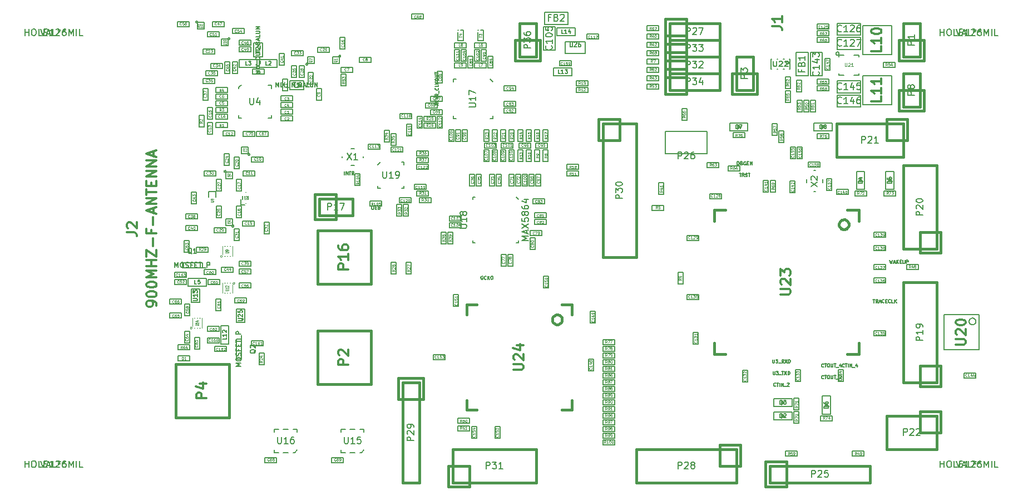
<source format=gto>
G04 (created by PCBNEW-RS274X (2012-01-19 BZR 3256)-stable) date 12/09/2012 22:21:58*
G01*
G70*
G90*
%MOIN*%
G04 Gerber Fmt 3.4, Leading zero omitted, Abs format*
%FSLAX34Y34*%
G04 APERTURE LIST*
%ADD10C,0.006000*%
%ADD11C,0.005000*%
%ADD12C,0.008000*%
%ADD13C,0.015000*%
%ADD14C,0.007000*%
%ADD15C,0.004000*%
%ADD16C,0.007500*%
%ADD17C,0.012000*%
%ADD18C,0.006300*%
%ADD19C,0.003000*%
%ADD20C,0.004900*%
%ADD21C,0.003800*%
G04 APERTURE END LIST*
G54D10*
G54D11*
X37350Y-41400D02*
X37350Y-42600D01*
X37350Y-42600D02*
X37050Y-42600D01*
X37050Y-42600D02*
X37050Y-41400D01*
X37050Y-41400D02*
X37350Y-41400D01*
X33800Y-36850D02*
X35000Y-36850D01*
X35000Y-36850D02*
X35000Y-37150D01*
X35000Y-37150D02*
X33800Y-37150D01*
X33800Y-37150D02*
X33800Y-36850D01*
X57950Y-23600D02*
X57950Y-24300D01*
X57950Y-24300D02*
X56750Y-24300D01*
X56750Y-24300D02*
X56750Y-23600D01*
X56750Y-23600D02*
X57950Y-23600D01*
G54D12*
X71739Y-32580D02*
X71661Y-32580D01*
X71739Y-31320D02*
X71661Y-31320D01*
X72192Y-32048D02*
X72192Y-31852D01*
X71208Y-32048D02*
X71208Y-31852D01*
X43370Y-30539D02*
X43370Y-30461D01*
X44630Y-30539D02*
X44630Y-30461D01*
X43902Y-30992D02*
X44098Y-30992D01*
X43902Y-30008D02*
X44098Y-30008D01*
G54D13*
X56559Y-40236D02*
X56553Y-40293D01*
X56536Y-40348D01*
X56509Y-40399D01*
X56473Y-40443D01*
X56428Y-40480D01*
X56378Y-40507D01*
X56323Y-40524D01*
X56266Y-40530D01*
X56209Y-40525D01*
X56154Y-40509D01*
X56103Y-40482D01*
X56058Y-40446D01*
X56021Y-40402D01*
X55993Y-40352D01*
X55976Y-40297D01*
X55970Y-40240D01*
X55974Y-40183D01*
X55990Y-40128D01*
X56017Y-40077D01*
X56052Y-40032D01*
X56096Y-39994D01*
X56146Y-39966D01*
X56201Y-39948D01*
X56258Y-39942D01*
X56315Y-39946D01*
X56370Y-39961D01*
X56422Y-39987D01*
X56467Y-40023D01*
X56505Y-40066D01*
X56533Y-40117D01*
X56551Y-40171D01*
X56558Y-40228D01*
X56559Y-40236D01*
X56559Y-45650D02*
X57150Y-45650D01*
X57150Y-45650D02*
X57150Y-45059D01*
X50850Y-45059D02*
X50850Y-45650D01*
X50850Y-45650D02*
X51441Y-45650D01*
X51441Y-39350D02*
X50850Y-39350D01*
X50850Y-39350D02*
X50850Y-39941D01*
X57150Y-39941D02*
X57150Y-39350D01*
X57150Y-39350D02*
X56559Y-39350D01*
G54D12*
X70144Y-24852D02*
X70142Y-24867D01*
X70137Y-24882D01*
X70130Y-24896D01*
X70120Y-24909D01*
X70108Y-24919D01*
X70094Y-24926D01*
X70079Y-24931D01*
X70063Y-24932D01*
X70048Y-24931D01*
X70033Y-24927D01*
X70019Y-24919D01*
X70007Y-24909D01*
X69997Y-24897D01*
X69989Y-24883D01*
X69984Y-24868D01*
X69983Y-24853D01*
X69984Y-24838D01*
X69988Y-24823D01*
X69995Y-24809D01*
X70005Y-24796D01*
X70017Y-24786D01*
X70031Y-24778D01*
X70046Y-24773D01*
X70062Y-24772D01*
X70077Y-24773D01*
X70092Y-24777D01*
X70106Y-24784D01*
X70118Y-24794D01*
X70129Y-24806D01*
X70136Y-24820D01*
X70141Y-24835D01*
X70143Y-24850D01*
X70144Y-24852D01*
X69493Y-25245D02*
X69433Y-25245D01*
X69867Y-25245D02*
X69807Y-25245D01*
X69807Y-24655D02*
X69867Y-24655D01*
X69433Y-24655D02*
X69493Y-24655D01*
X69079Y-25245D02*
X69119Y-25245D01*
X69079Y-25245D02*
X69079Y-24655D01*
X69079Y-24655D02*
X69119Y-24655D01*
X70221Y-25245D02*
X70181Y-25245D01*
X70221Y-25245D02*
X70221Y-24655D01*
X70221Y-24655D02*
X70181Y-24655D01*
X34846Y-38406D02*
X34846Y-39194D01*
X34846Y-39194D02*
X34354Y-39194D01*
X34354Y-39194D02*
X34354Y-38406D01*
X34354Y-38406D02*
X34846Y-38406D01*
X34522Y-38603D02*
X34521Y-38610D01*
X34518Y-38618D01*
X34515Y-38625D01*
X34510Y-38631D01*
X34504Y-38636D01*
X34497Y-38639D01*
X34490Y-38642D01*
X34482Y-38642D01*
X34475Y-38642D01*
X34468Y-38640D01*
X34461Y-38636D01*
X34455Y-38631D01*
X34449Y-38625D01*
X34446Y-38618D01*
X34443Y-38611D01*
X34443Y-38603D01*
X34443Y-38596D01*
X34445Y-38589D01*
X34449Y-38582D01*
X34454Y-38576D01*
X34460Y-38571D01*
X34466Y-38567D01*
X34474Y-38564D01*
X34482Y-38564D01*
X34488Y-38564D01*
X34496Y-38566D01*
X34503Y-38570D01*
X34509Y-38575D01*
X34514Y-38580D01*
X34518Y-38587D01*
X34521Y-38595D01*
X34521Y-38602D01*
X34522Y-38603D01*
X37054Y-40394D02*
X37054Y-39606D01*
X37054Y-39606D02*
X37546Y-39606D01*
X37546Y-39606D02*
X37546Y-40394D01*
X37546Y-40394D02*
X37054Y-40394D01*
X37458Y-40197D02*
X37457Y-40204D01*
X37454Y-40212D01*
X37451Y-40219D01*
X37446Y-40225D01*
X37440Y-40230D01*
X37433Y-40233D01*
X37426Y-40236D01*
X37418Y-40236D01*
X37411Y-40236D01*
X37404Y-40234D01*
X37397Y-40230D01*
X37391Y-40225D01*
X37385Y-40219D01*
X37382Y-40212D01*
X37379Y-40205D01*
X37379Y-40197D01*
X37379Y-40190D01*
X37381Y-40183D01*
X37385Y-40176D01*
X37390Y-40170D01*
X37396Y-40165D01*
X37402Y-40161D01*
X37410Y-40158D01*
X37418Y-40158D01*
X37424Y-40158D01*
X37432Y-40160D01*
X37439Y-40164D01*
X37445Y-40169D01*
X37450Y-40174D01*
X37454Y-40181D01*
X37457Y-40189D01*
X37457Y-40196D01*
X37458Y-40197D01*
X81350Y-40350D02*
X81346Y-40388D01*
X81334Y-40426D01*
X81316Y-40460D01*
X81291Y-40490D01*
X81261Y-40515D01*
X81227Y-40534D01*
X81190Y-40545D01*
X81151Y-40549D01*
X81113Y-40546D01*
X81076Y-40535D01*
X81041Y-40517D01*
X81011Y-40492D01*
X80985Y-40462D01*
X80967Y-40428D01*
X80955Y-40391D01*
X80951Y-40352D01*
X80954Y-40314D01*
X80965Y-40277D01*
X80982Y-40242D01*
X81007Y-40212D01*
X81036Y-40186D01*
X81070Y-40167D01*
X81108Y-40155D01*
X81146Y-40151D01*
X81184Y-40154D01*
X81222Y-40164D01*
X81257Y-40182D01*
X81287Y-40206D01*
X81313Y-40235D01*
X81332Y-40269D01*
X81345Y-40306D01*
X81349Y-40345D01*
X81350Y-40350D01*
X81550Y-39950D02*
X79450Y-39950D01*
X79450Y-39950D02*
X79450Y-42050D01*
X79450Y-42050D02*
X81550Y-42050D01*
X81550Y-42050D02*
X81550Y-39950D01*
G54D14*
X43291Y-24464D02*
X43289Y-24474D01*
X43286Y-24484D01*
X43281Y-24494D01*
X43275Y-24502D01*
X43266Y-24509D01*
X43257Y-24514D01*
X43247Y-24517D01*
X43236Y-24518D01*
X43226Y-24518D01*
X43216Y-24514D01*
X43206Y-24510D01*
X43198Y-24503D01*
X43191Y-24495D01*
X43186Y-24485D01*
X43183Y-24475D01*
X43182Y-24464D01*
X43182Y-24455D01*
X43185Y-24444D01*
X43190Y-24435D01*
X43197Y-24426D01*
X43205Y-24419D01*
X43214Y-24414D01*
X43225Y-24411D01*
X43235Y-24410D01*
X43245Y-24410D01*
X43255Y-24413D01*
X43265Y-24418D01*
X43273Y-24425D01*
X43280Y-24433D01*
X43286Y-24442D01*
X43289Y-24452D01*
X43290Y-24463D01*
X43291Y-24464D01*
X42803Y-24897D02*
X42803Y-24503D01*
X42803Y-24503D02*
X43197Y-24503D01*
X43197Y-24503D02*
X43197Y-24897D01*
X43197Y-24897D02*
X42803Y-24897D01*
X36641Y-23414D02*
X36639Y-23424D01*
X36636Y-23434D01*
X36631Y-23444D01*
X36625Y-23452D01*
X36616Y-23459D01*
X36607Y-23464D01*
X36597Y-23467D01*
X36586Y-23468D01*
X36576Y-23468D01*
X36566Y-23464D01*
X36556Y-23460D01*
X36548Y-23453D01*
X36541Y-23445D01*
X36536Y-23435D01*
X36533Y-23425D01*
X36532Y-23414D01*
X36532Y-23405D01*
X36535Y-23394D01*
X36540Y-23385D01*
X36547Y-23376D01*
X36555Y-23369D01*
X36564Y-23364D01*
X36575Y-23361D01*
X36585Y-23360D01*
X36595Y-23360D01*
X36605Y-23363D01*
X36615Y-23368D01*
X36623Y-23375D01*
X36630Y-23383D01*
X36636Y-23392D01*
X36639Y-23402D01*
X36640Y-23413D01*
X36641Y-23414D01*
X36153Y-23847D02*
X36153Y-23453D01*
X36153Y-23453D02*
X36547Y-23453D01*
X36547Y-23453D02*
X36547Y-23847D01*
X36547Y-23847D02*
X36153Y-23847D01*
X41319Y-24936D02*
X41317Y-24946D01*
X41314Y-24956D01*
X41309Y-24966D01*
X41303Y-24974D01*
X41294Y-24981D01*
X41285Y-24986D01*
X41275Y-24989D01*
X41264Y-24990D01*
X41254Y-24990D01*
X41244Y-24986D01*
X41234Y-24982D01*
X41226Y-24975D01*
X41219Y-24967D01*
X41214Y-24957D01*
X41211Y-24947D01*
X41210Y-24936D01*
X41210Y-24927D01*
X41213Y-24916D01*
X41218Y-24907D01*
X41225Y-24898D01*
X41233Y-24891D01*
X41242Y-24886D01*
X41253Y-24883D01*
X41263Y-24882D01*
X41273Y-24882D01*
X41283Y-24885D01*
X41293Y-24890D01*
X41301Y-24897D01*
X41308Y-24905D01*
X41314Y-24914D01*
X41317Y-24924D01*
X41318Y-24935D01*
X41319Y-24936D01*
X41697Y-24503D02*
X41697Y-24897D01*
X41697Y-24897D02*
X41303Y-24897D01*
X41303Y-24897D02*
X41303Y-24503D01*
X41303Y-24503D02*
X41697Y-24503D01*
X34719Y-22414D02*
X34717Y-22424D01*
X34714Y-22434D01*
X34709Y-22444D01*
X34703Y-22452D01*
X34694Y-22459D01*
X34685Y-22464D01*
X34675Y-22467D01*
X34664Y-22468D01*
X34654Y-22468D01*
X34644Y-22464D01*
X34634Y-22460D01*
X34626Y-22453D01*
X34619Y-22445D01*
X34614Y-22435D01*
X34611Y-22425D01*
X34610Y-22414D01*
X34610Y-22405D01*
X34613Y-22394D01*
X34618Y-22385D01*
X34625Y-22376D01*
X34633Y-22369D01*
X34642Y-22364D01*
X34653Y-22361D01*
X34663Y-22360D01*
X34673Y-22360D01*
X34683Y-22363D01*
X34693Y-22368D01*
X34701Y-22375D01*
X34708Y-22383D01*
X34714Y-22392D01*
X34717Y-22402D01*
X34718Y-22413D01*
X34719Y-22414D01*
X35097Y-22847D02*
X34703Y-22847D01*
X34703Y-22847D02*
X34703Y-22453D01*
X34703Y-22453D02*
X35097Y-22453D01*
X35097Y-22453D02*
X35097Y-22847D01*
X36419Y-31364D02*
X36417Y-31374D01*
X36414Y-31384D01*
X36409Y-31394D01*
X36403Y-31402D01*
X36394Y-31409D01*
X36385Y-31414D01*
X36375Y-31417D01*
X36364Y-31418D01*
X36354Y-31418D01*
X36344Y-31414D01*
X36334Y-31410D01*
X36326Y-31403D01*
X36319Y-31395D01*
X36314Y-31385D01*
X36311Y-31375D01*
X36310Y-31364D01*
X36310Y-31355D01*
X36313Y-31344D01*
X36318Y-31335D01*
X36325Y-31326D01*
X36333Y-31319D01*
X36342Y-31314D01*
X36353Y-31311D01*
X36363Y-31310D01*
X36373Y-31310D01*
X36383Y-31313D01*
X36393Y-31318D01*
X36401Y-31325D01*
X36408Y-31333D01*
X36414Y-31342D01*
X36417Y-31352D01*
X36418Y-31363D01*
X36419Y-31364D01*
X36797Y-31797D02*
X36403Y-31797D01*
X36403Y-31797D02*
X36403Y-31403D01*
X36403Y-31403D02*
X36797Y-31403D01*
X36797Y-31403D02*
X36797Y-31797D01*
X36891Y-34636D02*
X36889Y-34646D01*
X36886Y-34656D01*
X36881Y-34666D01*
X36875Y-34674D01*
X36866Y-34681D01*
X36857Y-34686D01*
X36847Y-34689D01*
X36836Y-34690D01*
X36826Y-34690D01*
X36816Y-34686D01*
X36806Y-34682D01*
X36798Y-34675D01*
X36791Y-34667D01*
X36786Y-34657D01*
X36783Y-34647D01*
X36782Y-34636D01*
X36782Y-34627D01*
X36785Y-34616D01*
X36790Y-34607D01*
X36797Y-34598D01*
X36805Y-34591D01*
X36814Y-34586D01*
X36825Y-34583D01*
X36835Y-34582D01*
X36845Y-34582D01*
X36855Y-34585D01*
X36865Y-34590D01*
X36873Y-34597D01*
X36880Y-34605D01*
X36886Y-34614D01*
X36889Y-34624D01*
X36890Y-34635D01*
X36891Y-34636D01*
X36403Y-34203D02*
X36797Y-34203D01*
X36797Y-34203D02*
X36797Y-34597D01*
X36797Y-34597D02*
X36403Y-34597D01*
X36403Y-34597D02*
X36403Y-34203D01*
X37841Y-30336D02*
X37839Y-30346D01*
X37836Y-30356D01*
X37831Y-30366D01*
X37825Y-30374D01*
X37816Y-30381D01*
X37807Y-30386D01*
X37797Y-30389D01*
X37786Y-30390D01*
X37776Y-30390D01*
X37766Y-30386D01*
X37756Y-30382D01*
X37748Y-30375D01*
X37741Y-30367D01*
X37736Y-30357D01*
X37733Y-30347D01*
X37732Y-30336D01*
X37732Y-30327D01*
X37735Y-30316D01*
X37740Y-30307D01*
X37747Y-30298D01*
X37755Y-30291D01*
X37764Y-30286D01*
X37775Y-30283D01*
X37785Y-30282D01*
X37795Y-30282D01*
X37805Y-30285D01*
X37815Y-30290D01*
X37823Y-30297D01*
X37830Y-30305D01*
X37836Y-30314D01*
X37839Y-30324D01*
X37840Y-30335D01*
X37841Y-30336D01*
X37353Y-29903D02*
X37747Y-29903D01*
X37747Y-29903D02*
X37747Y-30297D01*
X37747Y-30297D02*
X37353Y-30297D01*
X37353Y-30297D02*
X37353Y-29903D01*
G54D15*
X36205Y-35855D02*
X36205Y-36347D01*
X36181Y-36445D02*
X36179Y-36455D01*
X36176Y-36465D01*
X36171Y-36475D01*
X36165Y-36483D01*
X36156Y-36490D01*
X36147Y-36495D01*
X36137Y-36498D01*
X36126Y-36499D01*
X36116Y-36499D01*
X36106Y-36495D01*
X36096Y-36491D01*
X36088Y-36484D01*
X36081Y-36476D01*
X36076Y-36466D01*
X36073Y-36456D01*
X36072Y-36445D01*
X36072Y-36436D01*
X36075Y-36425D01*
X36080Y-36416D01*
X36087Y-36407D01*
X36095Y-36400D01*
X36104Y-36395D01*
X36115Y-36392D01*
X36125Y-36391D01*
X36135Y-36391D01*
X36145Y-36394D01*
X36155Y-36399D01*
X36163Y-36406D01*
X36170Y-36414D01*
X36176Y-36423D01*
X36179Y-36433D01*
X36180Y-36444D01*
X36181Y-36445D01*
X36362Y-36445D02*
X36323Y-36445D01*
X36520Y-36445D02*
X36480Y-36445D01*
X36677Y-36445D02*
X36638Y-36445D01*
X36638Y-35855D02*
X36677Y-35855D01*
X36480Y-35855D02*
X36520Y-35855D01*
X36323Y-35855D02*
X36362Y-35855D01*
X36795Y-36445D02*
X36795Y-35855D01*
X34395Y-40145D02*
X34395Y-40637D01*
X34371Y-40735D02*
X34369Y-40745D01*
X34366Y-40755D01*
X34361Y-40765D01*
X34355Y-40773D01*
X34346Y-40780D01*
X34337Y-40785D01*
X34327Y-40788D01*
X34316Y-40789D01*
X34306Y-40789D01*
X34296Y-40785D01*
X34286Y-40781D01*
X34278Y-40774D01*
X34271Y-40766D01*
X34266Y-40756D01*
X34263Y-40746D01*
X34262Y-40735D01*
X34262Y-40726D01*
X34265Y-40715D01*
X34270Y-40706D01*
X34277Y-40697D01*
X34285Y-40690D01*
X34294Y-40685D01*
X34305Y-40682D01*
X34315Y-40681D01*
X34325Y-40681D01*
X34335Y-40684D01*
X34345Y-40689D01*
X34353Y-40696D01*
X34360Y-40704D01*
X34366Y-40713D01*
X34369Y-40723D01*
X34370Y-40734D01*
X34371Y-40735D01*
X34552Y-40735D02*
X34513Y-40735D01*
X34710Y-40735D02*
X34670Y-40735D01*
X34867Y-40735D02*
X34828Y-40735D01*
X34828Y-40145D02*
X34867Y-40145D01*
X34670Y-40145D02*
X34710Y-40145D01*
X34513Y-40145D02*
X34552Y-40145D01*
X34985Y-40735D02*
X34985Y-40145D01*
X36795Y-38645D02*
X36795Y-38153D01*
X36929Y-38055D02*
X36927Y-38065D01*
X36924Y-38075D01*
X36919Y-38085D01*
X36913Y-38093D01*
X36904Y-38100D01*
X36895Y-38105D01*
X36885Y-38108D01*
X36874Y-38109D01*
X36864Y-38109D01*
X36854Y-38105D01*
X36844Y-38101D01*
X36836Y-38094D01*
X36829Y-38086D01*
X36824Y-38076D01*
X36821Y-38066D01*
X36820Y-38055D01*
X36820Y-38046D01*
X36823Y-38035D01*
X36828Y-38026D01*
X36835Y-38017D01*
X36843Y-38010D01*
X36852Y-38005D01*
X36863Y-38002D01*
X36873Y-38001D01*
X36883Y-38001D01*
X36893Y-38004D01*
X36903Y-38009D01*
X36911Y-38016D01*
X36918Y-38024D01*
X36924Y-38033D01*
X36927Y-38043D01*
X36928Y-38054D01*
X36929Y-38055D01*
X36638Y-38055D02*
X36677Y-38055D01*
X36480Y-38055D02*
X36520Y-38055D01*
X36323Y-38055D02*
X36362Y-38055D01*
X36362Y-38645D02*
X36323Y-38645D01*
X36520Y-38645D02*
X36480Y-38645D01*
X36677Y-38645D02*
X36638Y-38645D01*
X36205Y-38055D02*
X36205Y-38645D01*
G54D12*
X73159Y-24508D02*
X73159Y-24409D01*
X73455Y-24409D02*
X73159Y-24409D01*
X73159Y-24311D02*
X73157Y-24330D01*
X73151Y-24348D01*
X73142Y-24365D01*
X73130Y-24380D01*
X73115Y-24392D01*
X73098Y-24401D01*
X73080Y-24406D01*
X73061Y-24408D01*
X73043Y-24407D01*
X73025Y-24401D01*
X73008Y-24393D01*
X72993Y-24381D01*
X72981Y-24366D01*
X72971Y-24349D01*
X72966Y-24331D01*
X72964Y-24312D01*
X72965Y-24294D01*
X72970Y-24275D01*
X72979Y-24258D01*
X72991Y-24243D01*
X73006Y-24231D01*
X73022Y-24222D01*
X73040Y-24216D01*
X73059Y-24214D01*
X73078Y-24215D01*
X73096Y-24220D01*
X73113Y-24229D01*
X73128Y-24241D01*
X73141Y-24255D01*
X73150Y-24272D01*
X73156Y-24290D01*
X73158Y-24309D01*
X73159Y-24311D01*
X74341Y-24508D02*
X74341Y-24409D01*
X74341Y-24409D02*
X74045Y-24409D01*
X74045Y-25591D02*
X74341Y-25591D01*
X74341Y-25591D02*
X74341Y-25492D01*
X73159Y-25492D02*
X73159Y-25591D01*
X73159Y-25591D02*
X73455Y-25591D01*
X44689Y-48031D02*
X44531Y-48189D01*
X44531Y-48189D02*
X44433Y-48189D01*
X44157Y-48189D02*
X43843Y-48189D01*
X44157Y-46811D02*
X43843Y-46811D01*
X44689Y-46811D02*
X44689Y-46969D01*
X44689Y-46811D02*
X44433Y-46811D01*
X43311Y-46811D02*
X43567Y-46811D01*
X43311Y-46811D02*
X43311Y-46969D01*
X43311Y-48189D02*
X43567Y-48189D01*
X43311Y-48189D02*
X43311Y-48031D01*
X40689Y-48031D02*
X40531Y-48189D01*
X40531Y-48189D02*
X40433Y-48189D01*
X40157Y-48189D02*
X39843Y-48189D01*
X40157Y-46811D02*
X39843Y-46811D01*
X40689Y-46811D02*
X40689Y-46969D01*
X40689Y-46811D02*
X40433Y-46811D01*
X39311Y-46811D02*
X39567Y-46811D01*
X39311Y-46811D02*
X39311Y-46969D01*
X39311Y-48189D02*
X39567Y-48189D01*
X39311Y-48189D02*
X39311Y-48031D01*
X53953Y-33055D02*
X53795Y-32897D01*
X53795Y-35653D02*
X53953Y-35653D01*
X53953Y-35653D02*
X53953Y-35495D01*
X51197Y-35495D02*
X51197Y-35653D01*
X51197Y-35653D02*
X51355Y-35653D01*
X51355Y-32897D02*
X51197Y-32897D01*
X51197Y-32897D02*
X51197Y-33055D01*
X52249Y-25844D02*
X52406Y-26001D01*
X50044Y-26001D02*
X50044Y-25844D01*
X50044Y-25844D02*
X50201Y-25844D01*
X50201Y-28206D02*
X50044Y-28206D01*
X50044Y-28206D02*
X50044Y-28049D01*
X52406Y-28049D02*
X52406Y-28206D01*
X52406Y-28206D02*
X52249Y-28206D01*
X37343Y-26216D02*
X37304Y-26216D01*
X37304Y-26216D02*
X37166Y-26354D01*
X37166Y-26354D02*
X37166Y-26393D01*
X39134Y-26393D02*
X39134Y-26216D01*
X39134Y-26216D02*
X38957Y-26216D01*
X38957Y-28184D02*
X39134Y-28184D01*
X39134Y-28184D02*
X39134Y-28007D01*
X37166Y-28007D02*
X37166Y-28184D01*
X37166Y-28184D02*
X37343Y-28184D01*
X45670Y-30813D02*
X45513Y-30970D01*
X47087Y-30970D02*
X47087Y-30813D01*
X47087Y-30813D02*
X46930Y-30813D01*
X46930Y-32387D02*
X47087Y-32387D01*
X47087Y-32387D02*
X47087Y-32230D01*
X45513Y-32230D02*
X45513Y-32387D01*
X45513Y-32387D02*
X45670Y-32387D01*
X74584Y-27366D02*
X74584Y-25634D01*
X74584Y-25634D02*
X76316Y-25634D01*
X76316Y-25634D02*
X76316Y-27366D01*
X76316Y-27366D02*
X74584Y-27366D01*
X74584Y-24366D02*
X74584Y-22634D01*
X74584Y-22634D02*
X76316Y-22634D01*
X76316Y-22634D02*
X76316Y-24366D01*
X76316Y-24366D02*
X74584Y-24366D01*
G54D13*
X73740Y-34545D02*
X73734Y-34602D01*
X73717Y-34657D01*
X73690Y-34708D01*
X73654Y-34752D01*
X73609Y-34789D01*
X73559Y-34816D01*
X73504Y-34833D01*
X73447Y-34839D01*
X73390Y-34834D01*
X73335Y-34818D01*
X73284Y-34791D01*
X73239Y-34755D01*
X73202Y-34711D01*
X73174Y-34661D01*
X73157Y-34606D01*
X73151Y-34549D01*
X73155Y-34492D01*
X73171Y-34437D01*
X73198Y-34386D01*
X73233Y-34341D01*
X73277Y-34303D01*
X73327Y-34275D01*
X73382Y-34257D01*
X73439Y-34251D01*
X73496Y-34255D01*
X73551Y-34270D01*
X73603Y-34296D01*
X73648Y-34332D01*
X73686Y-34375D01*
X73714Y-34426D01*
X73732Y-34480D01*
X73739Y-34537D01*
X73740Y-34545D01*
X73642Y-42321D02*
X74331Y-42321D01*
X74331Y-42321D02*
X74331Y-41632D01*
X65669Y-41632D02*
X65669Y-42321D01*
X65669Y-42321D02*
X66358Y-42321D01*
X66358Y-33659D02*
X65669Y-33659D01*
X65669Y-33659D02*
X65669Y-34348D01*
X73642Y-33659D02*
X74331Y-33659D01*
X74331Y-33659D02*
X74331Y-34348D01*
G54D12*
X37300Y-33030D02*
X37300Y-33370D01*
X37300Y-33370D02*
X37540Y-33370D01*
G54D15*
X37580Y-32615D02*
X37620Y-32615D01*
X37580Y-33285D02*
X37620Y-33285D01*
G54D12*
X37757Y-32852D02*
X37757Y-33048D01*
X37423Y-33048D02*
X37423Y-32852D01*
X35820Y-32900D02*
X35820Y-32580D01*
X35820Y-32580D02*
X35380Y-32580D01*
X35380Y-32580D02*
X35380Y-32900D01*
G54D13*
X61000Y-28500D02*
X61000Y-36500D01*
X61000Y-36500D02*
X59000Y-36500D01*
X59000Y-36500D02*
X59000Y-28500D01*
X60000Y-29500D02*
X60000Y-28250D01*
X60000Y-28250D02*
X58750Y-28250D01*
X58750Y-28250D02*
X58750Y-29500D01*
X58750Y-29500D02*
X60000Y-29500D01*
X59000Y-28500D02*
X61000Y-28500D01*
X66000Y-49000D02*
X67250Y-49000D01*
X67250Y-49000D02*
X67250Y-47750D01*
X67250Y-47750D02*
X66000Y-47750D01*
X66000Y-47750D02*
X66000Y-49000D01*
X67000Y-50000D02*
X61000Y-50000D01*
X61000Y-50000D02*
X61000Y-48000D01*
X61000Y-48000D02*
X67000Y-48000D01*
X67000Y-48000D02*
X67000Y-50000D01*
X78000Y-43000D02*
X78000Y-44250D01*
X78000Y-44250D02*
X79250Y-44250D01*
X79250Y-44250D02*
X79250Y-43000D01*
X79250Y-43000D02*
X78000Y-43000D01*
X77000Y-44000D02*
X77000Y-38000D01*
X77000Y-38000D02*
X79000Y-38000D01*
X79000Y-38000D02*
X79000Y-44000D01*
X79000Y-44000D02*
X77000Y-44000D01*
X78000Y-35000D02*
X78000Y-36250D01*
X78000Y-36250D02*
X79250Y-36250D01*
X79250Y-36250D02*
X79250Y-35000D01*
X79250Y-35000D02*
X78000Y-35000D01*
X77000Y-36000D02*
X77000Y-31000D01*
X77000Y-31000D02*
X79000Y-31000D01*
X79000Y-31000D02*
X79000Y-36000D01*
X79000Y-36000D02*
X77000Y-36000D01*
X51000Y-49000D02*
X49750Y-49000D01*
X49750Y-49000D02*
X49750Y-50250D01*
X49750Y-50250D02*
X51000Y-50250D01*
X51000Y-50250D02*
X51000Y-49000D01*
X50000Y-48000D02*
X55000Y-48000D01*
X55000Y-48000D02*
X55000Y-50000D01*
X55000Y-50000D02*
X50000Y-50000D01*
X50000Y-50000D02*
X50000Y-48000D01*
X76000Y-29500D02*
X77250Y-29500D01*
X77250Y-29500D02*
X77250Y-28250D01*
X77250Y-28250D02*
X76000Y-28250D01*
X76000Y-28250D02*
X76000Y-29500D01*
X77000Y-30500D02*
X73000Y-30500D01*
X73000Y-30500D02*
X73000Y-28500D01*
X73000Y-28500D02*
X77000Y-28500D01*
X77000Y-28500D02*
X77000Y-30500D01*
X78010Y-47000D02*
X79260Y-47000D01*
X79260Y-47000D02*
X79260Y-45750D01*
X79260Y-45750D02*
X78010Y-45750D01*
X78010Y-45750D02*
X78010Y-47000D01*
X79010Y-48000D02*
X76010Y-48000D01*
X76010Y-48000D02*
X76010Y-46000D01*
X76010Y-46000D02*
X79010Y-46000D01*
X79010Y-46000D02*
X79010Y-48000D01*
X69000Y-49000D02*
X75000Y-49000D01*
X75000Y-49000D02*
X75000Y-50000D01*
X75000Y-50000D02*
X69000Y-50000D01*
X70000Y-50250D02*
X70000Y-48750D01*
X70000Y-48750D02*
X68750Y-48750D01*
X68750Y-48750D02*
X68750Y-50250D01*
X69000Y-49000D02*
X69000Y-50000D01*
X68750Y-50250D02*
X70000Y-50250D01*
X48000Y-44000D02*
X48000Y-50000D01*
X48000Y-50000D02*
X47000Y-50000D01*
X47000Y-50000D02*
X47000Y-44000D01*
X46750Y-45000D02*
X48250Y-45000D01*
X48250Y-45000D02*
X48250Y-43750D01*
X48250Y-43750D02*
X46750Y-43750D01*
X48000Y-44000D02*
X47000Y-44000D01*
X46750Y-43750D02*
X46750Y-45000D01*
X63000Y-23500D02*
X66000Y-23500D01*
X66000Y-23500D02*
X66000Y-24500D01*
X66000Y-24500D02*
X63000Y-24500D01*
X64000Y-24750D02*
X64000Y-23250D01*
X64000Y-23250D02*
X62750Y-23250D01*
X62750Y-23250D02*
X62750Y-24750D01*
X63000Y-23500D02*
X63000Y-24500D01*
X62750Y-24750D02*
X64000Y-24750D01*
X63000Y-22500D02*
X66000Y-22500D01*
X66000Y-22500D02*
X66000Y-23500D01*
X66000Y-23500D02*
X63000Y-23500D01*
X64000Y-23750D02*
X64000Y-22250D01*
X64000Y-22250D02*
X62750Y-22250D01*
X62750Y-22250D02*
X62750Y-23750D01*
X63000Y-22500D02*
X63000Y-23500D01*
X62750Y-23750D02*
X64000Y-23750D01*
X63000Y-24500D02*
X66000Y-24500D01*
X66000Y-24500D02*
X66000Y-25500D01*
X66000Y-25500D02*
X63000Y-25500D01*
X64000Y-25750D02*
X64000Y-24250D01*
X64000Y-24250D02*
X62750Y-24250D01*
X62750Y-24250D02*
X62750Y-25750D01*
X63000Y-24500D02*
X63000Y-25500D01*
X62750Y-25750D02*
X64000Y-25750D01*
X63000Y-25500D02*
X66000Y-25500D01*
X66000Y-25500D02*
X66000Y-26500D01*
X66000Y-26500D02*
X63000Y-26500D01*
X64000Y-26750D02*
X64000Y-25250D01*
X64000Y-25250D02*
X62750Y-25250D01*
X62750Y-25250D02*
X62750Y-26750D01*
X63000Y-25500D02*
X63000Y-26500D01*
X62750Y-26750D02*
X64000Y-26750D01*
X67000Y-26500D02*
X67000Y-24500D01*
X67000Y-24500D02*
X68000Y-24500D01*
X68000Y-24500D02*
X68000Y-26500D01*
X68250Y-25500D02*
X66750Y-25500D01*
X66750Y-25500D02*
X66750Y-26750D01*
X66750Y-26750D02*
X68250Y-26750D01*
X67000Y-26500D02*
X68000Y-26500D01*
X68250Y-26750D02*
X68250Y-25500D01*
G54D12*
X40237Y-26456D02*
X41063Y-26456D01*
X41063Y-25944D02*
X40237Y-25944D01*
X40934Y-26200D02*
X40933Y-26205D01*
X40931Y-26210D01*
X40929Y-26215D01*
X40925Y-26219D01*
X40921Y-26223D01*
X40916Y-26225D01*
X40911Y-26227D01*
X40906Y-26227D01*
X40901Y-26227D01*
X40896Y-26225D01*
X40891Y-26223D01*
X40887Y-26220D01*
X40883Y-26215D01*
X40881Y-26211D01*
X40879Y-26205D01*
X40879Y-26200D01*
X40879Y-26195D01*
X40880Y-26190D01*
X40883Y-26185D01*
X40886Y-26181D01*
X40891Y-26178D01*
X40895Y-26175D01*
X40900Y-26173D01*
X40906Y-26173D01*
X40910Y-26173D01*
X40916Y-26174D01*
X40921Y-26177D01*
X40925Y-26180D01*
X40928Y-26184D01*
X40931Y-26189D01*
X40933Y-26194D01*
X40933Y-26200D01*
X40934Y-26200D01*
X40237Y-25944D02*
X40237Y-26456D01*
X41063Y-25944D02*
X41063Y-26456D01*
X38606Y-24513D02*
X38606Y-23687D01*
X38094Y-23687D02*
X38094Y-24513D01*
X38378Y-23844D02*
X38377Y-23849D01*
X38375Y-23854D01*
X38373Y-23859D01*
X38369Y-23863D01*
X38365Y-23867D01*
X38360Y-23869D01*
X38355Y-23871D01*
X38350Y-23871D01*
X38345Y-23871D01*
X38340Y-23869D01*
X38335Y-23867D01*
X38331Y-23864D01*
X38327Y-23859D01*
X38325Y-23855D01*
X38323Y-23849D01*
X38323Y-23844D01*
X38323Y-23839D01*
X38324Y-23834D01*
X38327Y-23829D01*
X38330Y-23825D01*
X38335Y-23822D01*
X38339Y-23819D01*
X38344Y-23817D01*
X38350Y-23817D01*
X38354Y-23817D01*
X38360Y-23818D01*
X38365Y-23821D01*
X38369Y-23824D01*
X38372Y-23828D01*
X38375Y-23833D01*
X38377Y-23838D01*
X38377Y-23844D01*
X38378Y-23844D01*
X38094Y-24513D02*
X38606Y-24513D01*
X38094Y-23687D02*
X38606Y-23687D01*
X65250Y-28980D02*
X62750Y-28980D01*
X65250Y-28980D02*
X65250Y-30320D01*
X62750Y-28980D02*
X62750Y-30320D01*
X62750Y-30320D02*
X65250Y-30320D01*
X51518Y-23540D02*
X51518Y-23028D01*
X51832Y-22910D02*
X51832Y-23540D01*
X51832Y-22910D02*
X51675Y-22910D01*
X51518Y-22910D02*
X51557Y-22910D01*
X51832Y-23540D02*
X51518Y-23540D01*
X50318Y-23540D02*
X50318Y-23028D01*
X50632Y-22910D02*
X50632Y-23540D01*
X50632Y-22910D02*
X50475Y-22910D01*
X50318Y-22910D02*
X50357Y-22910D01*
X50632Y-23540D02*
X50318Y-23540D01*
X56160Y-22700D02*
X56160Y-24100D01*
X56160Y-24100D02*
X55440Y-24100D01*
X55440Y-24100D02*
X55440Y-22700D01*
X55440Y-22700D02*
X56160Y-22700D01*
X71310Y-24250D02*
X71310Y-25650D01*
X71310Y-25650D02*
X70590Y-25650D01*
X70590Y-25650D02*
X70590Y-24250D01*
X70590Y-24250D02*
X71310Y-24250D01*
X74450Y-23210D02*
X73050Y-23210D01*
X73050Y-23210D02*
X73050Y-22490D01*
X73050Y-22490D02*
X74450Y-22490D01*
X74450Y-22490D02*
X74450Y-23210D01*
X74450Y-24060D02*
X73050Y-24060D01*
X73050Y-24060D02*
X73050Y-23340D01*
X73050Y-23340D02*
X74450Y-23340D01*
X74450Y-23340D02*
X74450Y-24060D01*
X56900Y-22560D02*
X55500Y-22560D01*
X55500Y-22560D02*
X55500Y-21840D01*
X55500Y-21840D02*
X56900Y-21840D01*
X56900Y-21840D02*
X56900Y-22560D01*
X71440Y-25650D02*
X71440Y-24250D01*
X71440Y-24250D02*
X72160Y-24250D01*
X72160Y-24250D02*
X72160Y-25650D01*
X72160Y-25650D02*
X71440Y-25650D01*
X73050Y-25940D02*
X74450Y-25940D01*
X74450Y-25940D02*
X74450Y-26660D01*
X74450Y-26660D02*
X73050Y-26660D01*
X73050Y-26660D02*
X73050Y-25940D01*
X73050Y-26790D02*
X74450Y-26790D01*
X74450Y-26790D02*
X74450Y-27510D01*
X74450Y-27510D02*
X73050Y-27510D01*
X73050Y-27510D02*
X73050Y-26790D01*
X72180Y-28730D02*
X72180Y-28670D01*
X72280Y-28700D02*
X72120Y-28570D01*
X72120Y-28570D02*
X72120Y-28830D01*
X72120Y-28830D02*
X72280Y-28700D01*
X72740Y-28460D02*
X71660Y-28460D01*
X71660Y-28460D02*
X71660Y-28940D01*
X71660Y-28940D02*
X72740Y-28940D01*
X72740Y-28940D02*
X72740Y-28460D01*
X67130Y-28730D02*
X67130Y-28670D01*
X67230Y-28700D02*
X67070Y-28570D01*
X67070Y-28570D02*
X67070Y-28830D01*
X67070Y-28830D02*
X67230Y-28700D01*
X67690Y-28460D02*
X66610Y-28460D01*
X66610Y-28460D02*
X66610Y-28940D01*
X66610Y-28940D02*
X67690Y-28940D01*
X67690Y-28940D02*
X67690Y-28460D01*
X72430Y-45370D02*
X72370Y-45370D01*
X72400Y-45270D02*
X72270Y-45430D01*
X72270Y-45430D02*
X72530Y-45430D01*
X72530Y-45430D02*
X72400Y-45270D01*
X72160Y-44810D02*
X72160Y-45890D01*
X72160Y-45890D02*
X72640Y-45890D01*
X72640Y-45890D02*
X72640Y-44810D01*
X72640Y-44810D02*
X72160Y-44810D01*
X69780Y-46030D02*
X69780Y-45970D01*
X69880Y-46000D02*
X69720Y-45870D01*
X69720Y-45870D02*
X69720Y-46130D01*
X69720Y-46130D02*
X69880Y-46000D01*
X70340Y-45760D02*
X69260Y-45760D01*
X69260Y-45760D02*
X69260Y-46240D01*
X69260Y-46240D02*
X70340Y-46240D01*
X70340Y-46240D02*
X70340Y-45760D01*
X69780Y-45230D02*
X69780Y-45170D01*
X69880Y-45200D02*
X69720Y-45070D01*
X69720Y-45070D02*
X69720Y-45330D01*
X69720Y-45330D02*
X69880Y-45200D01*
X70340Y-44960D02*
X69260Y-44960D01*
X69260Y-44960D02*
X69260Y-45440D01*
X69260Y-45440D02*
X70340Y-45440D01*
X70340Y-45440D02*
X70340Y-44960D01*
X74480Y-31920D02*
X74420Y-31920D01*
X74450Y-31820D02*
X74320Y-31980D01*
X74320Y-31980D02*
X74580Y-31980D01*
X74580Y-31980D02*
X74450Y-31820D01*
X74210Y-31360D02*
X74210Y-32440D01*
X74210Y-32440D02*
X74690Y-32440D01*
X74690Y-32440D02*
X74690Y-31360D01*
X74690Y-31360D02*
X74210Y-31360D01*
X76230Y-31920D02*
X76170Y-31920D01*
X76200Y-31820D02*
X76070Y-31980D01*
X76070Y-31980D02*
X76330Y-31980D01*
X76330Y-31980D02*
X76200Y-31820D01*
X75960Y-31360D02*
X75960Y-32440D01*
X75960Y-32440D02*
X76440Y-32440D01*
X76440Y-32440D02*
X76440Y-31360D01*
X76440Y-31360D02*
X75960Y-31360D01*
X37210Y-25140D02*
X38290Y-25140D01*
X38290Y-25140D02*
X38290Y-24660D01*
X38290Y-24660D02*
X37210Y-24660D01*
X37210Y-24660D02*
X37210Y-25140D01*
X35240Y-37760D02*
X34160Y-37760D01*
X34160Y-37760D02*
X34160Y-38240D01*
X34160Y-38240D02*
X35240Y-38240D01*
X35240Y-38240D02*
X35240Y-37760D01*
X57340Y-22760D02*
X56260Y-22760D01*
X56260Y-22760D02*
X56260Y-23240D01*
X56260Y-23240D02*
X57340Y-23240D01*
X57340Y-23240D02*
X57340Y-22760D01*
X39490Y-24660D02*
X38410Y-24660D01*
X38410Y-24660D02*
X38410Y-25140D01*
X38410Y-25140D02*
X39490Y-25140D01*
X39490Y-25140D02*
X39490Y-24660D01*
X57140Y-25160D02*
X56060Y-25160D01*
X56060Y-25160D02*
X56060Y-25640D01*
X56060Y-25640D02*
X57140Y-25640D01*
X57140Y-25640D02*
X57140Y-25160D01*
X36110Y-40610D02*
X36110Y-41690D01*
X36110Y-41690D02*
X36590Y-41690D01*
X36590Y-41690D02*
X36590Y-40610D01*
X36590Y-40610D02*
X36110Y-40610D01*
X62350Y-32050D02*
X62650Y-32050D01*
X62650Y-32050D02*
X62650Y-32750D01*
X62650Y-32750D02*
X62350Y-32750D01*
X62350Y-32750D02*
X62350Y-32050D01*
X72550Y-23350D02*
X72550Y-23650D01*
X72550Y-23650D02*
X71850Y-23650D01*
X71850Y-23650D02*
X71850Y-23350D01*
X71850Y-23350D02*
X72550Y-23350D01*
X72550Y-22950D02*
X72550Y-23250D01*
X72550Y-23250D02*
X71850Y-23250D01*
X71850Y-23250D02*
X71850Y-22950D01*
X71850Y-22950D02*
X72550Y-22950D01*
X77200Y-37250D02*
X77200Y-36950D01*
X77200Y-36950D02*
X77900Y-36950D01*
X77900Y-36950D02*
X77900Y-37250D01*
X77900Y-37250D02*
X77200Y-37250D01*
X74650Y-48100D02*
X74650Y-48400D01*
X74650Y-48400D02*
X73950Y-48400D01*
X73950Y-48400D02*
X73950Y-48100D01*
X73950Y-48100D02*
X74650Y-48100D01*
X71040Y-27100D02*
X71340Y-27100D01*
X71340Y-27100D02*
X71340Y-27800D01*
X71340Y-27800D02*
X71040Y-27800D01*
X71040Y-27800D02*
X71040Y-27100D01*
X71740Y-27800D02*
X71440Y-27800D01*
X71440Y-27800D02*
X71440Y-27100D01*
X71440Y-27100D02*
X71740Y-27100D01*
X71740Y-27100D02*
X71740Y-27800D01*
X70900Y-26600D02*
X70600Y-26600D01*
X70600Y-26600D02*
X70600Y-25900D01*
X70600Y-25900D02*
X70900Y-25900D01*
X70900Y-25900D02*
X70900Y-26600D01*
X70940Y-27800D02*
X70640Y-27800D01*
X70640Y-27800D02*
X70640Y-27100D01*
X70640Y-27100D02*
X70940Y-27100D01*
X70940Y-27100D02*
X70940Y-27800D01*
X75800Y-25150D02*
X75800Y-24850D01*
X75800Y-24850D02*
X76500Y-24850D01*
X76500Y-24850D02*
X76500Y-25150D01*
X76500Y-25150D02*
X75800Y-25150D01*
X35200Y-25650D02*
X35200Y-25350D01*
X35200Y-25350D02*
X35900Y-25350D01*
X35900Y-25350D02*
X35900Y-25650D01*
X35900Y-25650D02*
X35200Y-25650D01*
X72550Y-25850D02*
X72550Y-26150D01*
X72550Y-26150D02*
X71850Y-26150D01*
X71850Y-26150D02*
X71850Y-25850D01*
X71850Y-25850D02*
X72550Y-25850D01*
X53925Y-30075D02*
X54225Y-30075D01*
X54225Y-30075D02*
X54225Y-30775D01*
X54225Y-30775D02*
X53925Y-30775D01*
X53925Y-30775D02*
X53925Y-30075D01*
X37900Y-23500D02*
X37900Y-23800D01*
X37900Y-23800D02*
X37200Y-23800D01*
X37200Y-23800D02*
X37200Y-23500D01*
X37200Y-23500D02*
X37900Y-23500D01*
X35500Y-25200D02*
X35500Y-24900D01*
X35500Y-24900D02*
X36200Y-24900D01*
X36200Y-24900D02*
X36200Y-25200D01*
X36200Y-25200D02*
X35500Y-25200D01*
X40350Y-24450D02*
X40350Y-24150D01*
X40350Y-24150D02*
X41050Y-24150D01*
X41050Y-24150D02*
X41050Y-24450D01*
X41050Y-24450D02*
X40350Y-24450D01*
X39000Y-35100D02*
X38700Y-35100D01*
X38700Y-35100D02*
X38700Y-34400D01*
X38700Y-34400D02*
X39000Y-34400D01*
X39000Y-34400D02*
X39000Y-35100D01*
X36500Y-28450D02*
X36500Y-28750D01*
X36500Y-28750D02*
X35800Y-28750D01*
X35800Y-28750D02*
X35800Y-28450D01*
X35800Y-28450D02*
X36500Y-28450D01*
X35100Y-28700D02*
X34800Y-28700D01*
X34800Y-28700D02*
X34800Y-28000D01*
X34800Y-28000D02*
X35100Y-28000D01*
X35100Y-28000D02*
X35100Y-28700D01*
X35800Y-27850D02*
X35800Y-27550D01*
X35800Y-27550D02*
X36500Y-27550D01*
X36500Y-27550D02*
X36500Y-27850D01*
X36500Y-27850D02*
X35800Y-27850D01*
X36500Y-26350D02*
X36500Y-26650D01*
X36500Y-26650D02*
X35800Y-26650D01*
X35800Y-26650D02*
X35800Y-26350D01*
X35800Y-26350D02*
X36500Y-26350D01*
X61950Y-33700D02*
X61950Y-33400D01*
X61950Y-33400D02*
X62650Y-33400D01*
X62650Y-33400D02*
X62650Y-33700D01*
X62650Y-33700D02*
X61950Y-33700D01*
X63800Y-38100D02*
X63500Y-38100D01*
X63500Y-38100D02*
X63500Y-37400D01*
X63500Y-37400D02*
X63800Y-37400D01*
X63800Y-37400D02*
X63800Y-38100D01*
X55425Y-30075D02*
X55725Y-30075D01*
X55725Y-30075D02*
X55725Y-30775D01*
X55725Y-30775D02*
X55425Y-30775D01*
X55425Y-30775D02*
X55425Y-30075D01*
X54925Y-30075D02*
X55225Y-30075D01*
X55225Y-30075D02*
X55225Y-30775D01*
X55225Y-30775D02*
X54925Y-30775D01*
X54925Y-30775D02*
X54925Y-30075D01*
X54425Y-30075D02*
X54725Y-30075D01*
X54725Y-30075D02*
X54725Y-30775D01*
X54725Y-30775D02*
X54425Y-30775D01*
X54425Y-30775D02*
X54425Y-30075D01*
X57550Y-31350D02*
X57550Y-31650D01*
X57550Y-31650D02*
X56850Y-31650D01*
X56850Y-31650D02*
X56850Y-31350D01*
X56850Y-31350D02*
X57550Y-31350D01*
X57400Y-26650D02*
X57400Y-26350D01*
X57400Y-26350D02*
X58100Y-26350D01*
X58100Y-26350D02*
X58100Y-26650D01*
X58100Y-26650D02*
X57400Y-26650D01*
X34650Y-36200D02*
X34650Y-35900D01*
X34650Y-35900D02*
X35350Y-35900D01*
X35350Y-35900D02*
X35350Y-36200D01*
X35350Y-36200D02*
X34650Y-36200D01*
X53925Y-28875D02*
X54225Y-28875D01*
X54225Y-28875D02*
X54225Y-29575D01*
X54225Y-29575D02*
X53925Y-29575D01*
X53925Y-29575D02*
X53925Y-28875D01*
X54425Y-28875D02*
X54725Y-28875D01*
X54725Y-28875D02*
X54725Y-29575D01*
X54725Y-29575D02*
X54425Y-29575D01*
X54425Y-29575D02*
X54425Y-28875D01*
X54925Y-28875D02*
X55225Y-28875D01*
X55225Y-28875D02*
X55225Y-29575D01*
X55225Y-29575D02*
X54925Y-29575D01*
X54925Y-29575D02*
X54925Y-28875D01*
X55425Y-28875D02*
X55725Y-28875D01*
X55725Y-28875D02*
X55725Y-29575D01*
X55725Y-29575D02*
X55425Y-29575D01*
X55425Y-29575D02*
X55425Y-28875D01*
X57550Y-30950D02*
X57550Y-31250D01*
X57550Y-31250D02*
X56850Y-31250D01*
X56850Y-31250D02*
X56850Y-30950D01*
X56850Y-30950D02*
X57550Y-30950D01*
X57400Y-26250D02*
X57400Y-25950D01*
X57400Y-25950D02*
X58100Y-25950D01*
X58100Y-25950D02*
X58100Y-26250D01*
X58100Y-26250D02*
X57400Y-26250D01*
X53375Y-28875D02*
X53675Y-28875D01*
X53675Y-28875D02*
X53675Y-29575D01*
X53675Y-29575D02*
X53375Y-29575D01*
X53375Y-29575D02*
X53375Y-28875D01*
X52875Y-28875D02*
X53175Y-28875D01*
X53175Y-28875D02*
X53175Y-29575D01*
X53175Y-29575D02*
X52875Y-29575D01*
X52875Y-29575D02*
X52875Y-28875D01*
X52375Y-28875D02*
X52675Y-28875D01*
X52675Y-28875D02*
X52675Y-29575D01*
X52675Y-29575D02*
X52375Y-29575D01*
X52375Y-29575D02*
X52375Y-28875D01*
X51875Y-28875D02*
X52175Y-28875D01*
X52175Y-28875D02*
X52175Y-29575D01*
X52175Y-29575D02*
X51875Y-29575D01*
X51875Y-29575D02*
X51875Y-28875D01*
X38700Y-42950D02*
X38400Y-42950D01*
X38400Y-42950D02*
X38400Y-42250D01*
X38400Y-42250D02*
X38700Y-42250D01*
X38700Y-42250D02*
X38700Y-42950D01*
X48275Y-28375D02*
X48275Y-28075D01*
X48275Y-28075D02*
X48975Y-28075D01*
X48975Y-28075D02*
X48975Y-28375D01*
X48975Y-28375D02*
X48275Y-28375D01*
X48275Y-28775D02*
X48275Y-28475D01*
X48275Y-28475D02*
X48975Y-28475D01*
X48975Y-28475D02*
X48975Y-28775D01*
X48975Y-28775D02*
X48275Y-28775D01*
X47200Y-36800D02*
X47500Y-36800D01*
X47500Y-36800D02*
X47500Y-37500D01*
X47500Y-37500D02*
X47200Y-37500D01*
X47200Y-37500D02*
X47200Y-36800D01*
X46300Y-36800D02*
X46600Y-36800D01*
X46600Y-36800D02*
X46600Y-37500D01*
X46600Y-37500D02*
X46300Y-37500D01*
X46300Y-37500D02*
X46300Y-36800D01*
X35850Y-31850D02*
X36150Y-31850D01*
X36150Y-31850D02*
X36150Y-32550D01*
X36150Y-32550D02*
X35850Y-32550D01*
X35850Y-32550D02*
X35850Y-31850D01*
X37400Y-34650D02*
X37400Y-34350D01*
X37400Y-34350D02*
X38100Y-34350D01*
X38100Y-34350D02*
X38100Y-34650D01*
X38100Y-34650D02*
X37400Y-34650D01*
X36900Y-30500D02*
X37200Y-30500D01*
X37200Y-30500D02*
X37200Y-31200D01*
X37200Y-31200D02*
X36900Y-31200D01*
X36900Y-31200D02*
X36900Y-30500D01*
X41900Y-24250D02*
X41900Y-23950D01*
X41900Y-23950D02*
X42600Y-23950D01*
X42600Y-23950D02*
X42600Y-24250D01*
X42600Y-24250D02*
X41900Y-24250D01*
X41350Y-25450D02*
X41650Y-25450D01*
X41650Y-25450D02*
X41650Y-26150D01*
X41650Y-26150D02*
X41350Y-26150D01*
X41350Y-26150D02*
X41350Y-25450D01*
X35050Y-24350D02*
X35050Y-24050D01*
X35050Y-24050D02*
X35750Y-24050D01*
X35750Y-24050D02*
X35750Y-24350D01*
X35750Y-24350D02*
X35050Y-24350D01*
X36300Y-30300D02*
X36600Y-30300D01*
X36600Y-30300D02*
X36600Y-31000D01*
X36600Y-31000D02*
X36300Y-31000D01*
X36300Y-31000D02*
X36300Y-30300D01*
X40350Y-25050D02*
X40650Y-25050D01*
X40650Y-25050D02*
X40650Y-25750D01*
X40650Y-25750D02*
X40350Y-25750D01*
X40350Y-25750D02*
X40350Y-25050D01*
X36150Y-34150D02*
X35850Y-34150D01*
X35850Y-34150D02*
X35850Y-33450D01*
X35850Y-33450D02*
X36150Y-33450D01*
X36150Y-33450D02*
X36150Y-34150D01*
X37050Y-33450D02*
X37350Y-33450D01*
X37350Y-33450D02*
X37350Y-34150D01*
X37350Y-34150D02*
X37050Y-34150D01*
X37050Y-34150D02*
X37050Y-33450D01*
X40800Y-25050D02*
X41100Y-25050D01*
X41100Y-25050D02*
X41100Y-25750D01*
X41100Y-25750D02*
X40800Y-25750D01*
X40800Y-25750D02*
X40800Y-25050D01*
X35700Y-35050D02*
X35700Y-34750D01*
X35700Y-34750D02*
X36400Y-34750D01*
X36400Y-34750D02*
X36400Y-35050D01*
X36400Y-35050D02*
X35700Y-35050D01*
X35100Y-31650D02*
X35100Y-31350D01*
X35100Y-31350D02*
X35800Y-31350D01*
X35800Y-31350D02*
X35800Y-31650D01*
X35800Y-31650D02*
X35100Y-31650D01*
X36900Y-34800D02*
X37200Y-34800D01*
X37200Y-34800D02*
X37200Y-35500D01*
X37200Y-35500D02*
X36900Y-35500D01*
X36900Y-35500D02*
X36900Y-34800D01*
X45750Y-33150D02*
X45750Y-33450D01*
X45750Y-33450D02*
X45050Y-33450D01*
X45050Y-33450D02*
X45050Y-33150D01*
X45050Y-33150D02*
X45750Y-33150D01*
X44150Y-31500D02*
X44450Y-31500D01*
X44450Y-31500D02*
X44450Y-32200D01*
X44450Y-32200D02*
X44150Y-32200D01*
X44150Y-32200D02*
X44150Y-31500D01*
X59000Y-47750D02*
X59000Y-47450D01*
X59000Y-47450D02*
X59700Y-47450D01*
X59700Y-47450D02*
X59700Y-47750D01*
X59700Y-47750D02*
X59000Y-47750D01*
X59000Y-47350D02*
X59000Y-47050D01*
X59000Y-47050D02*
X59700Y-47050D01*
X59700Y-47050D02*
X59700Y-47350D01*
X59700Y-47350D02*
X59000Y-47350D01*
X37950Y-30800D02*
X37950Y-30500D01*
X37950Y-30500D02*
X38650Y-30500D01*
X38650Y-30500D02*
X38650Y-30800D01*
X38650Y-30800D02*
X37950Y-30800D01*
X40400Y-28050D02*
X40400Y-28350D01*
X40400Y-28350D02*
X39700Y-28350D01*
X39700Y-28350D02*
X39700Y-28050D01*
X39700Y-28050D02*
X40400Y-28050D01*
X40400Y-26850D02*
X40400Y-27150D01*
X40400Y-27150D02*
X39700Y-27150D01*
X39700Y-27150D02*
X39700Y-26850D01*
X39700Y-26850D02*
X40400Y-26850D01*
X40400Y-27250D02*
X40400Y-27550D01*
X40400Y-27550D02*
X39700Y-27550D01*
X39700Y-27550D02*
X39700Y-27250D01*
X39700Y-27250D02*
X40400Y-27250D01*
X35800Y-27450D02*
X35800Y-27150D01*
X35800Y-27150D02*
X36500Y-27150D01*
X36500Y-27150D02*
X36500Y-27450D01*
X36500Y-27450D02*
X35800Y-27450D01*
X35800Y-27050D02*
X35800Y-26750D01*
X35800Y-26750D02*
X36500Y-26750D01*
X36500Y-26750D02*
X36500Y-27050D01*
X36500Y-27050D02*
X35800Y-27050D01*
X43300Y-25450D02*
X43300Y-25150D01*
X43300Y-25150D02*
X44000Y-25150D01*
X44000Y-25150D02*
X44000Y-25450D01*
X44000Y-25450D02*
X43300Y-25450D01*
X44400Y-24850D02*
X44400Y-24550D01*
X44400Y-24550D02*
X45100Y-24550D01*
X45100Y-24550D02*
X45100Y-24850D01*
X45100Y-24850D02*
X44400Y-24850D01*
X42150Y-27100D02*
X41850Y-27100D01*
X41850Y-27100D02*
X41850Y-26400D01*
X41850Y-26400D02*
X42150Y-26400D01*
X42150Y-26400D02*
X42150Y-27100D01*
X59000Y-46950D02*
X59000Y-46650D01*
X59000Y-46650D02*
X59700Y-46650D01*
X59700Y-46650D02*
X59700Y-46950D01*
X59700Y-46950D02*
X59000Y-46950D01*
X37450Y-31650D02*
X37450Y-31350D01*
X37450Y-31350D02*
X38150Y-31350D01*
X38150Y-31350D02*
X38150Y-31650D01*
X38150Y-31650D02*
X37450Y-31650D01*
X36950Y-28950D02*
X36950Y-29250D01*
X36950Y-29250D02*
X36250Y-29250D01*
X36250Y-29250D02*
X36250Y-28950D01*
X36250Y-28950D02*
X36950Y-28950D01*
X35600Y-29150D02*
X35300Y-29150D01*
X35300Y-29150D02*
X35300Y-28450D01*
X35300Y-28450D02*
X35600Y-28450D01*
X35600Y-28450D02*
X35600Y-29150D01*
X35800Y-28250D02*
X35800Y-27950D01*
X35800Y-27950D02*
X36500Y-27950D01*
X36500Y-27950D02*
X36500Y-28250D01*
X36500Y-28250D02*
X35800Y-28250D01*
X35300Y-27550D02*
X35600Y-27550D01*
X35600Y-27550D02*
X35600Y-28250D01*
X35600Y-28250D02*
X35300Y-28250D01*
X35300Y-28250D02*
X35300Y-27550D01*
X43250Y-23350D02*
X43550Y-23350D01*
X43550Y-23350D02*
X43550Y-24050D01*
X43550Y-24050D02*
X43250Y-24050D01*
X43250Y-24050D02*
X43250Y-23350D01*
X37050Y-31850D02*
X37350Y-31850D01*
X37350Y-31850D02*
X37350Y-32550D01*
X37350Y-32550D02*
X37050Y-32550D01*
X37050Y-32550D02*
X37050Y-31850D01*
X62350Y-22650D02*
X62350Y-22950D01*
X62350Y-22950D02*
X61650Y-22950D01*
X61650Y-22950D02*
X61650Y-22650D01*
X61650Y-22650D02*
X62350Y-22650D01*
X67500Y-29050D02*
X67500Y-29350D01*
X67500Y-29350D02*
X66800Y-29350D01*
X66800Y-29350D02*
X66800Y-29050D01*
X66800Y-29050D02*
X67500Y-29050D01*
X72050Y-46300D02*
X72050Y-46000D01*
X72050Y-46000D02*
X72750Y-46000D01*
X72750Y-46000D02*
X72750Y-46300D01*
X72750Y-46300D02*
X72050Y-46300D01*
X75850Y-32850D02*
X75850Y-32550D01*
X75850Y-32550D02*
X76550Y-32550D01*
X76550Y-32550D02*
X76550Y-32850D01*
X76550Y-32850D02*
X75850Y-32850D01*
X74100Y-32850D02*
X74100Y-32550D01*
X74100Y-32550D02*
X74800Y-32550D01*
X74800Y-32550D02*
X74800Y-32850D01*
X74800Y-32850D02*
X74100Y-32850D01*
X70450Y-44950D02*
X70750Y-44950D01*
X70750Y-44950D02*
X70750Y-45650D01*
X70750Y-45650D02*
X70450Y-45650D01*
X70450Y-45650D02*
X70450Y-44950D01*
X70450Y-45750D02*
X70750Y-45750D01*
X70750Y-45750D02*
X70750Y-46450D01*
X70750Y-46450D02*
X70450Y-46450D01*
X70450Y-46450D02*
X70450Y-45750D01*
X69050Y-31900D02*
X69350Y-31900D01*
X69350Y-31900D02*
X69350Y-32600D01*
X69350Y-32600D02*
X69050Y-32600D01*
X69050Y-32600D02*
X69050Y-31900D01*
X61650Y-24450D02*
X61650Y-24150D01*
X61650Y-24150D02*
X62350Y-24150D01*
X62350Y-24150D02*
X62350Y-24450D01*
X62350Y-24450D02*
X61650Y-24450D01*
X72550Y-29100D02*
X72550Y-29400D01*
X72550Y-29400D02*
X71850Y-29400D01*
X71850Y-29400D02*
X71850Y-29100D01*
X71850Y-29100D02*
X72550Y-29100D01*
X64050Y-28300D02*
X63750Y-28300D01*
X63750Y-28300D02*
X63750Y-27600D01*
X63750Y-27600D02*
X64050Y-27600D01*
X64050Y-27600D02*
X64050Y-28300D01*
X70250Y-27250D02*
X69950Y-27250D01*
X69950Y-27250D02*
X69950Y-26550D01*
X69950Y-26550D02*
X70250Y-26550D01*
X70250Y-26550D02*
X70250Y-27250D01*
X66500Y-31350D02*
X66500Y-31050D01*
X66500Y-31050D02*
X67200Y-31050D01*
X67200Y-31050D02*
X67200Y-31350D01*
X67200Y-31350D02*
X66500Y-31350D01*
X65250Y-31150D02*
X65250Y-30850D01*
X65250Y-30850D02*
X65950Y-30850D01*
X65950Y-30850D02*
X65950Y-31150D01*
X65950Y-31150D02*
X65250Y-31150D01*
X70250Y-26400D02*
X69950Y-26400D01*
X69950Y-26400D02*
X69950Y-25700D01*
X69950Y-25700D02*
X70250Y-25700D01*
X70250Y-25700D02*
X70250Y-26400D01*
X70650Y-48100D02*
X70650Y-48400D01*
X70650Y-48400D02*
X69950Y-48400D01*
X69950Y-48400D02*
X69950Y-48100D01*
X69950Y-48100D02*
X70650Y-48100D01*
X69550Y-28950D02*
X69850Y-28950D01*
X69850Y-28950D02*
X69850Y-29650D01*
X69850Y-29650D02*
X69550Y-29650D01*
X69550Y-29650D02*
X69550Y-28950D01*
X69150Y-28500D02*
X69450Y-28500D01*
X69450Y-28500D02*
X69450Y-29200D01*
X69450Y-29200D02*
X69150Y-29200D01*
X69150Y-29200D02*
X69150Y-28500D01*
X59000Y-43750D02*
X59000Y-43450D01*
X59000Y-43450D02*
X59700Y-43450D01*
X59700Y-43450D02*
X59700Y-43750D01*
X59700Y-43750D02*
X59000Y-43750D01*
X59000Y-46550D02*
X59000Y-46250D01*
X59000Y-46250D02*
X59700Y-46250D01*
X59700Y-46250D02*
X59700Y-46550D01*
X59700Y-46550D02*
X59000Y-46550D01*
X59000Y-46150D02*
X59000Y-45850D01*
X59000Y-45850D02*
X59700Y-45850D01*
X59700Y-45850D02*
X59700Y-46150D01*
X59700Y-46150D02*
X59000Y-46150D01*
X61650Y-26450D02*
X61650Y-26150D01*
X61650Y-26150D02*
X62350Y-26150D01*
X62350Y-26150D02*
X62350Y-26450D01*
X62350Y-26450D02*
X61650Y-26450D01*
X59000Y-45750D02*
X59000Y-45450D01*
X59000Y-45450D02*
X59700Y-45450D01*
X59700Y-45450D02*
X59700Y-45750D01*
X59700Y-45750D02*
X59000Y-45750D01*
X59000Y-45350D02*
X59000Y-45050D01*
X59000Y-45050D02*
X59700Y-45050D01*
X59700Y-45050D02*
X59700Y-45350D01*
X59700Y-45350D02*
X59000Y-45350D01*
X59000Y-44950D02*
X59000Y-44650D01*
X59000Y-44650D02*
X59700Y-44650D01*
X59700Y-44650D02*
X59700Y-44950D01*
X59700Y-44950D02*
X59000Y-44950D01*
X59000Y-44550D02*
X59000Y-44250D01*
X59000Y-44250D02*
X59700Y-44250D01*
X59700Y-44250D02*
X59700Y-44550D01*
X59700Y-44550D02*
X59000Y-44550D01*
X59000Y-44150D02*
X59000Y-43850D01*
X59000Y-43850D02*
X59700Y-43850D01*
X59700Y-43850D02*
X59700Y-44150D01*
X59700Y-44150D02*
X59000Y-44150D01*
X72550Y-26250D02*
X72550Y-26550D01*
X72550Y-26550D02*
X71850Y-26550D01*
X71850Y-26550D02*
X71850Y-26250D01*
X71850Y-26250D02*
X72550Y-26250D01*
X61650Y-25450D02*
X61650Y-25150D01*
X61650Y-25150D02*
X62350Y-25150D01*
X62350Y-25150D02*
X62350Y-25450D01*
X62350Y-25450D02*
X61650Y-25450D01*
X59000Y-43350D02*
X59000Y-43050D01*
X59000Y-43050D02*
X59700Y-43050D01*
X59700Y-43050D02*
X59700Y-43350D01*
X59700Y-43350D02*
X59000Y-43350D01*
X59000Y-42950D02*
X59000Y-42650D01*
X59000Y-42650D02*
X59700Y-42650D01*
X59700Y-42650D02*
X59700Y-42950D01*
X59700Y-42950D02*
X59000Y-42950D01*
X59000Y-42550D02*
X59000Y-42250D01*
X59000Y-42250D02*
X59700Y-42250D01*
X59700Y-42250D02*
X59700Y-42550D01*
X59700Y-42550D02*
X59000Y-42550D01*
X59000Y-42150D02*
X59000Y-41850D01*
X59000Y-41850D02*
X59700Y-41850D01*
X59700Y-41850D02*
X59700Y-42150D01*
X59700Y-42150D02*
X59000Y-42150D01*
X59000Y-41750D02*
X59000Y-41450D01*
X59000Y-41450D02*
X59700Y-41450D01*
X59700Y-41450D02*
X59700Y-41750D01*
X59700Y-41750D02*
X59000Y-41750D01*
X47000Y-29900D02*
X47000Y-30200D01*
X47000Y-30200D02*
X46300Y-30200D01*
X46300Y-30200D02*
X46300Y-29900D01*
X46300Y-29900D02*
X47000Y-29900D01*
X51925Y-29975D02*
X51925Y-29675D01*
X51925Y-29675D02*
X52625Y-29675D01*
X52625Y-29675D02*
X52625Y-29975D01*
X52625Y-29975D02*
X51925Y-29975D01*
X50525Y-24075D02*
X50825Y-24075D01*
X50825Y-24075D02*
X50825Y-24775D01*
X50825Y-24775D02*
X50525Y-24775D01*
X50525Y-24775D02*
X50525Y-24075D01*
X50075Y-29575D02*
X49775Y-29575D01*
X49775Y-29575D02*
X49775Y-28875D01*
X49775Y-28875D02*
X50075Y-28875D01*
X50075Y-28875D02*
X50075Y-29575D01*
X52175Y-30775D02*
X51875Y-30775D01*
X51875Y-30775D02*
X51875Y-30075D01*
X51875Y-30075D02*
X52175Y-30075D01*
X52175Y-30075D02*
X52175Y-30775D01*
X52675Y-30775D02*
X52375Y-30775D01*
X52375Y-30775D02*
X52375Y-30075D01*
X52375Y-30075D02*
X52675Y-30075D01*
X52675Y-30075D02*
X52675Y-30775D01*
X53175Y-30775D02*
X52875Y-30775D01*
X52875Y-30775D02*
X52875Y-30075D01*
X52875Y-30075D02*
X53175Y-30075D01*
X53175Y-30075D02*
X53175Y-30775D01*
X53675Y-30775D02*
X53375Y-30775D01*
X53375Y-30775D02*
X53375Y-30075D01*
X53375Y-30075D02*
X53675Y-30075D01*
X53675Y-30075D02*
X53675Y-30775D01*
X50125Y-24075D02*
X50425Y-24075D01*
X50425Y-24075D02*
X50425Y-24775D01*
X50425Y-24775D02*
X50125Y-24775D01*
X50125Y-24775D02*
X50125Y-24075D01*
X49075Y-28075D02*
X49375Y-28075D01*
X49375Y-28075D02*
X49375Y-28775D01*
X49375Y-28775D02*
X49075Y-28775D01*
X49075Y-28775D02*
X49075Y-28075D01*
X44950Y-30050D02*
X44950Y-29750D01*
X44950Y-29750D02*
X45650Y-29750D01*
X45650Y-29750D02*
X45650Y-30050D01*
X45650Y-30050D02*
X44950Y-30050D01*
X47875Y-28075D02*
X48175Y-28075D01*
X48175Y-28075D02*
X48175Y-28775D01*
X48175Y-28775D02*
X47875Y-28775D01*
X47875Y-28775D02*
X47875Y-28075D01*
X47250Y-28550D02*
X47550Y-28550D01*
X47550Y-28550D02*
X47550Y-29250D01*
X47550Y-29250D02*
X47250Y-29250D01*
X47250Y-29250D02*
X47250Y-28550D01*
X46850Y-28200D02*
X46850Y-27900D01*
X46850Y-27900D02*
X47550Y-27900D01*
X47550Y-27900D02*
X47550Y-28200D01*
X47550Y-28200D02*
X46850Y-28200D01*
X48400Y-32150D02*
X48400Y-32450D01*
X48400Y-32450D02*
X47700Y-32450D01*
X47700Y-32450D02*
X47700Y-32150D01*
X47700Y-32150D02*
X48400Y-32150D01*
X47500Y-32950D02*
X47500Y-33250D01*
X47500Y-33250D02*
X46800Y-33250D01*
X46800Y-33250D02*
X46800Y-32950D01*
X46800Y-32950D02*
X47500Y-32950D01*
X51325Y-24075D02*
X51625Y-24075D01*
X51625Y-24075D02*
X51625Y-24775D01*
X51625Y-24775D02*
X51325Y-24775D01*
X51325Y-24775D02*
X51325Y-24075D01*
X48550Y-30950D02*
X48550Y-31250D01*
X48550Y-31250D02*
X47850Y-31250D01*
X47850Y-31250D02*
X47850Y-30950D01*
X47850Y-30950D02*
X48550Y-30950D01*
X49825Y-34350D02*
X49825Y-34050D01*
X49825Y-34050D02*
X50525Y-34050D01*
X50525Y-34050D02*
X50525Y-34350D01*
X50525Y-34350D02*
X49825Y-34350D01*
X49825Y-34750D02*
X49825Y-34450D01*
X49825Y-34450D02*
X50525Y-34450D01*
X50525Y-34450D02*
X50525Y-34750D01*
X50525Y-34750D02*
X49825Y-34750D01*
X72550Y-22550D02*
X72550Y-22850D01*
X72550Y-22850D02*
X71850Y-22850D01*
X71850Y-22850D02*
X71850Y-22550D01*
X71850Y-22550D02*
X72550Y-22550D01*
X65400Y-33000D02*
X65400Y-32700D01*
X65400Y-32700D02*
X66100Y-32700D01*
X66100Y-32700D02*
X66100Y-33000D01*
X66100Y-33000D02*
X65400Y-33000D01*
X64050Y-35500D02*
X64050Y-35200D01*
X64050Y-35200D02*
X64750Y-35200D01*
X64750Y-35200D02*
X64750Y-35500D01*
X64750Y-35500D02*
X64050Y-35500D01*
X64050Y-39050D02*
X64050Y-38750D01*
X64050Y-38750D02*
X64750Y-38750D01*
X64750Y-38750D02*
X64750Y-39050D01*
X64750Y-39050D02*
X64050Y-39050D01*
X64400Y-41000D02*
X64700Y-41000D01*
X64700Y-41000D02*
X64700Y-41700D01*
X64700Y-41700D02*
X64400Y-41700D01*
X64400Y-41700D02*
X64400Y-41000D01*
X67690Y-43970D02*
X67390Y-43970D01*
X67390Y-43970D02*
X67390Y-43270D01*
X67390Y-43270D02*
X67690Y-43270D01*
X67690Y-43270D02*
X67690Y-43970D01*
X70850Y-43950D02*
X70550Y-43950D01*
X70550Y-43950D02*
X70550Y-43250D01*
X70550Y-43250D02*
X70850Y-43250D01*
X70850Y-43250D02*
X70850Y-43950D01*
X73400Y-43950D02*
X73100Y-43950D01*
X73100Y-43950D02*
X73100Y-43250D01*
X73100Y-43250D02*
X73400Y-43250D01*
X73400Y-43250D02*
X73400Y-43950D01*
X75950Y-40900D02*
X75950Y-41200D01*
X75950Y-41200D02*
X75250Y-41200D01*
X75250Y-41200D02*
X75250Y-40900D01*
X75250Y-40900D02*
X75950Y-40900D01*
X75950Y-37750D02*
X75950Y-38050D01*
X75950Y-38050D02*
X75250Y-38050D01*
X75250Y-38050D02*
X75250Y-37750D01*
X75250Y-37750D02*
X75950Y-37750D01*
X75950Y-36950D02*
X75950Y-37250D01*
X75950Y-37250D02*
X75250Y-37250D01*
X75250Y-37250D02*
X75250Y-36950D01*
X75250Y-36950D02*
X75950Y-36950D01*
X75950Y-35800D02*
X75950Y-36100D01*
X75950Y-36100D02*
X75250Y-36100D01*
X75250Y-36100D02*
X75250Y-35800D01*
X75250Y-35800D02*
X75950Y-35800D01*
X49075Y-25375D02*
X49375Y-25375D01*
X49375Y-25375D02*
X49375Y-26075D01*
X49375Y-26075D02*
X49075Y-26075D01*
X49075Y-26075D02*
X49075Y-25375D01*
X53375Y-31525D02*
X53675Y-31525D01*
X53675Y-31525D02*
X53675Y-32225D01*
X53675Y-32225D02*
X53375Y-32225D01*
X53375Y-32225D02*
X53375Y-31525D01*
X53775Y-31525D02*
X54075Y-31525D01*
X54075Y-31525D02*
X54075Y-32225D01*
X54075Y-32225D02*
X53775Y-32225D01*
X53775Y-32225D02*
X53775Y-31525D01*
X52225Y-31525D02*
X52525Y-31525D01*
X52525Y-31525D02*
X52525Y-32225D01*
X52525Y-32225D02*
X52225Y-32225D01*
X52225Y-32225D02*
X52225Y-31525D01*
X52625Y-31525D02*
X52925Y-31525D01*
X52925Y-31525D02*
X52925Y-32225D01*
X52925Y-32225D02*
X52625Y-32225D01*
X52625Y-32225D02*
X52625Y-31525D01*
X51425Y-31525D02*
X51725Y-31525D01*
X51725Y-31525D02*
X51725Y-32225D01*
X51725Y-32225D02*
X51425Y-32225D01*
X51425Y-32225D02*
X51425Y-31525D01*
X51025Y-31525D02*
X51325Y-31525D01*
X51325Y-31525D02*
X51325Y-32225D01*
X51325Y-32225D02*
X51025Y-32225D01*
X51025Y-32225D02*
X51025Y-31525D01*
X53225Y-37025D02*
X52925Y-37025D01*
X52925Y-37025D02*
X52925Y-36325D01*
X52925Y-36325D02*
X53225Y-36325D01*
X53225Y-36325D02*
X53225Y-37025D01*
X53625Y-37025D02*
X53325Y-37025D01*
X53325Y-37025D02*
X53325Y-36325D01*
X53325Y-36325D02*
X53625Y-36325D01*
X53625Y-36325D02*
X53625Y-37025D01*
X55350Y-34900D02*
X55350Y-35200D01*
X55350Y-35200D02*
X54650Y-35200D01*
X54650Y-35200D02*
X54650Y-34900D01*
X54650Y-34900D02*
X55350Y-34900D01*
X54950Y-36050D02*
X54650Y-36050D01*
X54650Y-36050D02*
X54650Y-35350D01*
X54650Y-35350D02*
X54950Y-35350D01*
X54950Y-35350D02*
X54950Y-36050D01*
X55600Y-33850D02*
X55600Y-34150D01*
X55600Y-34150D02*
X54900Y-34150D01*
X54900Y-34150D02*
X54900Y-33850D01*
X54900Y-33850D02*
X55600Y-33850D01*
X55600Y-34250D02*
X55600Y-34550D01*
X55600Y-34550D02*
X54900Y-34550D01*
X54900Y-34550D02*
X54900Y-34250D01*
X54900Y-34250D02*
X55600Y-34250D01*
X55500Y-33000D02*
X55500Y-33300D01*
X55500Y-33300D02*
X54800Y-33300D01*
X54800Y-33300D02*
X54800Y-33000D01*
X54800Y-33000D02*
X55500Y-33000D01*
X52125Y-24475D02*
X52425Y-24475D01*
X52425Y-24475D02*
X52425Y-25175D01*
X52425Y-25175D02*
X52125Y-25175D01*
X52125Y-25175D02*
X52125Y-24475D01*
X50925Y-24475D02*
X51225Y-24475D01*
X51225Y-24475D02*
X51225Y-25175D01*
X51225Y-25175D02*
X50925Y-25175D01*
X50925Y-25175D02*
X50925Y-24475D01*
X75950Y-35000D02*
X75950Y-35300D01*
X75950Y-35300D02*
X75250Y-35300D01*
X75250Y-35300D02*
X75250Y-35000D01*
X75250Y-35000D02*
X75950Y-35000D01*
X48675Y-27175D02*
X48675Y-26875D01*
X48675Y-26875D02*
X49375Y-26875D01*
X49375Y-26875D02*
X49375Y-27175D01*
X49375Y-27175D02*
X48675Y-27175D01*
X48375Y-27575D02*
X48375Y-27275D01*
X48375Y-27275D02*
X49075Y-27275D01*
X49075Y-27275D02*
X49075Y-27575D01*
X49075Y-27575D02*
X48375Y-27575D01*
X48675Y-27975D02*
X48675Y-27675D01*
X48675Y-27675D02*
X49375Y-27675D01*
X49375Y-27675D02*
X49375Y-27975D01*
X49375Y-27975D02*
X48675Y-27975D01*
X50875Y-29575D02*
X50575Y-29575D01*
X50575Y-29575D02*
X50575Y-28875D01*
X50575Y-28875D02*
X50875Y-28875D01*
X50875Y-28875D02*
X50875Y-29575D01*
X50475Y-29575D02*
X50175Y-29575D01*
X50175Y-29575D02*
X50175Y-28875D01*
X50175Y-28875D02*
X50475Y-28875D01*
X50475Y-28875D02*
X50475Y-29575D01*
X53775Y-27575D02*
X53775Y-27875D01*
X53775Y-27875D02*
X53075Y-27875D01*
X53075Y-27875D02*
X53075Y-27575D01*
X53075Y-27575D02*
X53775Y-27575D01*
X53775Y-27175D02*
X53775Y-27475D01*
X53775Y-27475D02*
X53075Y-27475D01*
X53075Y-27475D02*
X53075Y-27175D01*
X53075Y-27175D02*
X53775Y-27175D01*
X53775Y-26225D02*
X53775Y-26525D01*
X53775Y-26525D02*
X53075Y-26525D01*
X53075Y-26525D02*
X53075Y-26225D01*
X53075Y-26225D02*
X53775Y-26225D01*
X54975Y-29975D02*
X54975Y-29675D01*
X54975Y-29675D02*
X55675Y-29675D01*
X55675Y-29675D02*
X55675Y-29975D01*
X55675Y-29975D02*
X54975Y-29975D01*
X53975Y-29975D02*
X53975Y-29675D01*
X53975Y-29675D02*
X54675Y-29675D01*
X54675Y-29675D02*
X54675Y-29975D01*
X54675Y-29975D02*
X53975Y-29975D01*
X54975Y-31525D02*
X55275Y-31525D01*
X55275Y-31525D02*
X55275Y-32225D01*
X55275Y-32225D02*
X54975Y-32225D01*
X54975Y-32225D02*
X54975Y-31525D01*
X54575Y-31525D02*
X54875Y-31525D01*
X54875Y-31525D02*
X54875Y-32225D01*
X54875Y-32225D02*
X54575Y-32225D01*
X54575Y-32225D02*
X54575Y-31525D01*
X51725Y-24075D02*
X52025Y-24075D01*
X52025Y-24075D02*
X52025Y-24775D01*
X52025Y-24775D02*
X51725Y-24775D01*
X51725Y-24775D02*
X51725Y-24075D01*
X54175Y-31525D02*
X54475Y-31525D01*
X54475Y-31525D02*
X54475Y-32225D01*
X54475Y-32225D02*
X54175Y-32225D01*
X54175Y-32225D02*
X54175Y-31525D01*
X52925Y-29975D02*
X52925Y-29675D01*
X52925Y-29675D02*
X53625Y-29675D01*
X53625Y-29675D02*
X53625Y-29975D01*
X53625Y-29975D02*
X52925Y-29975D01*
X33350Y-38150D02*
X33350Y-37850D01*
X33350Y-37850D02*
X34050Y-37850D01*
X34050Y-37850D02*
X34050Y-38150D01*
X34050Y-38150D02*
X33350Y-38150D01*
X38260Y-29280D02*
X38260Y-28980D01*
X38260Y-28980D02*
X38960Y-28980D01*
X38960Y-28980D02*
X38960Y-29280D01*
X38960Y-29280D02*
X38260Y-29280D01*
X33750Y-39000D02*
X33750Y-39300D01*
X33750Y-39300D02*
X33050Y-39300D01*
X33050Y-39300D02*
X33050Y-39000D01*
X33050Y-39000D02*
X33750Y-39000D01*
X33750Y-39850D02*
X33750Y-40150D01*
X33750Y-40150D02*
X33050Y-40150D01*
X33050Y-40150D02*
X33050Y-39850D01*
X33050Y-39850D02*
X33750Y-39850D01*
X34250Y-41650D02*
X33950Y-41650D01*
X33950Y-41650D02*
X33950Y-40950D01*
X33950Y-40950D02*
X34250Y-40950D01*
X34250Y-40950D02*
X34250Y-41650D01*
X34830Y-42020D02*
X34530Y-42020D01*
X34530Y-42020D02*
X34530Y-41320D01*
X34530Y-41320D02*
X34830Y-41320D01*
X34830Y-41320D02*
X34830Y-42020D01*
X36000Y-40650D02*
X36000Y-40950D01*
X36000Y-40950D02*
X35300Y-40950D01*
X35300Y-40950D02*
X35300Y-40650D01*
X35300Y-40650D02*
X36000Y-40650D01*
X35820Y-38990D02*
X36120Y-38990D01*
X36120Y-38990D02*
X36120Y-39690D01*
X36120Y-39690D02*
X35820Y-39690D01*
X35820Y-39690D02*
X35820Y-38990D01*
X35800Y-37250D02*
X35800Y-37550D01*
X35800Y-37550D02*
X35100Y-37550D01*
X35100Y-37550D02*
X35100Y-37250D01*
X35100Y-37250D02*
X35800Y-37250D01*
X37650Y-38950D02*
X37650Y-39250D01*
X37650Y-39250D02*
X36950Y-39250D01*
X36950Y-39250D02*
X36950Y-38950D01*
X36950Y-38950D02*
X37650Y-38950D01*
X33950Y-39300D02*
X34250Y-39300D01*
X34250Y-39300D02*
X34250Y-40000D01*
X34250Y-40000D02*
X33950Y-40000D01*
X33950Y-40000D02*
X33950Y-39300D01*
X37900Y-37200D02*
X37900Y-37500D01*
X37900Y-37500D02*
X37200Y-37500D01*
X37200Y-37500D02*
X37200Y-37200D01*
X37200Y-37200D02*
X37900Y-37200D01*
X33500Y-22700D02*
X33500Y-22400D01*
X33500Y-22400D02*
X34200Y-22400D01*
X34200Y-22400D02*
X34200Y-22700D01*
X34200Y-22700D02*
X33500Y-22700D01*
X37900Y-38050D02*
X37900Y-38350D01*
X37900Y-38350D02*
X37200Y-38350D01*
X37200Y-38350D02*
X37200Y-38050D01*
X37200Y-38050D02*
X37900Y-38050D01*
X37500Y-22800D02*
X37500Y-23100D01*
X37500Y-23100D02*
X36800Y-23100D01*
X36800Y-23100D02*
X36800Y-22800D01*
X36800Y-22800D02*
X37500Y-22800D01*
X33900Y-35500D02*
X34200Y-35500D01*
X34200Y-35500D02*
X34200Y-36200D01*
X34200Y-36200D02*
X33900Y-36200D01*
X33900Y-36200D02*
X33900Y-35500D01*
X38750Y-48800D02*
X38750Y-48500D01*
X38750Y-48500D02*
X39450Y-48500D01*
X39450Y-48500D02*
X39450Y-48800D01*
X39450Y-48800D02*
X38750Y-48800D01*
X36000Y-23000D02*
X36000Y-23300D01*
X36000Y-23300D02*
X35300Y-23300D01*
X35300Y-23300D02*
X35300Y-23000D01*
X35300Y-23000D02*
X36000Y-23000D01*
X36050Y-37850D02*
X36050Y-38150D01*
X36050Y-38150D02*
X35350Y-38150D01*
X35350Y-38150D02*
X35350Y-37850D01*
X35350Y-37850D02*
X36050Y-37850D01*
X37900Y-23900D02*
X37900Y-24200D01*
X37900Y-24200D02*
X37200Y-24200D01*
X37200Y-24200D02*
X37200Y-23900D01*
X37200Y-23900D02*
X37900Y-23900D01*
X48250Y-21950D02*
X48250Y-22250D01*
X48250Y-22250D02*
X47550Y-22250D01*
X47550Y-22250D02*
X47550Y-21950D01*
X47550Y-21950D02*
X48250Y-21950D01*
X35600Y-22700D02*
X35600Y-22400D01*
X35600Y-22400D02*
X36300Y-22400D01*
X36300Y-22400D02*
X36300Y-22700D01*
X36300Y-22700D02*
X35600Y-22700D01*
X37460Y-29280D02*
X37460Y-28980D01*
X37460Y-28980D02*
X38160Y-28980D01*
X38160Y-28980D02*
X38160Y-29280D01*
X38160Y-29280D02*
X37460Y-29280D01*
X36350Y-24800D02*
X36650Y-24800D01*
X36650Y-24800D02*
X36650Y-25500D01*
X36650Y-25500D02*
X36350Y-25500D01*
X36350Y-25500D02*
X36350Y-24800D01*
X36150Y-37400D02*
X36150Y-37100D01*
X36150Y-37100D02*
X36850Y-37100D01*
X36850Y-37100D02*
X36850Y-37400D01*
X36850Y-37400D02*
X36150Y-37400D01*
X34350Y-32600D02*
X34650Y-32600D01*
X34650Y-32600D02*
X34650Y-33300D01*
X34650Y-33300D02*
X34350Y-33300D01*
X34350Y-33300D02*
X34350Y-32600D01*
X37100Y-25500D02*
X36800Y-25500D01*
X36800Y-25500D02*
X36800Y-24800D01*
X36800Y-24800D02*
X37100Y-24800D01*
X37100Y-24800D02*
X37100Y-25500D01*
X39600Y-24300D02*
X39900Y-24300D01*
X39900Y-24300D02*
X39900Y-25000D01*
X39900Y-25000D02*
X39600Y-25000D01*
X39600Y-25000D02*
X39600Y-24300D01*
X34700Y-34600D02*
X34700Y-34900D01*
X34700Y-34900D02*
X34000Y-34900D01*
X34000Y-34900D02*
X34000Y-34600D01*
X34000Y-34600D02*
X34700Y-34600D01*
X37200Y-37050D02*
X37200Y-36750D01*
X37200Y-36750D02*
X37900Y-36750D01*
X37900Y-36750D02*
X37900Y-37050D01*
X37900Y-37050D02*
X37200Y-37050D01*
X34700Y-33900D02*
X34700Y-34200D01*
X34700Y-34200D02*
X34000Y-34200D01*
X34000Y-34200D02*
X34000Y-33900D01*
X34000Y-33900D02*
X34700Y-33900D01*
X35350Y-27100D02*
X35050Y-27100D01*
X35050Y-27100D02*
X35050Y-26400D01*
X35050Y-26400D02*
X35350Y-26400D01*
X35350Y-26400D02*
X35350Y-27100D01*
X72000Y-30800D02*
X72000Y-31100D01*
X72000Y-31100D02*
X71300Y-31100D01*
X71300Y-31100D02*
X71300Y-30800D01*
X71300Y-30800D02*
X72000Y-30800D01*
X73700Y-32450D02*
X73700Y-32750D01*
X73700Y-32750D02*
X73000Y-32750D01*
X73000Y-32750D02*
X73000Y-32450D01*
X73000Y-32450D02*
X73700Y-32450D01*
X68600Y-31900D02*
X68900Y-31900D01*
X68900Y-31900D02*
X68900Y-32600D01*
X68900Y-32600D02*
X68600Y-32600D01*
X68600Y-32600D02*
X68600Y-31900D01*
X70200Y-31950D02*
X70500Y-31950D01*
X70500Y-31950D02*
X70500Y-32650D01*
X70500Y-32650D02*
X70200Y-32650D01*
X70200Y-32650D02*
X70200Y-31950D01*
X80650Y-43750D02*
X80650Y-43450D01*
X80650Y-43450D02*
X81350Y-43450D01*
X81350Y-43450D02*
X81350Y-43750D01*
X81350Y-43750D02*
X80650Y-43750D01*
X72300Y-24600D02*
X72600Y-24600D01*
X72600Y-24600D02*
X72600Y-25300D01*
X72600Y-25300D02*
X72300Y-25300D01*
X72300Y-25300D02*
X72300Y-24600D01*
X58450Y-43300D02*
X58150Y-43300D01*
X58150Y-43300D02*
X58150Y-42600D01*
X58150Y-42600D02*
X58450Y-42600D01*
X58450Y-42600D02*
X58450Y-43300D01*
X58250Y-39750D02*
X58550Y-39750D01*
X58550Y-39750D02*
X58550Y-40450D01*
X58550Y-40450D02*
X58250Y-40450D01*
X58250Y-40450D02*
X58250Y-39750D01*
X55450Y-37650D02*
X55750Y-37650D01*
X55750Y-37650D02*
X55750Y-38350D01*
X55750Y-38350D02*
X55450Y-38350D01*
X55450Y-38350D02*
X55450Y-37650D01*
X50050Y-38750D02*
X50350Y-38750D01*
X50350Y-38750D02*
X50350Y-39450D01*
X50350Y-39450D02*
X50050Y-39450D01*
X50050Y-39450D02*
X50050Y-38750D01*
X52850Y-47350D02*
X52550Y-47350D01*
X52550Y-47350D02*
X52550Y-46650D01*
X52550Y-46650D02*
X52850Y-46650D01*
X52850Y-46650D02*
X52850Y-47350D01*
X48850Y-42650D02*
X48850Y-42350D01*
X48850Y-42350D02*
X49550Y-42350D01*
X49550Y-42350D02*
X49550Y-42650D01*
X49550Y-42650D02*
X48850Y-42650D01*
X51450Y-47350D02*
X51150Y-47350D01*
X51150Y-47350D02*
X51150Y-46650D01*
X51150Y-46650D02*
X51450Y-46650D01*
X51450Y-46650D02*
X51450Y-47350D01*
X70550Y-30600D02*
X70250Y-30600D01*
X70250Y-30600D02*
X70250Y-29900D01*
X70250Y-29900D02*
X70550Y-29900D01*
X70550Y-29900D02*
X70550Y-30600D01*
X70650Y-29900D02*
X70950Y-29900D01*
X70950Y-29900D02*
X70950Y-30600D01*
X70950Y-30600D02*
X70650Y-30600D01*
X70650Y-30600D02*
X70650Y-29900D01*
X72400Y-31800D02*
X72700Y-31800D01*
X72700Y-31800D02*
X72700Y-32500D01*
X72700Y-32500D02*
X72400Y-32500D01*
X72400Y-32500D02*
X72400Y-31800D01*
X35050Y-26100D02*
X35050Y-25800D01*
X35050Y-25800D02*
X35750Y-25800D01*
X35750Y-25800D02*
X35750Y-26100D01*
X35750Y-26100D02*
X35050Y-26100D01*
X57100Y-24750D02*
X57100Y-25050D01*
X57100Y-25050D02*
X56400Y-25050D01*
X56400Y-25050D02*
X56400Y-24750D01*
X56400Y-24750D02*
X57100Y-24750D01*
X35300Y-41650D02*
X35300Y-41350D01*
X35300Y-41350D02*
X36000Y-41350D01*
X36000Y-41350D02*
X36000Y-41650D01*
X36000Y-41650D02*
X35300Y-41650D01*
X38650Y-41500D02*
X38650Y-41800D01*
X38650Y-41800D02*
X37950Y-41800D01*
X37950Y-41800D02*
X37950Y-41500D01*
X37950Y-41500D02*
X38650Y-41500D01*
X36450Y-41850D02*
X36450Y-42150D01*
X36450Y-42150D02*
X35750Y-42150D01*
X35750Y-42150D02*
X35750Y-41850D01*
X35750Y-41850D02*
X36450Y-41850D01*
X34050Y-37400D02*
X34050Y-37700D01*
X34050Y-37700D02*
X33350Y-37700D01*
X33350Y-37700D02*
X33350Y-37400D01*
X33350Y-37400D02*
X34050Y-37400D01*
X34250Y-42400D02*
X34250Y-42700D01*
X34250Y-42700D02*
X33550Y-42700D01*
X33550Y-42700D02*
X33550Y-42400D01*
X33550Y-42400D02*
X34250Y-42400D01*
X42750Y-48800D02*
X42750Y-48500D01*
X42750Y-48500D02*
X43450Y-48500D01*
X43450Y-48500D02*
X43450Y-48800D01*
X43450Y-48800D02*
X42750Y-48800D01*
X40400Y-27650D02*
X40400Y-27950D01*
X40400Y-27950D02*
X39700Y-27950D01*
X39700Y-27950D02*
X39700Y-27650D01*
X39700Y-27650D02*
X40400Y-27650D01*
X39800Y-25850D02*
X40100Y-25850D01*
X40100Y-25850D02*
X40100Y-26550D01*
X40100Y-26550D02*
X39800Y-26550D01*
X39800Y-26550D02*
X39800Y-25850D01*
X38700Y-25250D02*
X38700Y-25550D01*
X38700Y-25550D02*
X38000Y-25550D01*
X38000Y-25550D02*
X38000Y-25250D01*
X38000Y-25250D02*
X38700Y-25250D01*
X51325Y-23975D02*
X51325Y-23675D01*
X51325Y-23675D02*
X52025Y-23675D01*
X52025Y-23675D02*
X52025Y-23975D01*
X52025Y-23975D02*
X51325Y-23975D01*
X51325Y-25175D02*
X51325Y-24875D01*
X51325Y-24875D02*
X52025Y-24875D01*
X52025Y-24875D02*
X52025Y-25175D01*
X52025Y-25175D02*
X51325Y-25175D01*
X50125Y-23975D02*
X50125Y-23675D01*
X50125Y-23675D02*
X50825Y-23675D01*
X50825Y-23675D02*
X50825Y-23975D01*
X50825Y-23975D02*
X50125Y-23975D01*
X50125Y-25175D02*
X50125Y-24875D01*
X50125Y-24875D02*
X50825Y-24875D01*
X50825Y-24875D02*
X50825Y-25175D01*
X50825Y-25175D02*
X50125Y-25175D01*
G54D13*
X41900Y-44100D02*
X45100Y-44100D01*
X45100Y-44100D02*
X45100Y-40900D01*
X45100Y-40900D02*
X41900Y-40900D01*
X41900Y-40900D02*
X41900Y-44100D01*
X36600Y-42900D02*
X33400Y-42900D01*
X33400Y-42900D02*
X33400Y-46100D01*
X33400Y-46100D02*
X36600Y-46100D01*
X36600Y-46100D02*
X36600Y-42900D01*
X41900Y-38100D02*
X45100Y-38100D01*
X45100Y-38100D02*
X45100Y-34900D01*
X45100Y-34900D02*
X41900Y-34900D01*
X41900Y-34900D02*
X41900Y-38100D01*
G54D12*
X34250Y-41750D02*
X34250Y-42050D01*
X34250Y-42050D02*
X33550Y-42050D01*
X33550Y-42050D02*
X33550Y-41750D01*
X33550Y-41750D02*
X34250Y-41750D01*
X48000Y-33250D02*
X48000Y-32950D01*
X48000Y-32950D02*
X48700Y-32950D01*
X48700Y-32950D02*
X48700Y-33250D01*
X48700Y-33250D02*
X48000Y-33250D01*
X47850Y-32850D02*
X47850Y-32550D01*
X47850Y-32550D02*
X48550Y-32550D01*
X48550Y-32550D02*
X48550Y-32850D01*
X48550Y-32850D02*
X47850Y-32850D01*
X47050Y-33350D02*
X47350Y-33350D01*
X47350Y-33350D02*
X47350Y-34050D01*
X47350Y-34050D02*
X47050Y-34050D01*
X47050Y-34050D02*
X47050Y-33350D01*
X46650Y-33350D02*
X46950Y-33350D01*
X46950Y-33350D02*
X46950Y-34050D01*
X46950Y-34050D02*
X46650Y-34050D01*
X46650Y-34050D02*
X46650Y-33350D01*
X46200Y-29600D02*
X45900Y-29600D01*
X45900Y-29600D02*
X45900Y-28900D01*
X45900Y-28900D02*
X46200Y-28900D01*
X46200Y-28900D02*
X46200Y-29600D01*
X46600Y-29800D02*
X46300Y-29800D01*
X46300Y-29800D02*
X46300Y-29100D01*
X46300Y-29100D02*
X46600Y-29100D01*
X46600Y-29100D02*
X46600Y-29800D01*
X47850Y-30450D02*
X47850Y-30150D01*
X47850Y-30150D02*
X48550Y-30150D01*
X48550Y-30150D02*
X48550Y-30450D01*
X48550Y-30450D02*
X47850Y-30450D01*
X47850Y-30850D02*
X47850Y-30550D01*
X47850Y-30550D02*
X48550Y-30550D01*
X48550Y-30550D02*
X48550Y-30850D01*
X48550Y-30850D02*
X47850Y-30850D01*
X49300Y-35000D02*
X49600Y-35000D01*
X49600Y-35000D02*
X49600Y-35700D01*
X49600Y-35700D02*
X49300Y-35700D01*
X49300Y-35700D02*
X49300Y-35000D01*
X49700Y-35000D02*
X50000Y-35000D01*
X50000Y-35000D02*
X50000Y-35700D01*
X50000Y-35700D02*
X49700Y-35700D01*
X49700Y-35700D02*
X49700Y-35000D01*
X51000Y-46150D02*
X51000Y-46450D01*
X51000Y-46450D02*
X50300Y-46450D01*
X50300Y-46450D02*
X50300Y-46150D01*
X50300Y-46150D02*
X51000Y-46150D01*
X50300Y-46900D02*
X50300Y-46600D01*
X50300Y-46600D02*
X51000Y-46600D01*
X51000Y-46600D02*
X51000Y-46900D01*
X51000Y-46900D02*
X50300Y-46900D01*
X43300Y-25550D02*
X43600Y-25550D01*
X43600Y-25550D02*
X43600Y-26250D01*
X43600Y-26250D02*
X43300Y-26250D01*
X43300Y-26250D02*
X43300Y-25550D01*
X58750Y-23150D02*
X58750Y-23450D01*
X58750Y-23450D02*
X58050Y-23450D01*
X58050Y-23450D02*
X58050Y-23150D01*
X58050Y-23150D02*
X58750Y-23150D01*
X61650Y-24950D02*
X61650Y-24650D01*
X61650Y-24650D02*
X62350Y-24650D01*
X62350Y-24650D02*
X62350Y-24950D01*
X62350Y-24950D02*
X61650Y-24950D01*
X61650Y-23450D02*
X61650Y-23150D01*
X61650Y-23150D02*
X62350Y-23150D01*
X62350Y-23150D02*
X62350Y-23450D01*
X62350Y-23450D02*
X61650Y-23450D01*
X61650Y-23950D02*
X61650Y-23650D01*
X61650Y-23650D02*
X62350Y-23650D01*
X62350Y-23650D02*
X62350Y-23950D01*
X62350Y-23950D02*
X61650Y-23950D01*
X61650Y-25950D02*
X61650Y-25650D01*
X61650Y-25650D02*
X62350Y-25650D01*
X62350Y-25650D02*
X62350Y-25950D01*
X62350Y-25950D02*
X61650Y-25950D01*
G54D13*
X77000Y-24500D02*
X77000Y-22500D01*
X77000Y-22500D02*
X78000Y-22500D01*
X78000Y-22500D02*
X78000Y-24500D01*
X78250Y-23500D02*
X76750Y-23500D01*
X76750Y-23500D02*
X76750Y-24750D01*
X76750Y-24750D02*
X78250Y-24750D01*
X77000Y-24500D02*
X78000Y-24500D01*
X78250Y-24750D02*
X78250Y-23500D01*
X77000Y-27500D02*
X77000Y-25500D01*
X77000Y-25500D02*
X78000Y-25500D01*
X78000Y-25500D02*
X78000Y-27500D01*
X78250Y-26500D02*
X76750Y-26500D01*
X76750Y-26500D02*
X76750Y-27750D01*
X76750Y-27750D02*
X78250Y-27750D01*
X77000Y-27500D02*
X78000Y-27500D01*
X78250Y-27750D02*
X78250Y-26500D01*
X42000Y-33000D02*
X44000Y-33000D01*
X44000Y-33000D02*
X44000Y-34000D01*
X44000Y-34000D02*
X42000Y-34000D01*
X43000Y-34250D02*
X43000Y-32750D01*
X43000Y-32750D02*
X41750Y-32750D01*
X41750Y-32750D02*
X41750Y-34250D01*
X42000Y-33000D02*
X42000Y-34000D01*
X41750Y-34250D02*
X43000Y-34250D01*
X54000Y-24500D02*
X54000Y-22500D01*
X54000Y-22500D02*
X55000Y-22500D01*
X55000Y-22500D02*
X55000Y-24500D01*
X55250Y-23500D02*
X53750Y-23500D01*
X53750Y-23500D02*
X53750Y-24750D01*
X53750Y-24750D02*
X55250Y-24750D01*
X54000Y-24500D02*
X55000Y-24500D01*
X55250Y-24750D02*
X55250Y-23500D01*
G54D16*
X38200Y-42029D02*
X38186Y-42057D01*
X38157Y-42086D01*
X38114Y-42129D01*
X38100Y-42157D01*
X38100Y-42186D01*
X38171Y-42171D02*
X38157Y-42200D01*
X38129Y-42229D01*
X38071Y-42243D01*
X37971Y-42243D01*
X37914Y-42229D01*
X37886Y-42200D01*
X37871Y-42171D01*
X37871Y-42114D01*
X37886Y-42086D01*
X37914Y-42057D01*
X37971Y-42043D01*
X38071Y-42043D01*
X38129Y-42057D01*
X38157Y-42086D01*
X38171Y-42114D01*
X38171Y-42171D01*
X37900Y-41929D02*
X37886Y-41915D01*
X37871Y-41886D01*
X37871Y-41815D01*
X37886Y-41786D01*
X37900Y-41772D01*
X37929Y-41757D01*
X37957Y-41757D01*
X38000Y-41772D01*
X38171Y-41943D01*
X38171Y-41757D01*
X37321Y-43043D02*
X37021Y-43043D01*
X37236Y-42943D01*
X37021Y-42843D01*
X37321Y-42843D01*
X37021Y-42642D02*
X37021Y-42585D01*
X37036Y-42557D01*
X37064Y-42528D01*
X37121Y-42514D01*
X37221Y-42514D01*
X37279Y-42528D01*
X37307Y-42557D01*
X37321Y-42585D01*
X37321Y-42642D01*
X37307Y-42671D01*
X37279Y-42700D01*
X37221Y-42714D01*
X37121Y-42714D01*
X37064Y-42700D01*
X37036Y-42671D01*
X37021Y-42642D01*
X37307Y-42400D02*
X37321Y-42357D01*
X37321Y-42286D01*
X37307Y-42257D01*
X37293Y-42243D01*
X37264Y-42228D01*
X37236Y-42228D01*
X37207Y-42243D01*
X37193Y-42257D01*
X37179Y-42286D01*
X37164Y-42343D01*
X37150Y-42371D01*
X37136Y-42386D01*
X37107Y-42400D01*
X37079Y-42400D01*
X37050Y-42386D01*
X37036Y-42371D01*
X37021Y-42343D01*
X37021Y-42271D01*
X37036Y-42228D01*
X37164Y-42000D02*
X37164Y-42100D01*
X37321Y-42100D02*
X37021Y-42100D01*
X37021Y-41957D01*
X37164Y-41843D02*
X37164Y-41743D01*
X37321Y-41700D02*
X37321Y-41843D01*
X37021Y-41843D01*
X37021Y-41700D01*
X37021Y-41614D02*
X37021Y-41443D01*
X37321Y-41529D02*
X37021Y-41529D01*
X37350Y-41414D02*
X37350Y-41185D01*
X37321Y-41114D02*
X37021Y-41114D01*
X37021Y-40999D01*
X37036Y-40971D01*
X37050Y-40956D01*
X37079Y-40942D01*
X37121Y-40942D01*
X37150Y-40956D01*
X37164Y-40971D01*
X37179Y-40999D01*
X37179Y-41114D01*
X34371Y-36300D02*
X34343Y-36286D01*
X34314Y-36257D01*
X34271Y-36214D01*
X34243Y-36200D01*
X34214Y-36200D01*
X34229Y-36271D02*
X34200Y-36257D01*
X34171Y-36229D01*
X34157Y-36171D01*
X34157Y-36071D01*
X34171Y-36014D01*
X34200Y-35986D01*
X34229Y-35971D01*
X34286Y-35971D01*
X34314Y-35986D01*
X34343Y-36014D01*
X34357Y-36071D01*
X34357Y-36171D01*
X34343Y-36229D01*
X34314Y-36257D01*
X34286Y-36271D01*
X34229Y-36271D01*
X34643Y-36271D02*
X34471Y-36271D01*
X34557Y-36271D02*
X34557Y-35971D01*
X34528Y-36014D01*
X34500Y-36043D01*
X34471Y-36057D01*
X33357Y-37121D02*
X33357Y-36821D01*
X33457Y-37036D01*
X33557Y-36821D01*
X33557Y-37121D01*
X33758Y-36821D02*
X33815Y-36821D01*
X33843Y-36836D01*
X33872Y-36864D01*
X33886Y-36921D01*
X33886Y-37021D01*
X33872Y-37079D01*
X33843Y-37107D01*
X33815Y-37121D01*
X33758Y-37121D01*
X33729Y-37107D01*
X33700Y-37079D01*
X33686Y-37021D01*
X33686Y-36921D01*
X33700Y-36864D01*
X33729Y-36836D01*
X33758Y-36821D01*
X34000Y-37107D02*
X34043Y-37121D01*
X34114Y-37121D01*
X34143Y-37107D01*
X34157Y-37093D01*
X34172Y-37064D01*
X34172Y-37036D01*
X34157Y-37007D01*
X34143Y-36993D01*
X34114Y-36979D01*
X34057Y-36964D01*
X34029Y-36950D01*
X34014Y-36936D01*
X34000Y-36907D01*
X34000Y-36879D01*
X34014Y-36850D01*
X34029Y-36836D01*
X34057Y-36821D01*
X34129Y-36821D01*
X34172Y-36836D01*
X34400Y-36964D02*
X34300Y-36964D01*
X34300Y-37121D02*
X34300Y-36821D01*
X34443Y-36821D01*
X34557Y-36964D02*
X34657Y-36964D01*
X34700Y-37121D02*
X34557Y-37121D01*
X34557Y-36821D01*
X34700Y-36821D01*
X34786Y-36821D02*
X34957Y-36821D01*
X34871Y-37121D02*
X34871Y-36821D01*
X34986Y-37150D02*
X35215Y-37150D01*
X35286Y-37121D02*
X35286Y-36821D01*
X35401Y-36821D01*
X35429Y-36836D01*
X35444Y-36850D01*
X35458Y-36879D01*
X35458Y-36921D01*
X35444Y-36950D01*
X35429Y-36964D01*
X35401Y-36979D01*
X35286Y-36979D01*
G54D11*
X57041Y-23621D02*
X57041Y-23864D01*
X57052Y-23893D01*
X57064Y-23907D01*
X57088Y-23921D01*
X57136Y-23921D01*
X57160Y-23907D01*
X57171Y-23893D01*
X57183Y-23864D01*
X57183Y-23621D01*
X57291Y-23650D02*
X57303Y-23636D01*
X57326Y-23621D01*
X57386Y-23621D01*
X57410Y-23636D01*
X57422Y-23650D01*
X57433Y-23679D01*
X57433Y-23707D01*
X57422Y-23750D01*
X57279Y-23921D01*
X57433Y-23921D01*
X57648Y-23621D02*
X57600Y-23621D01*
X57576Y-23636D01*
X57564Y-23650D01*
X57541Y-23693D01*
X57529Y-23750D01*
X57529Y-23864D01*
X57541Y-23893D01*
X57552Y-23907D01*
X57576Y-23921D01*
X57624Y-23921D01*
X57648Y-23907D01*
X57660Y-23893D01*
X57671Y-23864D01*
X57671Y-23793D01*
X57660Y-23764D01*
X57648Y-23750D01*
X57624Y-23736D01*
X57576Y-23736D01*
X57552Y-23750D01*
X57541Y-23764D01*
X57529Y-23793D01*
G54D12*
X71465Y-32269D02*
X71859Y-32006D01*
X71465Y-32006D02*
X71859Y-32269D01*
X71503Y-31875D02*
X71484Y-31856D01*
X71465Y-31819D01*
X71465Y-31725D01*
X71484Y-31687D01*
X71503Y-31669D01*
X71541Y-31650D01*
X71578Y-31650D01*
X71634Y-31669D01*
X71859Y-31894D01*
X71859Y-31650D01*
X43681Y-30265D02*
X43944Y-30659D01*
X43944Y-30265D02*
X43681Y-30659D01*
X44300Y-30659D02*
X44075Y-30659D01*
X44188Y-30659D02*
X44188Y-30265D01*
X44150Y-30322D01*
X44113Y-30359D01*
X44075Y-30378D01*
G54D17*
X53643Y-43242D02*
X54129Y-43242D01*
X54186Y-43214D01*
X54214Y-43185D01*
X54243Y-43128D01*
X54243Y-43014D01*
X54214Y-42956D01*
X54186Y-42928D01*
X54129Y-42899D01*
X53643Y-42899D01*
X53700Y-42642D02*
X53671Y-42613D01*
X53643Y-42556D01*
X53643Y-42413D01*
X53671Y-42356D01*
X53700Y-42327D01*
X53757Y-42299D01*
X53814Y-42299D01*
X53900Y-42327D01*
X54243Y-42670D01*
X54243Y-42299D01*
X53843Y-41785D02*
X54243Y-41785D01*
X53614Y-41928D02*
X54043Y-42071D01*
X54043Y-41699D01*
X69143Y-22684D02*
X69571Y-22684D01*
X69657Y-22712D01*
X69714Y-22769D01*
X69743Y-22855D01*
X69743Y-22912D01*
X69743Y-22084D02*
X69743Y-22427D01*
X69743Y-22255D02*
X69143Y-22255D01*
X69229Y-22312D01*
X69286Y-22370D01*
X69314Y-22427D01*
G54D11*
X48956Y-27419D02*
X49156Y-27286D01*
X48956Y-27286D02*
X49156Y-27419D01*
X49137Y-27096D02*
X49146Y-27106D01*
X49156Y-27134D01*
X49156Y-27153D01*
X49146Y-27182D01*
X49127Y-27201D01*
X49108Y-27210D01*
X49070Y-27220D01*
X49042Y-27220D01*
X49004Y-27210D01*
X48985Y-27201D01*
X48965Y-27182D01*
X48956Y-27153D01*
X48956Y-27134D01*
X48965Y-27106D01*
X48975Y-27096D01*
X48956Y-27039D02*
X49156Y-26972D01*
X48956Y-26906D01*
X49156Y-26725D02*
X49061Y-26792D01*
X49156Y-26839D02*
X48956Y-26839D01*
X48956Y-26763D01*
X48965Y-26744D01*
X48975Y-26735D01*
X48994Y-26725D01*
X49023Y-26725D01*
X49042Y-26735D01*
X49051Y-26744D01*
X49061Y-26763D01*
X49061Y-26839D01*
X49175Y-26687D02*
X49175Y-26535D01*
X49137Y-26373D02*
X49146Y-26383D01*
X49156Y-26411D01*
X49156Y-26430D01*
X49146Y-26459D01*
X49127Y-26478D01*
X49108Y-26487D01*
X49070Y-26497D01*
X49042Y-26497D01*
X49004Y-26487D01*
X48985Y-26478D01*
X48965Y-26459D01*
X48956Y-26430D01*
X48956Y-26411D01*
X48965Y-26383D01*
X48975Y-26373D01*
X49156Y-26192D02*
X49156Y-26287D01*
X48956Y-26287D01*
X49156Y-26125D02*
X48956Y-26125D01*
X49156Y-26011D02*
X49042Y-26097D01*
X48956Y-26011D02*
X49070Y-26125D01*
X48956Y-25887D02*
X48956Y-25849D01*
X48965Y-25830D01*
X48985Y-25811D01*
X49023Y-25802D01*
X49089Y-25802D01*
X49127Y-25811D01*
X49146Y-25830D01*
X49156Y-25849D01*
X49156Y-25887D01*
X49146Y-25906D01*
X49127Y-25925D01*
X49089Y-25935D01*
X49023Y-25935D01*
X48985Y-25925D01*
X48965Y-25906D01*
X48956Y-25887D01*
X48956Y-25715D02*
X49118Y-25715D01*
X49137Y-25706D01*
X49146Y-25696D01*
X49156Y-25677D01*
X49156Y-25639D01*
X49146Y-25620D01*
X49137Y-25611D01*
X49118Y-25601D01*
X48956Y-25601D01*
X48956Y-25534D02*
X48956Y-25420D01*
X49156Y-25477D02*
X48956Y-25477D01*
X76184Y-36681D02*
X76231Y-36881D01*
X76269Y-36738D01*
X76307Y-36881D01*
X76355Y-36681D01*
X76422Y-36824D02*
X76517Y-36824D01*
X76403Y-36881D02*
X76470Y-36681D01*
X76536Y-36881D01*
X76603Y-36881D02*
X76603Y-36681D01*
X76717Y-36881D02*
X76631Y-36767D01*
X76717Y-36681D02*
X76603Y-36795D01*
X76803Y-36776D02*
X76869Y-36776D01*
X76898Y-36881D02*
X76803Y-36881D01*
X76803Y-36681D01*
X76898Y-36681D01*
X76984Y-36681D02*
X76984Y-36843D01*
X76993Y-36862D01*
X77003Y-36871D01*
X77022Y-36881D01*
X77060Y-36881D01*
X77079Y-36871D01*
X77088Y-36862D01*
X77098Y-36843D01*
X77098Y-36681D01*
X77194Y-36881D02*
X77194Y-36681D01*
X77270Y-36681D01*
X77289Y-36690D01*
X77298Y-36700D01*
X77308Y-36719D01*
X77308Y-36748D01*
X77298Y-36767D01*
X77289Y-36776D01*
X77270Y-36786D01*
X77194Y-36786D01*
X67172Y-31481D02*
X67286Y-31481D01*
X67229Y-31681D02*
X67229Y-31481D01*
X67467Y-31681D02*
X67400Y-31586D01*
X67353Y-31681D02*
X67353Y-31481D01*
X67429Y-31481D01*
X67448Y-31490D01*
X67457Y-31500D01*
X67467Y-31519D01*
X67467Y-31548D01*
X67457Y-31567D01*
X67448Y-31576D01*
X67429Y-31586D01*
X67353Y-31586D01*
X67543Y-31671D02*
X67572Y-31681D01*
X67619Y-31681D01*
X67638Y-31671D01*
X67648Y-31662D01*
X67657Y-31643D01*
X67657Y-31624D01*
X67648Y-31605D01*
X67638Y-31595D01*
X67619Y-31586D01*
X67581Y-31576D01*
X67562Y-31567D01*
X67553Y-31557D01*
X67543Y-31538D01*
X67543Y-31519D01*
X67553Y-31500D01*
X67562Y-31490D01*
X67581Y-31481D01*
X67629Y-31481D01*
X67657Y-31490D01*
X67714Y-31481D02*
X67828Y-31481D01*
X67771Y-31681D02*
X67771Y-31481D01*
X67053Y-30981D02*
X67053Y-30781D01*
X67100Y-30781D01*
X67129Y-30790D01*
X67148Y-30810D01*
X67157Y-30829D01*
X67167Y-30867D01*
X67167Y-30895D01*
X67157Y-30933D01*
X67148Y-30952D01*
X67129Y-30971D01*
X67100Y-30981D01*
X67053Y-30981D01*
X67319Y-30876D02*
X67348Y-30886D01*
X67357Y-30895D01*
X67367Y-30914D01*
X67367Y-30943D01*
X67357Y-30962D01*
X67348Y-30971D01*
X67329Y-30981D01*
X67253Y-30981D01*
X67253Y-30781D01*
X67319Y-30781D01*
X67338Y-30790D01*
X67348Y-30800D01*
X67357Y-30819D01*
X67357Y-30838D01*
X67348Y-30857D01*
X67338Y-30867D01*
X67319Y-30876D01*
X67253Y-30876D01*
X67557Y-30790D02*
X67538Y-30781D01*
X67510Y-30781D01*
X67481Y-30790D01*
X67462Y-30810D01*
X67453Y-30829D01*
X67443Y-30867D01*
X67443Y-30895D01*
X67453Y-30933D01*
X67462Y-30952D01*
X67481Y-30971D01*
X67510Y-30981D01*
X67529Y-30981D01*
X67557Y-30971D01*
X67567Y-30962D01*
X67567Y-30895D01*
X67529Y-30895D01*
X67653Y-30876D02*
X67719Y-30876D01*
X67748Y-30981D02*
X67653Y-30981D01*
X67653Y-30781D01*
X67748Y-30781D01*
X67834Y-30981D02*
X67834Y-30781D01*
X67948Y-30981D01*
X67948Y-30781D01*
X45191Y-33431D02*
X45229Y-33431D01*
X45248Y-33440D01*
X45267Y-33460D01*
X45276Y-33498D01*
X45276Y-33564D01*
X45267Y-33602D01*
X45248Y-33621D01*
X45229Y-33631D01*
X45191Y-33631D01*
X45172Y-33621D01*
X45153Y-33602D01*
X45143Y-33564D01*
X45143Y-33498D01*
X45153Y-33460D01*
X45172Y-33440D01*
X45191Y-33431D01*
X45363Y-33526D02*
X45429Y-33526D01*
X45458Y-33631D02*
X45363Y-33631D01*
X45363Y-33431D01*
X45458Y-33431D01*
X45610Y-33526D02*
X45639Y-33536D01*
X45648Y-33545D01*
X45658Y-33564D01*
X45658Y-33593D01*
X45648Y-33612D01*
X45639Y-33621D01*
X45620Y-33631D01*
X45544Y-33631D01*
X45544Y-33431D01*
X45610Y-33431D01*
X45629Y-33440D01*
X45639Y-33450D01*
X45648Y-33469D01*
X45648Y-33488D01*
X45639Y-33507D01*
X45629Y-33517D01*
X45610Y-33526D01*
X45544Y-33526D01*
X75186Y-39031D02*
X75300Y-39031D01*
X75243Y-39231D02*
X75243Y-39031D01*
X75481Y-39231D02*
X75414Y-39136D01*
X75367Y-39231D02*
X75367Y-39031D01*
X75443Y-39031D01*
X75462Y-39040D01*
X75471Y-39050D01*
X75481Y-39069D01*
X75481Y-39098D01*
X75471Y-39117D01*
X75462Y-39126D01*
X75443Y-39136D01*
X75367Y-39136D01*
X75557Y-39174D02*
X75652Y-39174D01*
X75538Y-39231D02*
X75605Y-39031D01*
X75671Y-39231D01*
X75852Y-39212D02*
X75842Y-39221D01*
X75814Y-39231D01*
X75795Y-39231D01*
X75766Y-39221D01*
X75747Y-39202D01*
X75738Y-39183D01*
X75728Y-39145D01*
X75728Y-39117D01*
X75738Y-39079D01*
X75747Y-39060D01*
X75766Y-39040D01*
X75795Y-39031D01*
X75814Y-39031D01*
X75842Y-39040D01*
X75852Y-39050D01*
X75938Y-39126D02*
X76004Y-39126D01*
X76033Y-39231D02*
X75938Y-39231D01*
X75938Y-39031D01*
X76033Y-39031D01*
X76233Y-39212D02*
X76223Y-39221D01*
X76195Y-39231D01*
X76176Y-39231D01*
X76147Y-39221D01*
X76128Y-39202D01*
X76119Y-39183D01*
X76109Y-39145D01*
X76109Y-39117D01*
X76119Y-39079D01*
X76128Y-39060D01*
X76147Y-39040D01*
X76176Y-39031D01*
X76195Y-39031D01*
X76223Y-39040D01*
X76233Y-39050D01*
X76414Y-39231D02*
X76319Y-39231D01*
X76319Y-39031D01*
X76481Y-39231D02*
X76481Y-39031D01*
X76595Y-39231D02*
X76509Y-39117D01*
X76595Y-39031D02*
X76481Y-39145D01*
X43520Y-31581D02*
X43520Y-31381D01*
X43615Y-31581D02*
X43615Y-31381D01*
X43729Y-31581D01*
X43729Y-31381D01*
X43796Y-31381D02*
X43910Y-31381D01*
X43853Y-31581D02*
X43853Y-31381D01*
X44091Y-31581D02*
X44024Y-31486D01*
X43977Y-31581D02*
X43977Y-31381D01*
X44053Y-31381D01*
X44072Y-31390D01*
X44081Y-31400D01*
X44091Y-31419D01*
X44091Y-31448D01*
X44081Y-31467D01*
X44072Y-31476D01*
X44053Y-31486D01*
X43977Y-31486D01*
X73463Y-43062D02*
X73453Y-43071D01*
X73425Y-43081D01*
X73406Y-43081D01*
X73377Y-43071D01*
X73358Y-43052D01*
X73349Y-43033D01*
X73339Y-42995D01*
X73339Y-42967D01*
X73349Y-42929D01*
X73358Y-42910D01*
X73377Y-42890D01*
X73406Y-42881D01*
X73425Y-42881D01*
X73453Y-42890D01*
X73463Y-42900D01*
X73520Y-42881D02*
X73634Y-42881D01*
X73577Y-43081D02*
X73577Y-42881D01*
X73701Y-43081D02*
X73701Y-42881D01*
X73796Y-43081D02*
X73796Y-42881D01*
X73910Y-43081D01*
X73910Y-42881D01*
X73958Y-43100D02*
X74110Y-43100D01*
X74243Y-42948D02*
X74243Y-43081D01*
X74196Y-42871D02*
X74148Y-43014D01*
X74272Y-43014D01*
X69201Y-43331D02*
X69201Y-43493D01*
X69210Y-43512D01*
X69220Y-43521D01*
X69239Y-43531D01*
X69277Y-43531D01*
X69296Y-43521D01*
X69305Y-43512D01*
X69315Y-43493D01*
X69315Y-43331D01*
X69392Y-43331D02*
X69515Y-43331D01*
X69449Y-43407D01*
X69477Y-43407D01*
X69496Y-43417D01*
X69506Y-43426D01*
X69515Y-43445D01*
X69515Y-43493D01*
X69506Y-43512D01*
X69496Y-43521D01*
X69477Y-43531D01*
X69420Y-43531D01*
X69401Y-43521D01*
X69392Y-43512D01*
X69553Y-43550D02*
X69705Y-43550D01*
X69724Y-43331D02*
X69838Y-43331D01*
X69781Y-43531D02*
X69781Y-43331D01*
X69886Y-43331D02*
X70019Y-43531D01*
X70019Y-43331D02*
X69886Y-43531D01*
X70095Y-43531D02*
X70095Y-43331D01*
X70142Y-43331D01*
X70171Y-43340D01*
X70190Y-43360D01*
X70199Y-43379D01*
X70209Y-43417D01*
X70209Y-43445D01*
X70199Y-43483D01*
X70190Y-43502D01*
X70171Y-43521D01*
X70142Y-43531D01*
X70095Y-43531D01*
X69177Y-42631D02*
X69177Y-42793D01*
X69186Y-42812D01*
X69196Y-42821D01*
X69215Y-42831D01*
X69253Y-42831D01*
X69272Y-42821D01*
X69281Y-42812D01*
X69291Y-42793D01*
X69291Y-42631D01*
X69368Y-42631D02*
X69491Y-42631D01*
X69425Y-42707D01*
X69453Y-42707D01*
X69472Y-42717D01*
X69482Y-42726D01*
X69491Y-42745D01*
X69491Y-42793D01*
X69482Y-42812D01*
X69472Y-42821D01*
X69453Y-42831D01*
X69396Y-42831D01*
X69377Y-42821D01*
X69368Y-42812D01*
X69529Y-42850D02*
X69681Y-42850D01*
X69843Y-42831D02*
X69776Y-42736D01*
X69729Y-42831D02*
X69729Y-42631D01*
X69805Y-42631D01*
X69824Y-42640D01*
X69833Y-42650D01*
X69843Y-42669D01*
X69843Y-42698D01*
X69833Y-42717D01*
X69824Y-42726D01*
X69805Y-42736D01*
X69729Y-42736D01*
X69910Y-42631D02*
X70043Y-42831D01*
X70043Y-42631D02*
X69910Y-42831D01*
X70119Y-42831D02*
X70119Y-42631D01*
X70166Y-42631D01*
X70195Y-42640D01*
X70214Y-42660D01*
X70223Y-42679D01*
X70233Y-42717D01*
X70233Y-42745D01*
X70223Y-42783D01*
X70214Y-42802D01*
X70195Y-42821D01*
X70166Y-42831D01*
X70119Y-42831D01*
X69363Y-44212D02*
X69353Y-44221D01*
X69325Y-44231D01*
X69306Y-44231D01*
X69277Y-44221D01*
X69258Y-44202D01*
X69249Y-44183D01*
X69239Y-44145D01*
X69239Y-44117D01*
X69249Y-44079D01*
X69258Y-44060D01*
X69277Y-44040D01*
X69306Y-44031D01*
X69325Y-44031D01*
X69353Y-44040D01*
X69363Y-44050D01*
X69420Y-44031D02*
X69534Y-44031D01*
X69477Y-44231D02*
X69477Y-44031D01*
X69601Y-44231D02*
X69601Y-44031D01*
X69696Y-44231D02*
X69696Y-44031D01*
X69810Y-44231D01*
X69810Y-44031D01*
X69858Y-44250D02*
X70010Y-44250D01*
X70048Y-44050D02*
X70058Y-44040D01*
X70077Y-44031D01*
X70124Y-44031D01*
X70143Y-44040D01*
X70153Y-44050D01*
X70162Y-44069D01*
X70162Y-44088D01*
X70153Y-44117D01*
X70039Y-44231D01*
X70162Y-44231D01*
X72229Y-43762D02*
X72219Y-43771D01*
X72191Y-43781D01*
X72172Y-43781D01*
X72143Y-43771D01*
X72124Y-43752D01*
X72115Y-43733D01*
X72105Y-43695D01*
X72105Y-43667D01*
X72115Y-43629D01*
X72124Y-43610D01*
X72143Y-43590D01*
X72172Y-43581D01*
X72191Y-43581D01*
X72219Y-43590D01*
X72229Y-43600D01*
X72286Y-43581D02*
X72400Y-43581D01*
X72343Y-43781D02*
X72343Y-43581D01*
X72505Y-43581D02*
X72543Y-43581D01*
X72562Y-43590D01*
X72581Y-43610D01*
X72590Y-43648D01*
X72590Y-43714D01*
X72581Y-43752D01*
X72562Y-43771D01*
X72543Y-43781D01*
X72505Y-43781D01*
X72486Y-43771D01*
X72467Y-43752D01*
X72457Y-43714D01*
X72457Y-43648D01*
X72467Y-43610D01*
X72486Y-43590D01*
X72505Y-43581D01*
X72677Y-43581D02*
X72677Y-43743D01*
X72686Y-43762D01*
X72696Y-43771D01*
X72715Y-43781D01*
X72753Y-43781D01*
X72772Y-43771D01*
X72781Y-43762D01*
X72791Y-43743D01*
X72791Y-43581D01*
X72858Y-43581D02*
X72972Y-43581D01*
X72915Y-43781D02*
X72915Y-43581D01*
X72991Y-43800D02*
X73143Y-43800D01*
X73181Y-43600D02*
X73191Y-43590D01*
X73210Y-43581D01*
X73257Y-43581D01*
X73276Y-43590D01*
X73286Y-43600D01*
X73295Y-43619D01*
X73295Y-43638D01*
X73286Y-43667D01*
X73172Y-43781D01*
X73295Y-43781D01*
X72229Y-43062D02*
X72219Y-43071D01*
X72191Y-43081D01*
X72172Y-43081D01*
X72143Y-43071D01*
X72124Y-43052D01*
X72115Y-43033D01*
X72105Y-42995D01*
X72105Y-42967D01*
X72115Y-42929D01*
X72124Y-42910D01*
X72143Y-42890D01*
X72172Y-42881D01*
X72191Y-42881D01*
X72219Y-42890D01*
X72229Y-42900D01*
X72286Y-42881D02*
X72400Y-42881D01*
X72343Y-43081D02*
X72343Y-42881D01*
X72505Y-42881D02*
X72543Y-42881D01*
X72562Y-42890D01*
X72581Y-42910D01*
X72590Y-42948D01*
X72590Y-43014D01*
X72581Y-43052D01*
X72562Y-43071D01*
X72543Y-43081D01*
X72505Y-43081D01*
X72486Y-43071D01*
X72467Y-43052D01*
X72457Y-43014D01*
X72457Y-42948D01*
X72467Y-42910D01*
X72486Y-42890D01*
X72505Y-42881D01*
X72677Y-42881D02*
X72677Y-43043D01*
X72686Y-43062D01*
X72696Y-43071D01*
X72715Y-43081D01*
X72753Y-43081D01*
X72772Y-43071D01*
X72781Y-43062D01*
X72791Y-43043D01*
X72791Y-42881D01*
X72858Y-42881D02*
X72972Y-42881D01*
X72915Y-43081D02*
X72915Y-42881D01*
X72991Y-43100D02*
X73143Y-43100D01*
X73276Y-42948D02*
X73276Y-43081D01*
X73229Y-42871D02*
X73181Y-43014D01*
X73305Y-43014D01*
G54D16*
X69217Y-24771D02*
X69217Y-25014D01*
X69234Y-25043D01*
X69251Y-25057D01*
X69284Y-25071D01*
X69351Y-25071D01*
X69384Y-25057D01*
X69401Y-25043D01*
X69417Y-25014D01*
X69417Y-24771D01*
X69568Y-24800D02*
X69584Y-24786D01*
X69618Y-24771D01*
X69701Y-24771D01*
X69734Y-24786D01*
X69751Y-24800D01*
X69768Y-24829D01*
X69768Y-24857D01*
X69751Y-24900D01*
X69551Y-25071D01*
X69768Y-25071D01*
X69901Y-24800D02*
X69917Y-24786D01*
X69951Y-24771D01*
X70034Y-24771D01*
X70067Y-24786D01*
X70084Y-24800D01*
X70101Y-24829D01*
X70101Y-24857D01*
X70084Y-24900D01*
X69884Y-25071D01*
X70101Y-25071D01*
G54D18*
X34451Y-39109D02*
X34654Y-39109D01*
X34677Y-39098D01*
X34689Y-39086D01*
X34701Y-39062D01*
X34701Y-39014D01*
X34689Y-38990D01*
X34677Y-38979D01*
X34654Y-38967D01*
X34451Y-38967D01*
X34701Y-38717D02*
X34701Y-38859D01*
X34701Y-38788D02*
X34451Y-38788D01*
X34487Y-38812D01*
X34511Y-38836D01*
X34523Y-38859D01*
X34451Y-38633D02*
X34451Y-38479D01*
X34546Y-38562D01*
X34546Y-38526D01*
X34558Y-38502D01*
X34570Y-38490D01*
X34594Y-38479D01*
X34654Y-38479D01*
X34677Y-38490D01*
X34689Y-38502D01*
X34701Y-38526D01*
X34701Y-38598D01*
X34689Y-38621D01*
X34677Y-38633D01*
X37151Y-40309D02*
X37354Y-40309D01*
X37377Y-40298D01*
X37389Y-40286D01*
X37401Y-40262D01*
X37401Y-40214D01*
X37389Y-40190D01*
X37377Y-40179D01*
X37354Y-40167D01*
X37151Y-40167D01*
X37175Y-40059D02*
X37163Y-40047D01*
X37151Y-40024D01*
X37151Y-39964D01*
X37163Y-39940D01*
X37175Y-39928D01*
X37199Y-39917D01*
X37223Y-39917D01*
X37258Y-39928D01*
X37401Y-40071D01*
X37401Y-39917D01*
X37151Y-39690D02*
X37151Y-39809D01*
X37270Y-39821D01*
X37258Y-39809D01*
X37246Y-39786D01*
X37246Y-39726D01*
X37258Y-39702D01*
X37270Y-39690D01*
X37294Y-39679D01*
X37354Y-39679D01*
X37377Y-39690D01*
X37389Y-39702D01*
X37401Y-39726D01*
X37401Y-39786D01*
X37389Y-39809D01*
X37377Y-39821D01*
G54D17*
X80143Y-41742D02*
X80629Y-41742D01*
X80686Y-41714D01*
X80714Y-41685D01*
X80743Y-41628D01*
X80743Y-41514D01*
X80714Y-41456D01*
X80686Y-41428D01*
X80629Y-41399D01*
X80143Y-41399D01*
X80200Y-41142D02*
X80171Y-41113D01*
X80143Y-41056D01*
X80143Y-40913D01*
X80171Y-40856D01*
X80200Y-40827D01*
X80257Y-40799D01*
X80314Y-40799D01*
X80400Y-40827D01*
X80743Y-41170D01*
X80743Y-40799D01*
X80143Y-40428D02*
X80143Y-40371D01*
X80171Y-40314D01*
X80200Y-40285D01*
X80257Y-40256D01*
X80371Y-40228D01*
X80514Y-40228D01*
X80629Y-40256D01*
X80686Y-40285D01*
X80714Y-40314D01*
X80743Y-40371D01*
X80743Y-40428D01*
X80714Y-40485D01*
X80686Y-40514D01*
X80629Y-40542D01*
X80514Y-40571D01*
X80371Y-40571D01*
X80257Y-40542D01*
X80200Y-40514D01*
X80171Y-40485D01*
X80143Y-40428D01*
G54D19*
X42882Y-24790D02*
X43042Y-24790D01*
X43060Y-24784D01*
X43070Y-24779D01*
X43079Y-24767D01*
X43079Y-24745D01*
X43070Y-24734D01*
X43060Y-24728D01*
X43042Y-24722D01*
X42882Y-24722D01*
X43079Y-24604D02*
X43079Y-24672D01*
X43079Y-24638D02*
X42882Y-24638D01*
X42910Y-24649D01*
X42929Y-24660D01*
X42939Y-24672D01*
X36232Y-23796D02*
X36392Y-23796D01*
X36410Y-23790D01*
X36420Y-23785D01*
X36429Y-23773D01*
X36429Y-23751D01*
X36420Y-23740D01*
X36410Y-23734D01*
X36392Y-23728D01*
X36232Y-23728D01*
X36429Y-23610D02*
X36429Y-23678D01*
X36429Y-23644D02*
X36232Y-23644D01*
X36260Y-23655D01*
X36279Y-23666D01*
X36289Y-23678D01*
X36232Y-23537D02*
X36232Y-23526D01*
X36242Y-23515D01*
X36251Y-23509D01*
X36270Y-23504D01*
X36307Y-23498D01*
X36354Y-23498D01*
X36392Y-23504D01*
X36410Y-23509D01*
X36420Y-23515D01*
X36429Y-23526D01*
X36429Y-23537D01*
X36420Y-23549D01*
X36410Y-23554D01*
X36392Y-23560D01*
X36354Y-23566D01*
X36307Y-23566D01*
X36270Y-23560D01*
X36251Y-23554D01*
X36242Y-23549D01*
X36232Y-23537D01*
X41382Y-24790D02*
X41542Y-24790D01*
X41560Y-24784D01*
X41570Y-24779D01*
X41579Y-24767D01*
X41579Y-24745D01*
X41570Y-24734D01*
X41560Y-24728D01*
X41542Y-24722D01*
X41382Y-24722D01*
X41382Y-24677D02*
X41382Y-24598D01*
X41579Y-24649D01*
X34754Y-22532D02*
X34754Y-22692D01*
X34760Y-22710D01*
X34765Y-22720D01*
X34777Y-22729D01*
X34799Y-22729D01*
X34810Y-22720D01*
X34816Y-22710D01*
X34822Y-22692D01*
X34822Y-22532D01*
X34940Y-22729D02*
X34872Y-22729D01*
X34906Y-22729D02*
X34906Y-22532D01*
X34895Y-22560D01*
X34884Y-22579D01*
X34872Y-22589D01*
X35052Y-22729D02*
X34984Y-22729D01*
X35018Y-22729D02*
X35018Y-22532D01*
X35007Y-22560D01*
X34996Y-22579D01*
X34984Y-22589D01*
X36510Y-31482D02*
X36510Y-31642D01*
X36516Y-31660D01*
X36521Y-31670D01*
X36533Y-31679D01*
X36555Y-31679D01*
X36566Y-31670D01*
X36572Y-31660D01*
X36578Y-31642D01*
X36578Y-31482D01*
X36685Y-31482D02*
X36662Y-31482D01*
X36651Y-31492D01*
X36645Y-31501D01*
X36634Y-31529D01*
X36628Y-31567D01*
X36628Y-31642D01*
X36634Y-31660D01*
X36640Y-31670D01*
X36651Y-31679D01*
X36673Y-31679D01*
X36685Y-31670D01*
X36690Y-31660D01*
X36696Y-31642D01*
X36696Y-31595D01*
X36690Y-31576D01*
X36685Y-31567D01*
X36673Y-31557D01*
X36651Y-31557D01*
X36640Y-31567D01*
X36634Y-31576D01*
X36628Y-31595D01*
X36510Y-34282D02*
X36510Y-34442D01*
X36516Y-34460D01*
X36521Y-34470D01*
X36533Y-34479D01*
X36555Y-34479D01*
X36566Y-34470D01*
X36572Y-34460D01*
X36578Y-34442D01*
X36578Y-34282D01*
X36690Y-34282D02*
X36634Y-34282D01*
X36628Y-34376D01*
X36634Y-34367D01*
X36645Y-34357D01*
X36673Y-34357D01*
X36685Y-34367D01*
X36690Y-34376D01*
X36696Y-34395D01*
X36696Y-34442D01*
X36690Y-34460D01*
X36685Y-34470D01*
X36673Y-34479D01*
X36645Y-34479D01*
X36634Y-34470D01*
X36628Y-34460D01*
X37460Y-29982D02*
X37460Y-30142D01*
X37466Y-30160D01*
X37471Y-30170D01*
X37483Y-30179D01*
X37505Y-30179D01*
X37516Y-30170D01*
X37522Y-30160D01*
X37528Y-30142D01*
X37528Y-29982D01*
X37578Y-30001D02*
X37584Y-29992D01*
X37595Y-29982D01*
X37623Y-29982D01*
X37635Y-29992D01*
X37640Y-30001D01*
X37646Y-30020D01*
X37646Y-30039D01*
X37640Y-30067D01*
X37573Y-30179D01*
X37646Y-30179D01*
X36382Y-36240D02*
X36542Y-36240D01*
X36560Y-36234D01*
X36570Y-36229D01*
X36579Y-36217D01*
X36579Y-36195D01*
X36570Y-36184D01*
X36560Y-36178D01*
X36542Y-36172D01*
X36382Y-36172D01*
X36579Y-36110D02*
X36579Y-36088D01*
X36570Y-36077D01*
X36560Y-36071D01*
X36532Y-36060D01*
X36495Y-36054D01*
X36420Y-36054D01*
X36401Y-36060D01*
X36392Y-36065D01*
X36382Y-36077D01*
X36382Y-36099D01*
X36392Y-36110D01*
X36401Y-36116D01*
X36420Y-36122D01*
X36467Y-36122D01*
X36485Y-36116D01*
X36495Y-36110D01*
X36504Y-36099D01*
X36504Y-36077D01*
X36495Y-36065D01*
X36485Y-36060D01*
X36467Y-36054D01*
X34572Y-40586D02*
X34732Y-40586D01*
X34750Y-40580D01*
X34760Y-40575D01*
X34769Y-40563D01*
X34769Y-40541D01*
X34760Y-40530D01*
X34750Y-40524D01*
X34732Y-40518D01*
X34572Y-40518D01*
X34769Y-40400D02*
X34769Y-40468D01*
X34769Y-40434D02*
X34572Y-40434D01*
X34600Y-40445D01*
X34619Y-40456D01*
X34629Y-40468D01*
X34638Y-40299D02*
X34769Y-40299D01*
X34563Y-40327D02*
X34704Y-40356D01*
X34704Y-40282D01*
X36382Y-38496D02*
X36542Y-38496D01*
X36560Y-38490D01*
X36570Y-38485D01*
X36579Y-38473D01*
X36579Y-38451D01*
X36570Y-38440D01*
X36560Y-38434D01*
X36542Y-38428D01*
X36382Y-38428D01*
X36579Y-38310D02*
X36579Y-38378D01*
X36579Y-38344D02*
X36382Y-38344D01*
X36410Y-38355D01*
X36429Y-38366D01*
X36439Y-38378D01*
X36401Y-38266D02*
X36392Y-38260D01*
X36382Y-38249D01*
X36382Y-38221D01*
X36392Y-38209D01*
X36401Y-38204D01*
X36420Y-38198D01*
X36439Y-38198D01*
X36467Y-38204D01*
X36579Y-38271D01*
X36579Y-38198D01*
G54D20*
X73506Y-24882D02*
X73506Y-25042D01*
X73515Y-25060D01*
X73525Y-25070D01*
X73543Y-25079D01*
X73581Y-25079D01*
X73600Y-25070D01*
X73609Y-25060D01*
X73618Y-25042D01*
X73618Y-24882D01*
X73703Y-24901D02*
X73712Y-24892D01*
X73731Y-24882D01*
X73778Y-24882D01*
X73796Y-24892D01*
X73806Y-24901D01*
X73815Y-24920D01*
X73815Y-24939D01*
X73806Y-24967D01*
X73693Y-25079D01*
X73815Y-25079D01*
X74003Y-25079D02*
X73891Y-25079D01*
X73947Y-25079D02*
X73947Y-24882D01*
X73928Y-24910D01*
X73909Y-24929D01*
X73891Y-24939D01*
G54D12*
X43513Y-47265D02*
X43513Y-47584D01*
X43532Y-47622D01*
X43550Y-47641D01*
X43588Y-47659D01*
X43663Y-47659D01*
X43700Y-47641D01*
X43719Y-47622D01*
X43738Y-47584D01*
X43738Y-47265D01*
X44132Y-47659D02*
X43907Y-47659D01*
X44020Y-47659D02*
X44020Y-47265D01*
X43982Y-47322D01*
X43945Y-47359D01*
X43907Y-47378D01*
X44488Y-47265D02*
X44301Y-47265D01*
X44282Y-47453D01*
X44301Y-47434D01*
X44338Y-47416D01*
X44432Y-47416D01*
X44470Y-47434D01*
X44488Y-47453D01*
X44507Y-47491D01*
X44507Y-47584D01*
X44488Y-47622D01*
X44470Y-47641D01*
X44432Y-47659D01*
X44338Y-47659D01*
X44301Y-47641D01*
X44282Y-47622D01*
X39513Y-47265D02*
X39513Y-47584D01*
X39532Y-47622D01*
X39550Y-47641D01*
X39588Y-47659D01*
X39663Y-47659D01*
X39700Y-47641D01*
X39719Y-47622D01*
X39738Y-47584D01*
X39738Y-47265D01*
X40132Y-47659D02*
X39907Y-47659D01*
X40020Y-47659D02*
X40020Y-47265D01*
X39982Y-47322D01*
X39945Y-47359D01*
X39907Y-47378D01*
X40470Y-47265D02*
X40395Y-47265D01*
X40357Y-47284D01*
X40338Y-47303D01*
X40301Y-47359D01*
X40282Y-47434D01*
X40282Y-47584D01*
X40301Y-47622D01*
X40320Y-47641D01*
X40357Y-47659D01*
X40432Y-47659D01*
X40470Y-47641D01*
X40488Y-47622D01*
X40507Y-47584D01*
X40507Y-47491D01*
X40488Y-47453D01*
X40470Y-47434D01*
X40432Y-47416D01*
X40357Y-47416D01*
X40320Y-47434D01*
X40301Y-47453D01*
X40282Y-47491D01*
X50450Y-34762D02*
X50769Y-34762D01*
X50807Y-34743D01*
X50826Y-34725D01*
X50844Y-34687D01*
X50844Y-34612D01*
X50826Y-34575D01*
X50807Y-34556D01*
X50769Y-34537D01*
X50450Y-34537D01*
X50844Y-34143D02*
X50844Y-34368D01*
X50844Y-34255D02*
X50450Y-34255D01*
X50507Y-34293D01*
X50544Y-34330D01*
X50563Y-34368D01*
X50619Y-33918D02*
X50601Y-33955D01*
X50582Y-33974D01*
X50544Y-33993D01*
X50526Y-33993D01*
X50488Y-33974D01*
X50469Y-33955D01*
X50450Y-33918D01*
X50450Y-33843D01*
X50469Y-33805D01*
X50488Y-33787D01*
X50526Y-33768D01*
X50544Y-33768D01*
X50582Y-33787D01*
X50601Y-33805D01*
X50619Y-33843D01*
X50619Y-33918D01*
X50638Y-33955D01*
X50657Y-33974D01*
X50694Y-33993D01*
X50769Y-33993D01*
X50807Y-33974D01*
X50826Y-33955D01*
X50844Y-33918D01*
X50844Y-33843D01*
X50826Y-33805D01*
X50807Y-33787D01*
X50769Y-33768D01*
X50694Y-33768D01*
X50657Y-33787D01*
X50638Y-33805D01*
X50619Y-33843D01*
X54545Y-35512D02*
X54151Y-35512D01*
X54433Y-35381D01*
X54151Y-35250D01*
X54545Y-35250D01*
X54433Y-35081D02*
X54433Y-34893D01*
X54545Y-35118D02*
X54151Y-34987D01*
X54545Y-34856D01*
X54151Y-34762D02*
X54545Y-34499D01*
X54151Y-34499D02*
X54545Y-34762D01*
X54151Y-34162D02*
X54151Y-34349D01*
X54339Y-34368D01*
X54320Y-34349D01*
X54302Y-34312D01*
X54302Y-34218D01*
X54320Y-34180D01*
X54339Y-34162D01*
X54377Y-34143D01*
X54470Y-34143D01*
X54508Y-34162D01*
X54527Y-34180D01*
X54545Y-34218D01*
X54545Y-34312D01*
X54527Y-34349D01*
X54508Y-34368D01*
X54320Y-33918D02*
X54302Y-33955D01*
X54283Y-33974D01*
X54245Y-33993D01*
X54227Y-33993D01*
X54189Y-33974D01*
X54170Y-33955D01*
X54151Y-33918D01*
X54151Y-33843D01*
X54170Y-33805D01*
X54189Y-33787D01*
X54227Y-33768D01*
X54245Y-33768D01*
X54283Y-33787D01*
X54302Y-33805D01*
X54320Y-33843D01*
X54320Y-33918D01*
X54339Y-33955D01*
X54358Y-33974D01*
X54395Y-33993D01*
X54470Y-33993D01*
X54508Y-33974D01*
X54527Y-33955D01*
X54545Y-33918D01*
X54545Y-33843D01*
X54527Y-33805D01*
X54508Y-33787D01*
X54470Y-33768D01*
X54395Y-33768D01*
X54358Y-33787D01*
X54339Y-33805D01*
X54320Y-33843D01*
X54151Y-33430D02*
X54151Y-33505D01*
X54170Y-33543D01*
X54189Y-33562D01*
X54245Y-33599D01*
X54320Y-33618D01*
X54470Y-33618D01*
X54508Y-33599D01*
X54527Y-33580D01*
X54545Y-33543D01*
X54545Y-33468D01*
X54527Y-33430D01*
X54508Y-33412D01*
X54470Y-33393D01*
X54377Y-33393D01*
X54339Y-33412D01*
X54320Y-33430D01*
X54302Y-33468D01*
X54302Y-33543D01*
X54320Y-33580D01*
X54339Y-33599D01*
X54377Y-33618D01*
X54283Y-33055D02*
X54545Y-33055D01*
X54133Y-33149D02*
X54414Y-33243D01*
X54414Y-32999D01*
X50990Y-27512D02*
X51309Y-27512D01*
X51347Y-27493D01*
X51366Y-27475D01*
X51384Y-27437D01*
X51384Y-27362D01*
X51366Y-27325D01*
X51347Y-27306D01*
X51309Y-27287D01*
X50990Y-27287D01*
X51384Y-26893D02*
X51384Y-27118D01*
X51384Y-27005D02*
X50990Y-27005D01*
X51047Y-27043D01*
X51084Y-27080D01*
X51103Y-27118D01*
X50990Y-26762D02*
X50990Y-26499D01*
X51384Y-26668D01*
X37850Y-26965D02*
X37850Y-27284D01*
X37869Y-27322D01*
X37887Y-27341D01*
X37925Y-27359D01*
X38000Y-27359D01*
X38037Y-27341D01*
X38056Y-27322D01*
X38075Y-27284D01*
X38075Y-26965D01*
X38432Y-27097D02*
X38432Y-27359D01*
X38338Y-26947D02*
X38244Y-27228D01*
X38488Y-27228D01*
X45813Y-31365D02*
X45813Y-31684D01*
X45832Y-31722D01*
X45850Y-31741D01*
X45888Y-31759D01*
X45963Y-31759D01*
X46000Y-31741D01*
X46019Y-31722D01*
X46038Y-31684D01*
X46038Y-31365D01*
X46432Y-31759D02*
X46207Y-31759D01*
X46320Y-31759D02*
X46320Y-31365D01*
X46282Y-31422D01*
X46245Y-31459D01*
X46207Y-31478D01*
X46620Y-31759D02*
X46695Y-31759D01*
X46732Y-31741D01*
X46751Y-31722D01*
X46788Y-31666D01*
X46807Y-31591D01*
X46807Y-31441D01*
X46788Y-31403D01*
X46770Y-31384D01*
X46732Y-31365D01*
X46657Y-31365D01*
X46620Y-31384D01*
X46601Y-31403D01*
X46582Y-31441D01*
X46582Y-31534D01*
X46601Y-31572D01*
X46620Y-31591D01*
X46657Y-31609D01*
X46732Y-31609D01*
X46770Y-31591D01*
X46788Y-31572D01*
X46807Y-31534D01*
G54D17*
X75693Y-26885D02*
X75693Y-27171D01*
X75093Y-27171D01*
X75693Y-26371D02*
X75693Y-26714D01*
X75693Y-26542D02*
X75093Y-26542D01*
X75179Y-26599D01*
X75236Y-26657D01*
X75264Y-26714D01*
X75693Y-25800D02*
X75693Y-26143D01*
X75693Y-25971D02*
X75093Y-25971D01*
X75179Y-26028D01*
X75236Y-26086D01*
X75264Y-26143D01*
X75693Y-23885D02*
X75693Y-24171D01*
X75093Y-24171D01*
X75693Y-23371D02*
X75693Y-23714D01*
X75693Y-23542D02*
X75093Y-23542D01*
X75179Y-23599D01*
X75236Y-23657D01*
X75264Y-23714D01*
X75093Y-23000D02*
X75093Y-22943D01*
X75121Y-22886D01*
X75150Y-22857D01*
X75207Y-22828D01*
X75321Y-22800D01*
X75464Y-22800D01*
X75579Y-22828D01*
X75636Y-22857D01*
X75664Y-22886D01*
X75693Y-22943D01*
X75693Y-23000D01*
X75664Y-23057D01*
X75636Y-23086D01*
X75579Y-23114D01*
X75464Y-23143D01*
X75321Y-23143D01*
X75207Y-23114D01*
X75150Y-23086D01*
X75121Y-23057D01*
X75093Y-23000D01*
X69643Y-38732D02*
X70129Y-38732D01*
X70186Y-38704D01*
X70214Y-38675D01*
X70243Y-38618D01*
X70243Y-38504D01*
X70214Y-38446D01*
X70186Y-38418D01*
X70129Y-38389D01*
X69643Y-38389D01*
X69700Y-38132D02*
X69671Y-38103D01*
X69643Y-38046D01*
X69643Y-37903D01*
X69671Y-37846D01*
X69700Y-37817D01*
X69757Y-37789D01*
X69814Y-37789D01*
X69900Y-37817D01*
X70243Y-38160D01*
X70243Y-37789D01*
X69643Y-37589D02*
X69643Y-37218D01*
X69871Y-37418D01*
X69871Y-37332D01*
X69900Y-37275D01*
X69929Y-37246D01*
X69986Y-37218D01*
X70129Y-37218D01*
X70186Y-37246D01*
X70214Y-37275D01*
X70243Y-37332D01*
X70243Y-37504D01*
X70214Y-37561D01*
X70186Y-37589D01*
G54D19*
X37506Y-33040D02*
X37633Y-33040D01*
X37648Y-33034D01*
X37656Y-33029D01*
X37663Y-33017D01*
X37663Y-32995D01*
X37656Y-32984D01*
X37648Y-32978D01*
X37633Y-32972D01*
X37506Y-32972D01*
X37506Y-32927D02*
X37506Y-32854D01*
X37566Y-32893D01*
X37566Y-32877D01*
X37573Y-32865D01*
X37581Y-32860D01*
X37596Y-32854D01*
X37633Y-32854D01*
X37648Y-32860D01*
X37656Y-32865D01*
X37663Y-32877D01*
X37663Y-32910D01*
X37656Y-32922D01*
X37648Y-32927D01*
X35506Y-33190D02*
X35633Y-33190D01*
X35648Y-33184D01*
X35656Y-33179D01*
X35663Y-33167D01*
X35663Y-33145D01*
X35656Y-33134D01*
X35648Y-33128D01*
X35633Y-33122D01*
X35506Y-33122D01*
X35573Y-33049D02*
X35566Y-33060D01*
X35558Y-33066D01*
X35543Y-33072D01*
X35536Y-33072D01*
X35521Y-33066D01*
X35514Y-33060D01*
X35506Y-33049D01*
X35506Y-33027D01*
X35514Y-33015D01*
X35521Y-33010D01*
X35536Y-33004D01*
X35543Y-33004D01*
X35558Y-33010D01*
X35566Y-33015D01*
X35573Y-33027D01*
X35573Y-33049D01*
X35581Y-33060D01*
X35588Y-33066D01*
X35603Y-33072D01*
X35633Y-33072D01*
X35648Y-33066D01*
X35656Y-33060D01*
X35663Y-33049D01*
X35663Y-33027D01*
X35656Y-33015D01*
X35648Y-33010D01*
X35633Y-33004D01*
X35603Y-33004D01*
X35588Y-33010D01*
X35581Y-33015D01*
X35573Y-33027D01*
G54D12*
X60162Y-32986D02*
X59762Y-32986D01*
X59762Y-32833D01*
X59781Y-32795D01*
X59800Y-32776D01*
X59838Y-32757D01*
X59895Y-32757D01*
X59933Y-32776D01*
X59952Y-32795D01*
X59971Y-32833D01*
X59971Y-32986D01*
X59762Y-32624D02*
X59762Y-32376D01*
X59914Y-32510D01*
X59914Y-32452D01*
X59933Y-32414D01*
X59952Y-32395D01*
X59990Y-32376D01*
X60086Y-32376D01*
X60124Y-32395D01*
X60143Y-32414D01*
X60162Y-32452D01*
X60162Y-32567D01*
X60143Y-32605D01*
X60124Y-32624D01*
X59762Y-32129D02*
X59762Y-32090D01*
X59781Y-32052D01*
X59800Y-32033D01*
X59838Y-32014D01*
X59914Y-31995D01*
X60010Y-31995D01*
X60086Y-32014D01*
X60124Y-32033D01*
X60143Y-32052D01*
X60162Y-32090D01*
X60162Y-32129D01*
X60143Y-32167D01*
X60124Y-32186D01*
X60086Y-32205D01*
X60010Y-32224D01*
X59914Y-32224D01*
X59838Y-32205D01*
X59800Y-32186D01*
X59781Y-32167D01*
X59762Y-32129D01*
X63514Y-49162D02*
X63514Y-48762D01*
X63667Y-48762D01*
X63705Y-48781D01*
X63724Y-48800D01*
X63743Y-48838D01*
X63743Y-48895D01*
X63724Y-48933D01*
X63705Y-48952D01*
X63667Y-48971D01*
X63514Y-48971D01*
X63895Y-48800D02*
X63914Y-48781D01*
X63952Y-48762D01*
X64048Y-48762D01*
X64086Y-48781D01*
X64105Y-48800D01*
X64124Y-48838D01*
X64124Y-48876D01*
X64105Y-48933D01*
X63876Y-49162D01*
X64124Y-49162D01*
X64352Y-48933D02*
X64314Y-48914D01*
X64295Y-48895D01*
X64276Y-48857D01*
X64276Y-48838D01*
X64295Y-48800D01*
X64314Y-48781D01*
X64352Y-48762D01*
X64429Y-48762D01*
X64467Y-48781D01*
X64486Y-48800D01*
X64505Y-48838D01*
X64505Y-48857D01*
X64486Y-48895D01*
X64467Y-48914D01*
X64429Y-48933D01*
X64352Y-48933D01*
X64314Y-48952D01*
X64295Y-48971D01*
X64276Y-49010D01*
X64276Y-49086D01*
X64295Y-49124D01*
X64314Y-49143D01*
X64352Y-49162D01*
X64429Y-49162D01*
X64467Y-49143D01*
X64486Y-49124D01*
X64505Y-49086D01*
X64505Y-49010D01*
X64486Y-48971D01*
X64467Y-48952D01*
X64429Y-48933D01*
X78162Y-41486D02*
X77762Y-41486D01*
X77762Y-41333D01*
X77781Y-41295D01*
X77800Y-41276D01*
X77838Y-41257D01*
X77895Y-41257D01*
X77933Y-41276D01*
X77952Y-41295D01*
X77971Y-41333D01*
X77971Y-41486D01*
X78162Y-40876D02*
X78162Y-41105D01*
X78162Y-40991D02*
X77762Y-40991D01*
X77819Y-41029D01*
X77857Y-41067D01*
X77876Y-41105D01*
X78162Y-40686D02*
X78162Y-40610D01*
X78143Y-40571D01*
X78124Y-40552D01*
X78067Y-40514D01*
X77990Y-40495D01*
X77838Y-40495D01*
X77800Y-40514D01*
X77781Y-40533D01*
X77762Y-40571D01*
X77762Y-40648D01*
X77781Y-40686D01*
X77800Y-40705D01*
X77838Y-40724D01*
X77933Y-40724D01*
X77971Y-40705D01*
X77990Y-40686D01*
X78010Y-40648D01*
X78010Y-40571D01*
X77990Y-40533D01*
X77971Y-40514D01*
X77933Y-40495D01*
X78162Y-33986D02*
X77762Y-33986D01*
X77762Y-33833D01*
X77781Y-33795D01*
X77800Y-33776D01*
X77838Y-33757D01*
X77895Y-33757D01*
X77933Y-33776D01*
X77952Y-33795D01*
X77971Y-33833D01*
X77971Y-33986D01*
X77800Y-33605D02*
X77781Y-33586D01*
X77762Y-33548D01*
X77762Y-33452D01*
X77781Y-33414D01*
X77800Y-33395D01*
X77838Y-33376D01*
X77876Y-33376D01*
X77933Y-33395D01*
X78162Y-33624D01*
X78162Y-33376D01*
X77762Y-33129D02*
X77762Y-33090D01*
X77781Y-33052D01*
X77800Y-33033D01*
X77838Y-33014D01*
X77914Y-32995D01*
X78010Y-32995D01*
X78086Y-33014D01*
X78124Y-33033D01*
X78143Y-33052D01*
X78162Y-33090D01*
X78162Y-33129D01*
X78143Y-33167D01*
X78124Y-33186D01*
X78086Y-33205D01*
X78010Y-33224D01*
X77914Y-33224D01*
X77838Y-33205D01*
X77800Y-33186D01*
X77781Y-33167D01*
X77762Y-33129D01*
X52014Y-49162D02*
X52014Y-48762D01*
X52167Y-48762D01*
X52205Y-48781D01*
X52224Y-48800D01*
X52243Y-48838D01*
X52243Y-48895D01*
X52224Y-48933D01*
X52205Y-48952D01*
X52167Y-48971D01*
X52014Y-48971D01*
X52376Y-48762D02*
X52624Y-48762D01*
X52490Y-48914D01*
X52548Y-48914D01*
X52586Y-48933D01*
X52605Y-48952D01*
X52624Y-48990D01*
X52624Y-49086D01*
X52605Y-49124D01*
X52586Y-49143D01*
X52548Y-49162D01*
X52433Y-49162D01*
X52395Y-49143D01*
X52376Y-49124D01*
X53005Y-49162D02*
X52776Y-49162D01*
X52890Y-49162D02*
X52890Y-48762D01*
X52852Y-48819D01*
X52814Y-48857D01*
X52776Y-48876D01*
X74514Y-29662D02*
X74514Y-29262D01*
X74667Y-29262D01*
X74705Y-29281D01*
X74724Y-29300D01*
X74743Y-29338D01*
X74743Y-29395D01*
X74724Y-29433D01*
X74705Y-29452D01*
X74667Y-29471D01*
X74514Y-29471D01*
X74895Y-29300D02*
X74914Y-29281D01*
X74952Y-29262D01*
X75048Y-29262D01*
X75086Y-29281D01*
X75105Y-29300D01*
X75124Y-29338D01*
X75124Y-29376D01*
X75105Y-29433D01*
X74876Y-29662D01*
X75124Y-29662D01*
X75505Y-29662D02*
X75276Y-29662D01*
X75390Y-29662D02*
X75390Y-29262D01*
X75352Y-29319D01*
X75314Y-29357D01*
X75276Y-29376D01*
X77024Y-47162D02*
X77024Y-46762D01*
X77177Y-46762D01*
X77215Y-46781D01*
X77234Y-46800D01*
X77253Y-46838D01*
X77253Y-46895D01*
X77234Y-46933D01*
X77215Y-46952D01*
X77177Y-46971D01*
X77024Y-46971D01*
X77405Y-46800D02*
X77424Y-46781D01*
X77462Y-46762D01*
X77558Y-46762D01*
X77596Y-46781D01*
X77615Y-46800D01*
X77634Y-46838D01*
X77634Y-46876D01*
X77615Y-46933D01*
X77386Y-47162D01*
X77634Y-47162D01*
X77786Y-46800D02*
X77805Y-46781D01*
X77843Y-46762D01*
X77939Y-46762D01*
X77977Y-46781D01*
X77996Y-46800D01*
X78015Y-46838D01*
X78015Y-46876D01*
X77996Y-46933D01*
X77767Y-47162D01*
X78015Y-47162D01*
X71514Y-49662D02*
X71514Y-49262D01*
X71667Y-49262D01*
X71705Y-49281D01*
X71724Y-49300D01*
X71743Y-49338D01*
X71743Y-49395D01*
X71724Y-49433D01*
X71705Y-49452D01*
X71667Y-49471D01*
X71514Y-49471D01*
X71895Y-49300D02*
X71914Y-49281D01*
X71952Y-49262D01*
X72048Y-49262D01*
X72086Y-49281D01*
X72105Y-49300D01*
X72124Y-49338D01*
X72124Y-49376D01*
X72105Y-49433D01*
X71876Y-49662D01*
X72124Y-49662D01*
X72486Y-49262D02*
X72295Y-49262D01*
X72276Y-49452D01*
X72295Y-49433D01*
X72333Y-49414D01*
X72429Y-49414D01*
X72467Y-49433D01*
X72486Y-49452D01*
X72505Y-49490D01*
X72505Y-49586D01*
X72486Y-49624D01*
X72467Y-49643D01*
X72429Y-49662D01*
X72333Y-49662D01*
X72295Y-49643D01*
X72276Y-49624D01*
X47662Y-47486D02*
X47262Y-47486D01*
X47262Y-47333D01*
X47281Y-47295D01*
X47300Y-47276D01*
X47338Y-47257D01*
X47395Y-47257D01*
X47433Y-47276D01*
X47452Y-47295D01*
X47471Y-47333D01*
X47471Y-47486D01*
X47300Y-47105D02*
X47281Y-47086D01*
X47262Y-47048D01*
X47262Y-46952D01*
X47281Y-46914D01*
X47300Y-46895D01*
X47338Y-46876D01*
X47376Y-46876D01*
X47433Y-46895D01*
X47662Y-47124D01*
X47662Y-46876D01*
X47662Y-46686D02*
X47662Y-46610D01*
X47643Y-46571D01*
X47624Y-46552D01*
X47567Y-46514D01*
X47490Y-46495D01*
X47338Y-46495D01*
X47300Y-46514D01*
X47281Y-46533D01*
X47262Y-46571D01*
X47262Y-46648D01*
X47281Y-46686D01*
X47300Y-46705D01*
X47338Y-46724D01*
X47433Y-46724D01*
X47471Y-46705D01*
X47490Y-46686D01*
X47510Y-46648D01*
X47510Y-46571D01*
X47490Y-46533D01*
X47471Y-46514D01*
X47433Y-46495D01*
X64014Y-24162D02*
X64014Y-23762D01*
X64167Y-23762D01*
X64205Y-23781D01*
X64224Y-23800D01*
X64243Y-23838D01*
X64243Y-23895D01*
X64224Y-23933D01*
X64205Y-23952D01*
X64167Y-23971D01*
X64014Y-23971D01*
X64376Y-23762D02*
X64624Y-23762D01*
X64490Y-23914D01*
X64548Y-23914D01*
X64586Y-23933D01*
X64605Y-23952D01*
X64624Y-23990D01*
X64624Y-24086D01*
X64605Y-24124D01*
X64586Y-24143D01*
X64548Y-24162D01*
X64433Y-24162D01*
X64395Y-24143D01*
X64376Y-24124D01*
X64757Y-23762D02*
X65005Y-23762D01*
X64871Y-23914D01*
X64929Y-23914D01*
X64967Y-23933D01*
X64986Y-23952D01*
X65005Y-23990D01*
X65005Y-24086D01*
X64986Y-24124D01*
X64967Y-24143D01*
X64929Y-24162D01*
X64814Y-24162D01*
X64776Y-24143D01*
X64757Y-24124D01*
X64014Y-23162D02*
X64014Y-22762D01*
X64167Y-22762D01*
X64205Y-22781D01*
X64224Y-22800D01*
X64243Y-22838D01*
X64243Y-22895D01*
X64224Y-22933D01*
X64205Y-22952D01*
X64167Y-22971D01*
X64014Y-22971D01*
X64395Y-22800D02*
X64414Y-22781D01*
X64452Y-22762D01*
X64548Y-22762D01*
X64586Y-22781D01*
X64605Y-22800D01*
X64624Y-22838D01*
X64624Y-22876D01*
X64605Y-22933D01*
X64376Y-23162D01*
X64624Y-23162D01*
X64757Y-22762D02*
X65024Y-22762D01*
X64852Y-23162D01*
X64014Y-25162D02*
X64014Y-24762D01*
X64167Y-24762D01*
X64205Y-24781D01*
X64224Y-24800D01*
X64243Y-24838D01*
X64243Y-24895D01*
X64224Y-24933D01*
X64205Y-24952D01*
X64167Y-24971D01*
X64014Y-24971D01*
X64376Y-24762D02*
X64624Y-24762D01*
X64490Y-24914D01*
X64548Y-24914D01*
X64586Y-24933D01*
X64605Y-24952D01*
X64624Y-24990D01*
X64624Y-25086D01*
X64605Y-25124D01*
X64586Y-25143D01*
X64548Y-25162D01*
X64433Y-25162D01*
X64395Y-25143D01*
X64376Y-25124D01*
X64776Y-24800D02*
X64795Y-24781D01*
X64833Y-24762D01*
X64929Y-24762D01*
X64967Y-24781D01*
X64986Y-24800D01*
X65005Y-24838D01*
X65005Y-24876D01*
X64986Y-24933D01*
X64757Y-25162D01*
X65005Y-25162D01*
X64014Y-26162D02*
X64014Y-25762D01*
X64167Y-25762D01*
X64205Y-25781D01*
X64224Y-25800D01*
X64243Y-25838D01*
X64243Y-25895D01*
X64224Y-25933D01*
X64205Y-25952D01*
X64167Y-25971D01*
X64014Y-25971D01*
X64376Y-25762D02*
X64624Y-25762D01*
X64490Y-25914D01*
X64548Y-25914D01*
X64586Y-25933D01*
X64605Y-25952D01*
X64624Y-25990D01*
X64624Y-26086D01*
X64605Y-26124D01*
X64586Y-26143D01*
X64548Y-26162D01*
X64433Y-26162D01*
X64395Y-26143D01*
X64376Y-26124D01*
X64967Y-25895D02*
X64967Y-26162D01*
X64871Y-25743D02*
X64776Y-26029D01*
X65024Y-26029D01*
X67662Y-25795D02*
X67262Y-25795D01*
X67262Y-25642D01*
X67281Y-25604D01*
X67300Y-25585D01*
X67338Y-25566D01*
X67395Y-25566D01*
X67433Y-25585D01*
X67452Y-25604D01*
X67471Y-25642D01*
X67471Y-25795D01*
X67262Y-25433D02*
X67262Y-25185D01*
X67414Y-25319D01*
X67414Y-25261D01*
X67433Y-25223D01*
X67452Y-25204D01*
X67490Y-25185D01*
X67586Y-25185D01*
X67624Y-25204D01*
X67643Y-25223D01*
X67662Y-25261D01*
X67662Y-25376D01*
X67643Y-25414D01*
X67624Y-25433D01*
G54D18*
X40460Y-26051D02*
X40603Y-26051D01*
X40531Y-26301D02*
X40531Y-26051D01*
X40816Y-26301D02*
X40674Y-26301D01*
X40745Y-26301D02*
X40745Y-26051D01*
X40721Y-26087D01*
X40697Y-26111D01*
X40674Y-26123D01*
X39413Y-26301D02*
X39413Y-26051D01*
X39496Y-26230D01*
X39579Y-26051D01*
X39579Y-26301D01*
X39699Y-26301D02*
X39699Y-26051D01*
X39794Y-26051D02*
X39960Y-26301D01*
X39960Y-26051D02*
X39794Y-26301D01*
X39996Y-26325D02*
X40186Y-26325D01*
X40246Y-26301D02*
X40246Y-26051D01*
X40365Y-26301D02*
X40365Y-26051D01*
X40507Y-26301D01*
X40507Y-26051D01*
X40567Y-26325D02*
X40757Y-26325D01*
X40900Y-26170D02*
X40936Y-26182D01*
X40947Y-26194D01*
X40959Y-26218D01*
X40959Y-26254D01*
X40947Y-26277D01*
X40936Y-26289D01*
X40912Y-26301D01*
X40817Y-26301D01*
X40817Y-26051D01*
X40900Y-26051D01*
X40924Y-26063D01*
X40936Y-26075D01*
X40947Y-26099D01*
X40947Y-26123D01*
X40936Y-26146D01*
X40924Y-26158D01*
X40900Y-26170D01*
X40817Y-26170D01*
X41055Y-26230D02*
X41174Y-26230D01*
X41031Y-26301D02*
X41114Y-26051D01*
X41197Y-26301D01*
X41400Y-26301D02*
X41281Y-26301D01*
X41281Y-26051D01*
X41483Y-26051D02*
X41483Y-26254D01*
X41494Y-26277D01*
X41506Y-26289D01*
X41530Y-26301D01*
X41578Y-26301D01*
X41602Y-26289D01*
X41613Y-26277D01*
X41625Y-26254D01*
X41625Y-26051D01*
X41745Y-26301D02*
X41745Y-26051D01*
X41887Y-26301D01*
X41887Y-26051D01*
X38201Y-24290D02*
X38201Y-24147D01*
X38451Y-24219D02*
X38201Y-24219D01*
X38225Y-24076D02*
X38213Y-24064D01*
X38201Y-24041D01*
X38201Y-23981D01*
X38213Y-23957D01*
X38225Y-23945D01*
X38249Y-23934D01*
X38273Y-23934D01*
X38308Y-23945D01*
X38451Y-24088D01*
X38451Y-23934D01*
X38451Y-25503D02*
X38201Y-25503D01*
X38380Y-25420D01*
X38201Y-25337D01*
X38451Y-25337D01*
X38451Y-25217D02*
X38201Y-25217D01*
X38201Y-25122D02*
X38451Y-24956D01*
X38201Y-24956D02*
X38451Y-25122D01*
X38475Y-24920D02*
X38475Y-24730D01*
X38201Y-24623D02*
X38201Y-24575D01*
X38213Y-24551D01*
X38237Y-24528D01*
X38285Y-24516D01*
X38368Y-24516D01*
X38415Y-24528D01*
X38439Y-24551D01*
X38451Y-24575D01*
X38451Y-24623D01*
X38439Y-24647D01*
X38415Y-24670D01*
X38368Y-24682D01*
X38285Y-24682D01*
X38237Y-24670D01*
X38213Y-24647D01*
X38201Y-24623D01*
X38201Y-24408D02*
X38404Y-24408D01*
X38427Y-24397D01*
X38439Y-24385D01*
X38451Y-24361D01*
X38451Y-24313D01*
X38439Y-24289D01*
X38427Y-24278D01*
X38404Y-24266D01*
X38201Y-24266D01*
X38201Y-24182D02*
X38201Y-24039D01*
X38451Y-24111D02*
X38201Y-24111D01*
X38475Y-24016D02*
X38475Y-23826D01*
X38320Y-23683D02*
X38332Y-23647D01*
X38344Y-23636D01*
X38368Y-23624D01*
X38404Y-23624D01*
X38427Y-23636D01*
X38439Y-23647D01*
X38451Y-23671D01*
X38451Y-23766D01*
X38201Y-23766D01*
X38201Y-23683D01*
X38213Y-23659D01*
X38225Y-23647D01*
X38249Y-23636D01*
X38273Y-23636D01*
X38296Y-23647D01*
X38308Y-23659D01*
X38320Y-23683D01*
X38320Y-23766D01*
X38380Y-23528D02*
X38380Y-23409D01*
X38451Y-23552D02*
X38201Y-23469D01*
X38451Y-23386D01*
X38451Y-23183D02*
X38451Y-23302D01*
X38201Y-23302D01*
X38201Y-23100D02*
X38404Y-23100D01*
X38427Y-23089D01*
X38439Y-23077D01*
X38451Y-23053D01*
X38451Y-23005D01*
X38439Y-22981D01*
X38427Y-22970D01*
X38404Y-22958D01*
X38201Y-22958D01*
X38451Y-22838D02*
X38201Y-22838D01*
X38451Y-22696D01*
X38201Y-22696D01*
G54D17*
X30478Y-35013D02*
X30906Y-35013D01*
X30992Y-35041D01*
X31049Y-35098D01*
X31078Y-35184D01*
X31078Y-35241D01*
X30535Y-34756D02*
X30506Y-34727D01*
X30478Y-34670D01*
X30478Y-34527D01*
X30506Y-34470D01*
X30535Y-34441D01*
X30592Y-34413D01*
X30649Y-34413D01*
X30735Y-34441D01*
X31078Y-34784D01*
X31078Y-34413D01*
X32259Y-39399D02*
X32259Y-39284D01*
X32230Y-39227D01*
X32202Y-39199D01*
X32116Y-39141D01*
X32002Y-39113D01*
X31773Y-39113D01*
X31716Y-39141D01*
X31687Y-39170D01*
X31659Y-39227D01*
X31659Y-39341D01*
X31687Y-39399D01*
X31716Y-39427D01*
X31773Y-39456D01*
X31916Y-39456D01*
X31973Y-39427D01*
X32002Y-39399D01*
X32030Y-39341D01*
X32030Y-39227D01*
X32002Y-39170D01*
X31973Y-39141D01*
X31916Y-39113D01*
X31659Y-38742D02*
X31659Y-38685D01*
X31687Y-38628D01*
X31716Y-38599D01*
X31773Y-38570D01*
X31887Y-38542D01*
X32030Y-38542D01*
X32145Y-38570D01*
X32202Y-38599D01*
X32230Y-38628D01*
X32259Y-38685D01*
X32259Y-38742D01*
X32230Y-38799D01*
X32202Y-38828D01*
X32145Y-38856D01*
X32030Y-38885D01*
X31887Y-38885D01*
X31773Y-38856D01*
X31716Y-38828D01*
X31687Y-38799D01*
X31659Y-38742D01*
X31659Y-38171D02*
X31659Y-38114D01*
X31687Y-38057D01*
X31716Y-38028D01*
X31773Y-37999D01*
X31887Y-37971D01*
X32030Y-37971D01*
X32145Y-37999D01*
X32202Y-38028D01*
X32230Y-38057D01*
X32259Y-38114D01*
X32259Y-38171D01*
X32230Y-38228D01*
X32202Y-38257D01*
X32145Y-38285D01*
X32030Y-38314D01*
X31887Y-38314D01*
X31773Y-38285D01*
X31716Y-38257D01*
X31687Y-38228D01*
X31659Y-38171D01*
X32259Y-37714D02*
X31659Y-37714D01*
X32087Y-37514D01*
X31659Y-37314D01*
X32259Y-37314D01*
X32259Y-37028D02*
X31659Y-37028D01*
X31945Y-37028D02*
X31945Y-36685D01*
X32259Y-36685D02*
X31659Y-36685D01*
X31659Y-36456D02*
X31659Y-36056D01*
X32259Y-36456D01*
X32259Y-36056D01*
X32030Y-35828D02*
X32030Y-35371D01*
X31945Y-34885D02*
X31945Y-35085D01*
X32259Y-35085D02*
X31659Y-35085D01*
X31659Y-34799D01*
X32030Y-34571D02*
X32030Y-34114D01*
X32087Y-33857D02*
X32087Y-33571D01*
X32259Y-33914D02*
X31659Y-33714D01*
X32259Y-33514D01*
X32259Y-33314D02*
X31659Y-33314D01*
X32259Y-32971D01*
X31659Y-32971D01*
X31659Y-32771D02*
X31659Y-32428D01*
X32259Y-32599D02*
X31659Y-32599D01*
X31945Y-32228D02*
X31945Y-32028D01*
X32259Y-31942D02*
X32259Y-32228D01*
X31659Y-32228D01*
X31659Y-31942D01*
X32259Y-31685D02*
X31659Y-31685D01*
X32259Y-31342D01*
X31659Y-31342D01*
X32259Y-31056D02*
X31659Y-31056D01*
X32259Y-30713D01*
X31659Y-30713D01*
X32087Y-30456D02*
X32087Y-30170D01*
X32259Y-30513D02*
X31659Y-30313D01*
X32259Y-30113D01*
G54D12*
X63522Y-30609D02*
X63522Y-30215D01*
X63672Y-30215D01*
X63709Y-30234D01*
X63728Y-30253D01*
X63747Y-30291D01*
X63747Y-30347D01*
X63728Y-30384D01*
X63709Y-30403D01*
X63672Y-30422D01*
X63522Y-30422D01*
X63897Y-30253D02*
X63916Y-30234D01*
X63953Y-30215D01*
X64047Y-30215D01*
X64085Y-30234D01*
X64103Y-30253D01*
X64122Y-30291D01*
X64122Y-30328D01*
X64103Y-30384D01*
X63878Y-30609D01*
X64122Y-30609D01*
X64460Y-30215D02*
X64385Y-30215D01*
X64347Y-30234D01*
X64328Y-30253D01*
X64291Y-30309D01*
X64272Y-30384D01*
X64272Y-30534D01*
X64291Y-30572D01*
X64310Y-30591D01*
X64347Y-30609D01*
X64422Y-30609D01*
X64460Y-30591D01*
X64478Y-30572D01*
X64497Y-30534D01*
X64497Y-30441D01*
X64478Y-30403D01*
X64460Y-30384D01*
X64422Y-30366D01*
X64347Y-30366D01*
X64310Y-30384D01*
X64291Y-30403D01*
X64272Y-30441D01*
G54D21*
X51586Y-23339D02*
X51586Y-23253D01*
X51736Y-23296D02*
X51586Y-23296D01*
X51586Y-23218D02*
X51586Y-23125D01*
X51643Y-23175D01*
X51643Y-23153D01*
X51650Y-23139D01*
X51657Y-23132D01*
X51671Y-23125D01*
X51707Y-23125D01*
X51721Y-23132D01*
X51729Y-23139D01*
X51736Y-23153D01*
X51736Y-23196D01*
X51729Y-23210D01*
X51721Y-23218D01*
X50386Y-23339D02*
X50386Y-23253D01*
X50536Y-23296D02*
X50386Y-23296D01*
X50436Y-23139D02*
X50536Y-23139D01*
X50379Y-23175D02*
X50486Y-23210D01*
X50486Y-23118D01*
G54D12*
X55924Y-23847D02*
X55943Y-23866D01*
X55962Y-23923D01*
X55962Y-23961D01*
X55943Y-24019D01*
X55905Y-24057D01*
X55867Y-24076D01*
X55790Y-24095D01*
X55733Y-24095D01*
X55657Y-24076D01*
X55619Y-24057D01*
X55581Y-24019D01*
X55562Y-23961D01*
X55562Y-23923D01*
X55581Y-23866D01*
X55600Y-23847D01*
X55962Y-23466D02*
X55962Y-23695D01*
X55962Y-23581D02*
X55562Y-23581D01*
X55619Y-23619D01*
X55657Y-23657D01*
X55676Y-23695D01*
X55562Y-23219D02*
X55562Y-23180D01*
X55581Y-23142D01*
X55600Y-23123D01*
X55638Y-23104D01*
X55714Y-23085D01*
X55810Y-23085D01*
X55886Y-23104D01*
X55924Y-23123D01*
X55943Y-23142D01*
X55962Y-23180D01*
X55962Y-23219D01*
X55943Y-23257D01*
X55924Y-23276D01*
X55886Y-23295D01*
X55810Y-23314D01*
X55714Y-23314D01*
X55638Y-23295D01*
X55600Y-23276D01*
X55581Y-23257D01*
X55562Y-23219D01*
X55562Y-22723D02*
X55562Y-22914D01*
X55752Y-22933D01*
X55733Y-22914D01*
X55714Y-22876D01*
X55714Y-22780D01*
X55733Y-22742D01*
X55752Y-22723D01*
X55790Y-22704D01*
X55886Y-22704D01*
X55924Y-22723D01*
X55943Y-22742D01*
X55962Y-22780D01*
X55962Y-22876D01*
X55943Y-22914D01*
X55924Y-22933D01*
X70902Y-25283D02*
X70902Y-25417D01*
X71112Y-25417D02*
X70712Y-25417D01*
X70712Y-25226D01*
X70902Y-24940D02*
X70921Y-24883D01*
X70940Y-24864D01*
X70979Y-24845D01*
X71036Y-24845D01*
X71074Y-24864D01*
X71093Y-24883D01*
X71112Y-24921D01*
X71112Y-25074D01*
X70712Y-25074D01*
X70712Y-24940D01*
X70731Y-24902D01*
X70750Y-24883D01*
X70788Y-24864D01*
X70826Y-24864D01*
X70864Y-24883D01*
X70883Y-24902D01*
X70902Y-24940D01*
X70902Y-25074D01*
X71112Y-24464D02*
X71112Y-24693D01*
X71112Y-24579D02*
X70712Y-24579D01*
X70769Y-24617D01*
X70807Y-24655D01*
X70826Y-24693D01*
X73303Y-22974D02*
X73284Y-22993D01*
X73227Y-23012D01*
X73189Y-23012D01*
X73131Y-22993D01*
X73093Y-22955D01*
X73074Y-22917D01*
X73055Y-22840D01*
X73055Y-22783D01*
X73074Y-22707D01*
X73093Y-22669D01*
X73131Y-22631D01*
X73189Y-22612D01*
X73227Y-22612D01*
X73284Y-22631D01*
X73303Y-22650D01*
X73684Y-23012D02*
X73455Y-23012D01*
X73569Y-23012D02*
X73569Y-22612D01*
X73531Y-22669D01*
X73493Y-22707D01*
X73455Y-22726D01*
X73836Y-22650D02*
X73855Y-22631D01*
X73893Y-22612D01*
X73989Y-22612D01*
X74027Y-22631D01*
X74046Y-22650D01*
X74065Y-22688D01*
X74065Y-22726D01*
X74046Y-22783D01*
X73817Y-23012D01*
X74065Y-23012D01*
X74408Y-22612D02*
X74331Y-22612D01*
X74293Y-22631D01*
X74274Y-22650D01*
X74236Y-22707D01*
X74217Y-22783D01*
X74217Y-22936D01*
X74236Y-22974D01*
X74255Y-22993D01*
X74293Y-23012D01*
X74370Y-23012D01*
X74408Y-22993D01*
X74427Y-22974D01*
X74446Y-22936D01*
X74446Y-22840D01*
X74427Y-22802D01*
X74408Y-22783D01*
X74370Y-22764D01*
X74293Y-22764D01*
X74255Y-22783D01*
X74236Y-22802D01*
X74217Y-22840D01*
X73303Y-23824D02*
X73284Y-23843D01*
X73227Y-23862D01*
X73189Y-23862D01*
X73131Y-23843D01*
X73093Y-23805D01*
X73074Y-23767D01*
X73055Y-23690D01*
X73055Y-23633D01*
X73074Y-23557D01*
X73093Y-23519D01*
X73131Y-23481D01*
X73189Y-23462D01*
X73227Y-23462D01*
X73284Y-23481D01*
X73303Y-23500D01*
X73684Y-23862D02*
X73455Y-23862D01*
X73569Y-23862D02*
X73569Y-23462D01*
X73531Y-23519D01*
X73493Y-23557D01*
X73455Y-23576D01*
X73836Y-23500D02*
X73855Y-23481D01*
X73893Y-23462D01*
X73989Y-23462D01*
X74027Y-23481D01*
X74046Y-23500D01*
X74065Y-23538D01*
X74065Y-23576D01*
X74046Y-23633D01*
X73817Y-23862D01*
X74065Y-23862D01*
X74198Y-23462D02*
X74465Y-23462D01*
X74293Y-23862D01*
X55867Y-22152D02*
X55733Y-22152D01*
X55733Y-22362D02*
X55733Y-21962D01*
X55924Y-21962D01*
X56210Y-22152D02*
X56267Y-22171D01*
X56286Y-22190D01*
X56305Y-22229D01*
X56305Y-22286D01*
X56286Y-22324D01*
X56267Y-22343D01*
X56229Y-22362D01*
X56076Y-22362D01*
X56076Y-21962D01*
X56210Y-21962D01*
X56248Y-21981D01*
X56267Y-22000D01*
X56286Y-22038D01*
X56286Y-22076D01*
X56267Y-22114D01*
X56248Y-22133D01*
X56210Y-22152D01*
X56076Y-22152D01*
X56457Y-22000D02*
X56476Y-21981D01*
X56514Y-21962D01*
X56610Y-21962D01*
X56648Y-21981D01*
X56667Y-22000D01*
X56686Y-22038D01*
X56686Y-22076D01*
X56667Y-22133D01*
X56438Y-22362D01*
X56686Y-22362D01*
X71924Y-25397D02*
X71943Y-25416D01*
X71962Y-25473D01*
X71962Y-25511D01*
X71943Y-25569D01*
X71905Y-25607D01*
X71867Y-25626D01*
X71790Y-25645D01*
X71733Y-25645D01*
X71657Y-25626D01*
X71619Y-25607D01*
X71581Y-25569D01*
X71562Y-25511D01*
X71562Y-25473D01*
X71581Y-25416D01*
X71600Y-25397D01*
X71962Y-25016D02*
X71962Y-25245D01*
X71962Y-25131D02*
X71562Y-25131D01*
X71619Y-25169D01*
X71657Y-25207D01*
X71676Y-25245D01*
X71695Y-24673D02*
X71962Y-24673D01*
X71543Y-24769D02*
X71829Y-24864D01*
X71829Y-24616D01*
X71562Y-24502D02*
X71562Y-24254D01*
X71714Y-24388D01*
X71714Y-24330D01*
X71733Y-24292D01*
X71752Y-24273D01*
X71790Y-24254D01*
X71886Y-24254D01*
X71924Y-24273D01*
X71943Y-24292D01*
X71962Y-24330D01*
X71962Y-24445D01*
X71943Y-24483D01*
X71924Y-24502D01*
X73303Y-26424D02*
X73284Y-26443D01*
X73227Y-26462D01*
X73189Y-26462D01*
X73131Y-26443D01*
X73093Y-26405D01*
X73074Y-26367D01*
X73055Y-26290D01*
X73055Y-26233D01*
X73074Y-26157D01*
X73093Y-26119D01*
X73131Y-26081D01*
X73189Y-26062D01*
X73227Y-26062D01*
X73284Y-26081D01*
X73303Y-26100D01*
X73684Y-26462D02*
X73455Y-26462D01*
X73569Y-26462D02*
X73569Y-26062D01*
X73531Y-26119D01*
X73493Y-26157D01*
X73455Y-26176D01*
X74027Y-26195D02*
X74027Y-26462D01*
X73931Y-26043D02*
X73836Y-26329D01*
X74084Y-26329D01*
X74427Y-26062D02*
X74236Y-26062D01*
X74217Y-26252D01*
X74236Y-26233D01*
X74274Y-26214D01*
X74370Y-26214D01*
X74408Y-26233D01*
X74427Y-26252D01*
X74446Y-26290D01*
X74446Y-26386D01*
X74427Y-26424D01*
X74408Y-26443D01*
X74370Y-26462D01*
X74274Y-26462D01*
X74236Y-26443D01*
X74217Y-26424D01*
X73303Y-27274D02*
X73284Y-27293D01*
X73227Y-27312D01*
X73189Y-27312D01*
X73131Y-27293D01*
X73093Y-27255D01*
X73074Y-27217D01*
X73055Y-27140D01*
X73055Y-27083D01*
X73074Y-27007D01*
X73093Y-26969D01*
X73131Y-26931D01*
X73189Y-26912D01*
X73227Y-26912D01*
X73284Y-26931D01*
X73303Y-26950D01*
X73684Y-27312D02*
X73455Y-27312D01*
X73569Y-27312D02*
X73569Y-26912D01*
X73531Y-26969D01*
X73493Y-27007D01*
X73455Y-27026D01*
X74027Y-27045D02*
X74027Y-27312D01*
X73931Y-26893D02*
X73836Y-27179D01*
X74084Y-27179D01*
X74408Y-26912D02*
X74331Y-26912D01*
X74293Y-26931D01*
X74274Y-26950D01*
X74236Y-27007D01*
X74217Y-27083D01*
X74217Y-27236D01*
X74236Y-27274D01*
X74255Y-27293D01*
X74293Y-27312D01*
X74370Y-27312D01*
X74408Y-27293D01*
X74427Y-27274D01*
X74446Y-27236D01*
X74446Y-27140D01*
X74427Y-27102D01*
X74408Y-27083D01*
X74370Y-27064D01*
X74293Y-27064D01*
X74255Y-27083D01*
X74236Y-27102D01*
X74217Y-27140D01*
G54D10*
X72023Y-28797D02*
X72023Y-28557D01*
X72080Y-28557D01*
X72115Y-28569D01*
X72137Y-28591D01*
X72149Y-28614D01*
X72160Y-28660D01*
X72160Y-28694D01*
X72149Y-28740D01*
X72137Y-28763D01*
X72115Y-28786D01*
X72080Y-28797D01*
X72023Y-28797D01*
X72297Y-28660D02*
X72275Y-28649D01*
X72263Y-28637D01*
X72252Y-28614D01*
X72252Y-28603D01*
X72263Y-28580D01*
X72275Y-28569D01*
X72297Y-28557D01*
X72343Y-28557D01*
X72366Y-28569D01*
X72377Y-28580D01*
X72389Y-28603D01*
X72389Y-28614D01*
X72377Y-28637D01*
X72366Y-28649D01*
X72343Y-28660D01*
X72297Y-28660D01*
X72275Y-28671D01*
X72263Y-28683D01*
X72252Y-28706D01*
X72252Y-28751D01*
X72263Y-28774D01*
X72275Y-28786D01*
X72297Y-28797D01*
X72343Y-28797D01*
X72366Y-28786D01*
X72377Y-28774D01*
X72389Y-28751D01*
X72389Y-28706D01*
X72377Y-28683D01*
X72366Y-28671D01*
X72343Y-28660D01*
X66973Y-28797D02*
X66973Y-28557D01*
X67030Y-28557D01*
X67065Y-28569D01*
X67087Y-28591D01*
X67099Y-28614D01*
X67110Y-28660D01*
X67110Y-28694D01*
X67099Y-28740D01*
X67087Y-28763D01*
X67065Y-28786D01*
X67030Y-28797D01*
X66973Y-28797D01*
X67190Y-28557D02*
X67350Y-28557D01*
X67247Y-28797D01*
X72497Y-45527D02*
X72257Y-45527D01*
X72257Y-45470D01*
X72269Y-45435D01*
X72291Y-45413D01*
X72314Y-45401D01*
X72360Y-45390D01*
X72394Y-45390D01*
X72440Y-45401D01*
X72463Y-45413D01*
X72486Y-45435D01*
X72497Y-45470D01*
X72497Y-45527D01*
X72257Y-45184D02*
X72257Y-45230D01*
X72269Y-45253D01*
X72280Y-45264D01*
X72314Y-45287D01*
X72360Y-45298D01*
X72451Y-45298D01*
X72474Y-45287D01*
X72486Y-45275D01*
X72497Y-45253D01*
X72497Y-45207D01*
X72486Y-45184D01*
X72474Y-45173D01*
X72451Y-45161D01*
X72394Y-45161D01*
X72371Y-45173D01*
X72360Y-45184D01*
X72349Y-45207D01*
X72349Y-45253D01*
X72360Y-45275D01*
X72371Y-45287D01*
X72394Y-45298D01*
X69623Y-46097D02*
X69623Y-45857D01*
X69680Y-45857D01*
X69715Y-45869D01*
X69737Y-45891D01*
X69749Y-45914D01*
X69760Y-45960D01*
X69760Y-45994D01*
X69749Y-46040D01*
X69737Y-46063D01*
X69715Y-46086D01*
X69680Y-46097D01*
X69623Y-46097D01*
X69852Y-45880D02*
X69863Y-45869D01*
X69886Y-45857D01*
X69943Y-45857D01*
X69966Y-45869D01*
X69977Y-45880D01*
X69989Y-45903D01*
X69989Y-45926D01*
X69977Y-45960D01*
X69840Y-46097D01*
X69989Y-46097D01*
X69623Y-45297D02*
X69623Y-45057D01*
X69680Y-45057D01*
X69715Y-45069D01*
X69737Y-45091D01*
X69749Y-45114D01*
X69760Y-45160D01*
X69760Y-45194D01*
X69749Y-45240D01*
X69737Y-45263D01*
X69715Y-45286D01*
X69680Y-45297D01*
X69623Y-45297D01*
X69840Y-45057D02*
X69989Y-45057D01*
X69909Y-45149D01*
X69943Y-45149D01*
X69966Y-45160D01*
X69977Y-45171D01*
X69989Y-45194D01*
X69989Y-45251D01*
X69977Y-45274D01*
X69966Y-45286D01*
X69943Y-45297D01*
X69875Y-45297D01*
X69852Y-45286D01*
X69840Y-45274D01*
X74547Y-32077D02*
X74307Y-32077D01*
X74307Y-32020D01*
X74319Y-31985D01*
X74341Y-31963D01*
X74364Y-31951D01*
X74410Y-31940D01*
X74444Y-31940D01*
X74490Y-31951D01*
X74513Y-31963D01*
X74536Y-31985D01*
X74547Y-32020D01*
X74547Y-32077D01*
X74387Y-31734D02*
X74547Y-31734D01*
X74296Y-31791D02*
X74467Y-31848D01*
X74467Y-31700D01*
X76297Y-32077D02*
X76057Y-32077D01*
X76057Y-32020D01*
X76069Y-31985D01*
X76091Y-31963D01*
X76114Y-31951D01*
X76160Y-31940D01*
X76194Y-31940D01*
X76240Y-31951D01*
X76263Y-31963D01*
X76286Y-31985D01*
X76297Y-32020D01*
X76297Y-32077D01*
X76057Y-31723D02*
X76057Y-31837D01*
X76171Y-31848D01*
X76160Y-31837D01*
X76149Y-31814D01*
X76149Y-31757D01*
X76160Y-31734D01*
X76171Y-31723D01*
X76194Y-31711D01*
X76251Y-31711D01*
X76274Y-31723D01*
X76286Y-31734D01*
X76297Y-31757D01*
X76297Y-31814D01*
X76286Y-31837D01*
X76274Y-31848D01*
X37710Y-24997D02*
X37596Y-24997D01*
X37596Y-24757D01*
X37767Y-24757D02*
X37916Y-24757D01*
X37836Y-24849D01*
X37870Y-24849D01*
X37893Y-24860D01*
X37904Y-24871D01*
X37916Y-24894D01*
X37916Y-24951D01*
X37904Y-24974D01*
X37893Y-24986D01*
X37870Y-24997D01*
X37802Y-24997D01*
X37779Y-24986D01*
X37767Y-24974D01*
X34660Y-38097D02*
X34546Y-38097D01*
X34546Y-37857D01*
X34854Y-37857D02*
X34740Y-37857D01*
X34729Y-37971D01*
X34740Y-37960D01*
X34763Y-37949D01*
X34820Y-37949D01*
X34843Y-37960D01*
X34854Y-37971D01*
X34866Y-37994D01*
X34866Y-38051D01*
X34854Y-38074D01*
X34843Y-38086D01*
X34820Y-38097D01*
X34763Y-38097D01*
X34740Y-38086D01*
X34729Y-38074D01*
X56645Y-23097D02*
X56531Y-23097D01*
X56531Y-22857D01*
X56851Y-23097D02*
X56714Y-23097D01*
X56782Y-23097D02*
X56782Y-22857D01*
X56759Y-22891D01*
X56737Y-22914D01*
X56714Y-22926D01*
X57057Y-22937D02*
X57057Y-23097D01*
X57000Y-22846D02*
X56943Y-23017D01*
X57091Y-23017D01*
X38910Y-24997D02*
X38796Y-24997D01*
X38796Y-24757D01*
X38979Y-24780D02*
X38990Y-24769D01*
X39013Y-24757D01*
X39070Y-24757D01*
X39093Y-24769D01*
X39104Y-24780D01*
X39116Y-24803D01*
X39116Y-24826D01*
X39104Y-24860D01*
X38967Y-24997D01*
X39116Y-24997D01*
X56445Y-25497D02*
X56331Y-25497D01*
X56331Y-25257D01*
X56651Y-25497D02*
X56514Y-25497D01*
X56582Y-25497D02*
X56582Y-25257D01*
X56559Y-25291D01*
X56537Y-25314D01*
X56514Y-25326D01*
X56731Y-25257D02*
X56880Y-25257D01*
X56800Y-25349D01*
X56834Y-25349D01*
X56857Y-25360D01*
X56868Y-25371D01*
X56880Y-25394D01*
X56880Y-25451D01*
X56868Y-25474D01*
X56857Y-25486D01*
X56834Y-25497D01*
X56766Y-25497D01*
X56743Y-25486D01*
X56731Y-25474D01*
X36447Y-41305D02*
X36447Y-41419D01*
X36207Y-41419D01*
X36447Y-41099D02*
X36447Y-41236D01*
X36447Y-41168D02*
X36207Y-41168D01*
X36241Y-41191D01*
X36264Y-41213D01*
X36276Y-41236D01*
X36230Y-41007D02*
X36219Y-40996D01*
X36207Y-40973D01*
X36207Y-40916D01*
X36219Y-40893D01*
X36230Y-40882D01*
X36253Y-40870D01*
X36276Y-40870D01*
X36310Y-40882D01*
X36447Y-41019D01*
X36447Y-40870D01*
G54D15*
X62585Y-32502D02*
X62509Y-32556D01*
X62585Y-32594D02*
X62425Y-32594D01*
X62425Y-32533D01*
X62432Y-32518D01*
X62440Y-32510D01*
X62455Y-32502D01*
X62478Y-32502D01*
X62493Y-32510D01*
X62501Y-32518D01*
X62509Y-32533D01*
X62509Y-32594D01*
X62478Y-32365D02*
X62585Y-32365D01*
X62417Y-32403D02*
X62531Y-32442D01*
X62531Y-32342D01*
X62585Y-32198D02*
X62585Y-32290D01*
X62585Y-32244D02*
X62425Y-32244D01*
X62448Y-32259D01*
X62463Y-32274D01*
X62470Y-32290D01*
X72098Y-23585D02*
X72044Y-23509D01*
X72006Y-23585D02*
X72006Y-23425D01*
X72067Y-23425D01*
X72082Y-23432D01*
X72090Y-23440D01*
X72098Y-23455D01*
X72098Y-23478D01*
X72090Y-23493D01*
X72082Y-23501D01*
X72067Y-23509D01*
X72006Y-23509D01*
X72235Y-23478D02*
X72235Y-23585D01*
X72197Y-23417D02*
X72158Y-23531D01*
X72258Y-23531D01*
X72387Y-23425D02*
X72356Y-23425D01*
X72341Y-23432D01*
X72333Y-23440D01*
X72318Y-23463D01*
X72310Y-23493D01*
X72310Y-23554D01*
X72318Y-23570D01*
X72326Y-23577D01*
X72341Y-23585D01*
X72371Y-23585D01*
X72387Y-23577D01*
X72394Y-23570D01*
X72402Y-23554D01*
X72402Y-23516D01*
X72394Y-23501D01*
X72387Y-23493D01*
X72371Y-23486D01*
X72341Y-23486D01*
X72326Y-23493D01*
X72318Y-23501D01*
X72310Y-23516D01*
X72098Y-23185D02*
X72044Y-23109D01*
X72006Y-23185D02*
X72006Y-23025D01*
X72067Y-23025D01*
X72082Y-23032D01*
X72090Y-23040D01*
X72098Y-23055D01*
X72098Y-23078D01*
X72090Y-23093D01*
X72082Y-23101D01*
X72067Y-23109D01*
X72006Y-23109D01*
X72235Y-23078D02*
X72235Y-23185D01*
X72197Y-23017D02*
X72158Y-23131D01*
X72258Y-23131D01*
X72303Y-23025D02*
X72410Y-23025D01*
X72341Y-23185D01*
X77448Y-37145D02*
X77394Y-37069D01*
X77356Y-37145D02*
X77356Y-36985D01*
X77417Y-36985D01*
X77432Y-36992D01*
X77440Y-37000D01*
X77448Y-37015D01*
X77448Y-37038D01*
X77440Y-37053D01*
X77432Y-37061D01*
X77417Y-37069D01*
X77356Y-37069D01*
X77585Y-37038D02*
X77585Y-37145D01*
X77547Y-36977D02*
X77508Y-37091D01*
X77608Y-37091D01*
X77691Y-37053D02*
X77676Y-37046D01*
X77668Y-37038D01*
X77660Y-37023D01*
X77660Y-37015D01*
X77668Y-37000D01*
X77676Y-36992D01*
X77691Y-36985D01*
X77721Y-36985D01*
X77737Y-36992D01*
X77744Y-37000D01*
X77752Y-37015D01*
X77752Y-37023D01*
X77744Y-37038D01*
X77737Y-37046D01*
X77721Y-37053D01*
X77691Y-37053D01*
X77676Y-37061D01*
X77668Y-37069D01*
X77660Y-37084D01*
X77660Y-37114D01*
X77668Y-37130D01*
X77676Y-37137D01*
X77691Y-37145D01*
X77721Y-37145D01*
X77737Y-37137D01*
X77744Y-37130D01*
X77752Y-37114D01*
X77752Y-37084D01*
X77744Y-37069D01*
X77737Y-37061D01*
X77721Y-37053D01*
X74198Y-48335D02*
X74144Y-48259D01*
X74106Y-48335D02*
X74106Y-48175D01*
X74167Y-48175D01*
X74182Y-48182D01*
X74190Y-48190D01*
X74198Y-48205D01*
X74198Y-48228D01*
X74190Y-48243D01*
X74182Y-48251D01*
X74167Y-48259D01*
X74106Y-48259D01*
X74335Y-48228D02*
X74335Y-48335D01*
X74297Y-48167D02*
X74258Y-48281D01*
X74358Y-48281D01*
X74426Y-48335D02*
X74456Y-48335D01*
X74471Y-48327D01*
X74479Y-48320D01*
X74494Y-48297D01*
X74502Y-48266D01*
X74502Y-48205D01*
X74494Y-48190D01*
X74487Y-48182D01*
X74471Y-48175D01*
X74441Y-48175D01*
X74426Y-48182D01*
X74418Y-48190D01*
X74410Y-48205D01*
X74410Y-48243D01*
X74418Y-48259D01*
X74426Y-48266D01*
X74441Y-48274D01*
X74471Y-48274D01*
X74487Y-48266D01*
X74494Y-48259D01*
X74502Y-48243D01*
X71275Y-27552D02*
X71199Y-27606D01*
X71275Y-27644D02*
X71115Y-27644D01*
X71115Y-27583D01*
X71122Y-27568D01*
X71130Y-27560D01*
X71145Y-27552D01*
X71168Y-27552D01*
X71183Y-27560D01*
X71191Y-27568D01*
X71199Y-27583D01*
X71199Y-27644D01*
X71115Y-27408D02*
X71115Y-27484D01*
X71191Y-27492D01*
X71183Y-27484D01*
X71176Y-27469D01*
X71176Y-27431D01*
X71183Y-27415D01*
X71191Y-27408D01*
X71206Y-27400D01*
X71244Y-27400D01*
X71260Y-27408D01*
X71267Y-27415D01*
X71275Y-27431D01*
X71275Y-27469D01*
X71267Y-27484D01*
X71260Y-27492D01*
X71115Y-27301D02*
X71115Y-27286D01*
X71122Y-27271D01*
X71130Y-27263D01*
X71145Y-27256D01*
X71176Y-27248D01*
X71214Y-27248D01*
X71244Y-27256D01*
X71260Y-27263D01*
X71267Y-27271D01*
X71275Y-27286D01*
X71275Y-27301D01*
X71267Y-27317D01*
X71260Y-27324D01*
X71244Y-27332D01*
X71214Y-27340D01*
X71176Y-27340D01*
X71145Y-27332D01*
X71130Y-27324D01*
X71122Y-27317D01*
X71115Y-27301D01*
X71635Y-27552D02*
X71559Y-27606D01*
X71635Y-27644D02*
X71475Y-27644D01*
X71475Y-27583D01*
X71482Y-27568D01*
X71490Y-27560D01*
X71505Y-27552D01*
X71528Y-27552D01*
X71543Y-27560D01*
X71551Y-27568D01*
X71559Y-27583D01*
X71559Y-27644D01*
X71475Y-27408D02*
X71475Y-27484D01*
X71551Y-27492D01*
X71543Y-27484D01*
X71536Y-27469D01*
X71536Y-27431D01*
X71543Y-27415D01*
X71551Y-27408D01*
X71566Y-27400D01*
X71604Y-27400D01*
X71620Y-27408D01*
X71627Y-27415D01*
X71635Y-27431D01*
X71635Y-27469D01*
X71627Y-27484D01*
X71620Y-27492D01*
X71635Y-27248D02*
X71635Y-27340D01*
X71635Y-27294D02*
X71475Y-27294D01*
X71498Y-27309D01*
X71513Y-27324D01*
X71520Y-27340D01*
X70795Y-26352D02*
X70719Y-26406D01*
X70795Y-26444D02*
X70635Y-26444D01*
X70635Y-26383D01*
X70642Y-26368D01*
X70650Y-26360D01*
X70665Y-26352D01*
X70688Y-26352D01*
X70703Y-26360D01*
X70711Y-26368D01*
X70719Y-26383D01*
X70719Y-26444D01*
X70635Y-26208D02*
X70635Y-26284D01*
X70711Y-26292D01*
X70703Y-26284D01*
X70696Y-26269D01*
X70696Y-26231D01*
X70703Y-26215D01*
X70711Y-26208D01*
X70726Y-26200D01*
X70764Y-26200D01*
X70780Y-26208D01*
X70787Y-26215D01*
X70795Y-26231D01*
X70795Y-26269D01*
X70787Y-26284D01*
X70780Y-26292D01*
X70650Y-26140D02*
X70642Y-26132D01*
X70635Y-26117D01*
X70635Y-26079D01*
X70642Y-26063D01*
X70650Y-26056D01*
X70665Y-26048D01*
X70680Y-26048D01*
X70703Y-26056D01*
X70795Y-26147D01*
X70795Y-26048D01*
X70835Y-27552D02*
X70759Y-27606D01*
X70835Y-27644D02*
X70675Y-27644D01*
X70675Y-27583D01*
X70682Y-27568D01*
X70690Y-27560D01*
X70705Y-27552D01*
X70728Y-27552D01*
X70743Y-27560D01*
X70751Y-27568D01*
X70759Y-27583D01*
X70759Y-27644D01*
X70675Y-27408D02*
X70675Y-27484D01*
X70751Y-27492D01*
X70743Y-27484D01*
X70736Y-27469D01*
X70736Y-27431D01*
X70743Y-27415D01*
X70751Y-27408D01*
X70766Y-27400D01*
X70804Y-27400D01*
X70820Y-27408D01*
X70827Y-27415D01*
X70835Y-27431D01*
X70835Y-27469D01*
X70827Y-27484D01*
X70820Y-27492D01*
X70675Y-27347D02*
X70675Y-27248D01*
X70736Y-27301D01*
X70736Y-27279D01*
X70743Y-27263D01*
X70751Y-27256D01*
X70766Y-27248D01*
X70804Y-27248D01*
X70820Y-27256D01*
X70827Y-27263D01*
X70835Y-27279D01*
X70835Y-27324D01*
X70827Y-27340D01*
X70820Y-27347D01*
X76048Y-25045D02*
X75994Y-24969D01*
X75956Y-25045D02*
X75956Y-24885D01*
X76017Y-24885D01*
X76032Y-24892D01*
X76040Y-24900D01*
X76048Y-24915D01*
X76048Y-24938D01*
X76040Y-24953D01*
X76032Y-24961D01*
X76017Y-24969D01*
X75956Y-24969D01*
X76192Y-24885D02*
X76116Y-24885D01*
X76108Y-24961D01*
X76116Y-24953D01*
X76131Y-24946D01*
X76169Y-24946D01*
X76185Y-24953D01*
X76192Y-24961D01*
X76200Y-24976D01*
X76200Y-25014D01*
X76192Y-25030D01*
X76185Y-25037D01*
X76169Y-25045D01*
X76131Y-25045D01*
X76116Y-25037D01*
X76108Y-25030D01*
X76337Y-24938D02*
X76337Y-25045D01*
X76299Y-24877D02*
X76260Y-24991D01*
X76360Y-24991D01*
X35448Y-25530D02*
X35440Y-25537D01*
X35417Y-25545D01*
X35402Y-25545D01*
X35379Y-25537D01*
X35364Y-25522D01*
X35356Y-25507D01*
X35348Y-25476D01*
X35348Y-25453D01*
X35356Y-25423D01*
X35364Y-25408D01*
X35379Y-25392D01*
X35402Y-25385D01*
X35417Y-25385D01*
X35440Y-25392D01*
X35448Y-25400D01*
X35501Y-25385D02*
X35600Y-25385D01*
X35547Y-25446D01*
X35569Y-25446D01*
X35585Y-25453D01*
X35592Y-25461D01*
X35600Y-25476D01*
X35600Y-25514D01*
X35592Y-25530D01*
X35585Y-25537D01*
X35569Y-25545D01*
X35524Y-25545D01*
X35508Y-25537D01*
X35501Y-25530D01*
X35744Y-25385D02*
X35668Y-25385D01*
X35660Y-25461D01*
X35668Y-25453D01*
X35683Y-25446D01*
X35721Y-25446D01*
X35737Y-25453D01*
X35744Y-25461D01*
X35752Y-25476D01*
X35752Y-25514D01*
X35744Y-25530D01*
X35737Y-25537D01*
X35721Y-25545D01*
X35683Y-25545D01*
X35668Y-25537D01*
X35660Y-25530D01*
X72098Y-26085D02*
X72044Y-26009D01*
X72006Y-26085D02*
X72006Y-25925D01*
X72067Y-25925D01*
X72082Y-25932D01*
X72090Y-25940D01*
X72098Y-25955D01*
X72098Y-25978D01*
X72090Y-25993D01*
X72082Y-26001D01*
X72067Y-26009D01*
X72006Y-26009D01*
X72242Y-25925D02*
X72166Y-25925D01*
X72158Y-26001D01*
X72166Y-25993D01*
X72181Y-25986D01*
X72219Y-25986D01*
X72235Y-25993D01*
X72242Y-26001D01*
X72250Y-26016D01*
X72250Y-26054D01*
X72242Y-26070D01*
X72235Y-26077D01*
X72219Y-26085D01*
X72181Y-26085D01*
X72166Y-26077D01*
X72158Y-26070D01*
X72394Y-25925D02*
X72318Y-25925D01*
X72310Y-26001D01*
X72318Y-25993D01*
X72333Y-25986D01*
X72371Y-25986D01*
X72387Y-25993D01*
X72394Y-26001D01*
X72402Y-26016D01*
X72402Y-26054D01*
X72394Y-26070D01*
X72387Y-26077D01*
X72371Y-26085D01*
X72333Y-26085D01*
X72318Y-26077D01*
X72310Y-26070D01*
X54160Y-30527D02*
X54084Y-30581D01*
X54160Y-30619D02*
X54000Y-30619D01*
X54000Y-30558D01*
X54007Y-30543D01*
X54015Y-30535D01*
X54030Y-30527D01*
X54053Y-30527D01*
X54068Y-30535D01*
X54076Y-30543D01*
X54084Y-30558D01*
X54084Y-30619D01*
X54160Y-30375D02*
X54160Y-30467D01*
X54160Y-30421D02*
X54000Y-30421D01*
X54023Y-30436D01*
X54038Y-30451D01*
X54045Y-30467D01*
X54000Y-30322D02*
X54000Y-30223D01*
X54061Y-30276D01*
X54061Y-30254D01*
X54068Y-30238D01*
X54076Y-30231D01*
X54091Y-30223D01*
X54129Y-30223D01*
X54145Y-30231D01*
X54152Y-30238D01*
X54160Y-30254D01*
X54160Y-30299D01*
X54152Y-30315D01*
X54145Y-30322D01*
X37448Y-23720D02*
X37440Y-23727D01*
X37417Y-23735D01*
X37402Y-23735D01*
X37379Y-23727D01*
X37364Y-23712D01*
X37356Y-23697D01*
X37348Y-23666D01*
X37348Y-23643D01*
X37356Y-23613D01*
X37364Y-23598D01*
X37379Y-23582D01*
X37402Y-23575D01*
X37417Y-23575D01*
X37440Y-23582D01*
X37448Y-23590D01*
X37585Y-23628D02*
X37585Y-23735D01*
X37547Y-23567D02*
X37508Y-23681D01*
X37608Y-23681D01*
X37737Y-23575D02*
X37706Y-23575D01*
X37691Y-23582D01*
X37683Y-23590D01*
X37668Y-23613D01*
X37660Y-23643D01*
X37660Y-23704D01*
X37668Y-23720D01*
X37676Y-23727D01*
X37691Y-23735D01*
X37721Y-23735D01*
X37737Y-23727D01*
X37744Y-23720D01*
X37752Y-23704D01*
X37752Y-23666D01*
X37744Y-23651D01*
X37737Y-23643D01*
X37721Y-23636D01*
X37691Y-23636D01*
X37676Y-23643D01*
X37668Y-23651D01*
X37660Y-23666D01*
X35748Y-25080D02*
X35740Y-25087D01*
X35717Y-25095D01*
X35702Y-25095D01*
X35679Y-25087D01*
X35664Y-25072D01*
X35656Y-25057D01*
X35648Y-25026D01*
X35648Y-25003D01*
X35656Y-24973D01*
X35664Y-24958D01*
X35679Y-24942D01*
X35702Y-24935D01*
X35717Y-24935D01*
X35740Y-24942D01*
X35748Y-24950D01*
X35801Y-24935D02*
X35900Y-24935D01*
X35847Y-24996D01*
X35869Y-24996D01*
X35885Y-25003D01*
X35892Y-25011D01*
X35900Y-25026D01*
X35900Y-25064D01*
X35892Y-25080D01*
X35885Y-25087D01*
X35869Y-25095D01*
X35824Y-25095D01*
X35808Y-25087D01*
X35801Y-25080D01*
X36037Y-24988D02*
X36037Y-25095D01*
X35999Y-24927D02*
X35960Y-25041D01*
X36060Y-25041D01*
X40598Y-24330D02*
X40590Y-24337D01*
X40567Y-24345D01*
X40552Y-24345D01*
X40529Y-24337D01*
X40514Y-24322D01*
X40506Y-24307D01*
X40498Y-24276D01*
X40498Y-24253D01*
X40506Y-24223D01*
X40514Y-24208D01*
X40529Y-24192D01*
X40552Y-24185D01*
X40567Y-24185D01*
X40590Y-24192D01*
X40598Y-24200D01*
X40651Y-24185D02*
X40750Y-24185D01*
X40697Y-24246D01*
X40719Y-24246D01*
X40735Y-24253D01*
X40742Y-24261D01*
X40750Y-24276D01*
X40750Y-24314D01*
X40742Y-24330D01*
X40735Y-24337D01*
X40719Y-24345D01*
X40674Y-24345D01*
X40658Y-24337D01*
X40651Y-24330D01*
X40803Y-24185D02*
X40902Y-24185D01*
X40849Y-24246D01*
X40871Y-24246D01*
X40887Y-24253D01*
X40894Y-24261D01*
X40902Y-24276D01*
X40902Y-24314D01*
X40894Y-24330D01*
X40887Y-24337D01*
X40871Y-24345D01*
X40826Y-24345D01*
X40810Y-24337D01*
X40803Y-24330D01*
X38880Y-34852D02*
X38887Y-34860D01*
X38895Y-34883D01*
X38895Y-34898D01*
X38887Y-34921D01*
X38872Y-34936D01*
X38857Y-34944D01*
X38826Y-34952D01*
X38803Y-34952D01*
X38773Y-34944D01*
X38758Y-34936D01*
X38742Y-34921D01*
X38735Y-34898D01*
X38735Y-34883D01*
X38742Y-34860D01*
X38750Y-34852D01*
X38735Y-34799D02*
X38735Y-34700D01*
X38796Y-34753D01*
X38796Y-34731D01*
X38803Y-34715D01*
X38811Y-34708D01*
X38826Y-34700D01*
X38864Y-34700D01*
X38880Y-34708D01*
X38887Y-34715D01*
X38895Y-34731D01*
X38895Y-34776D01*
X38887Y-34792D01*
X38880Y-34799D01*
X38750Y-34640D02*
X38742Y-34632D01*
X38735Y-34617D01*
X38735Y-34579D01*
X38742Y-34563D01*
X38750Y-34556D01*
X38765Y-34548D01*
X38780Y-34548D01*
X38803Y-34556D01*
X38895Y-34647D01*
X38895Y-34548D01*
X36124Y-28685D02*
X36070Y-28609D01*
X36032Y-28685D02*
X36032Y-28525D01*
X36093Y-28525D01*
X36108Y-28532D01*
X36116Y-28540D01*
X36124Y-28555D01*
X36124Y-28578D01*
X36116Y-28593D01*
X36108Y-28601D01*
X36093Y-28609D01*
X36032Y-28609D01*
X36276Y-28685D02*
X36184Y-28685D01*
X36230Y-28685D02*
X36230Y-28525D01*
X36215Y-28548D01*
X36200Y-28563D01*
X36184Y-28570D01*
X34995Y-28376D02*
X34919Y-28430D01*
X34995Y-28468D02*
X34835Y-28468D01*
X34835Y-28407D01*
X34842Y-28392D01*
X34850Y-28384D01*
X34865Y-28376D01*
X34888Y-28376D01*
X34903Y-28384D01*
X34911Y-28392D01*
X34919Y-28407D01*
X34919Y-28468D01*
X34850Y-28316D02*
X34842Y-28308D01*
X34835Y-28293D01*
X34835Y-28255D01*
X34842Y-28239D01*
X34850Y-28232D01*
X34865Y-28224D01*
X34880Y-28224D01*
X34903Y-28232D01*
X34995Y-28323D01*
X34995Y-28224D01*
X36124Y-27745D02*
X36070Y-27669D01*
X36032Y-27745D02*
X36032Y-27585D01*
X36093Y-27585D01*
X36108Y-27592D01*
X36116Y-27600D01*
X36124Y-27615D01*
X36124Y-27638D01*
X36116Y-27653D01*
X36108Y-27661D01*
X36093Y-27669D01*
X36032Y-27669D01*
X36177Y-27585D02*
X36276Y-27585D01*
X36223Y-27646D01*
X36245Y-27646D01*
X36261Y-27653D01*
X36268Y-27661D01*
X36276Y-27676D01*
X36276Y-27714D01*
X36268Y-27730D01*
X36261Y-27737D01*
X36245Y-27745D01*
X36200Y-27745D01*
X36184Y-27737D01*
X36177Y-27730D01*
X36124Y-26585D02*
X36070Y-26509D01*
X36032Y-26585D02*
X36032Y-26425D01*
X36093Y-26425D01*
X36108Y-26432D01*
X36116Y-26440D01*
X36124Y-26455D01*
X36124Y-26478D01*
X36116Y-26493D01*
X36108Y-26501D01*
X36093Y-26509D01*
X36032Y-26509D01*
X36261Y-26478D02*
X36261Y-26585D01*
X36223Y-26417D02*
X36184Y-26531D01*
X36284Y-26531D01*
X62274Y-33595D02*
X62220Y-33519D01*
X62182Y-33595D02*
X62182Y-33435D01*
X62243Y-33435D01*
X62258Y-33442D01*
X62266Y-33450D01*
X62274Y-33465D01*
X62274Y-33488D01*
X62266Y-33503D01*
X62258Y-33511D01*
X62243Y-33519D01*
X62182Y-33519D01*
X62418Y-33435D02*
X62342Y-33435D01*
X62334Y-33511D01*
X62342Y-33503D01*
X62357Y-33496D01*
X62395Y-33496D01*
X62411Y-33503D01*
X62418Y-33511D01*
X62426Y-33526D01*
X62426Y-33564D01*
X62418Y-33580D01*
X62411Y-33587D01*
X62395Y-33595D01*
X62357Y-33595D01*
X62342Y-33587D01*
X62334Y-33580D01*
X63695Y-37776D02*
X63619Y-37830D01*
X63695Y-37868D02*
X63535Y-37868D01*
X63535Y-37807D01*
X63542Y-37792D01*
X63550Y-37784D01*
X63565Y-37776D01*
X63588Y-37776D01*
X63603Y-37784D01*
X63611Y-37792D01*
X63619Y-37807D01*
X63619Y-37868D01*
X63535Y-37639D02*
X63535Y-37670D01*
X63542Y-37685D01*
X63550Y-37693D01*
X63573Y-37708D01*
X63603Y-37716D01*
X63664Y-37716D01*
X63680Y-37708D01*
X63687Y-37700D01*
X63695Y-37685D01*
X63695Y-37655D01*
X63687Y-37639D01*
X63680Y-37632D01*
X63664Y-37624D01*
X63626Y-37624D01*
X63611Y-37632D01*
X63603Y-37639D01*
X63596Y-37655D01*
X63596Y-37685D01*
X63603Y-37700D01*
X63611Y-37708D01*
X63626Y-37716D01*
X55660Y-30451D02*
X55584Y-30505D01*
X55660Y-30543D02*
X55500Y-30543D01*
X55500Y-30482D01*
X55507Y-30467D01*
X55515Y-30459D01*
X55530Y-30451D01*
X55553Y-30451D01*
X55568Y-30459D01*
X55576Y-30467D01*
X55584Y-30482D01*
X55584Y-30543D01*
X55568Y-30360D02*
X55561Y-30375D01*
X55553Y-30383D01*
X55538Y-30391D01*
X55530Y-30391D01*
X55515Y-30383D01*
X55507Y-30375D01*
X55500Y-30360D01*
X55500Y-30330D01*
X55507Y-30314D01*
X55515Y-30307D01*
X55530Y-30299D01*
X55538Y-30299D01*
X55553Y-30307D01*
X55561Y-30314D01*
X55568Y-30330D01*
X55568Y-30360D01*
X55576Y-30375D01*
X55584Y-30383D01*
X55599Y-30391D01*
X55629Y-30391D01*
X55645Y-30383D01*
X55652Y-30375D01*
X55660Y-30360D01*
X55660Y-30330D01*
X55652Y-30314D01*
X55645Y-30307D01*
X55629Y-30299D01*
X55599Y-30299D01*
X55584Y-30307D01*
X55576Y-30314D01*
X55568Y-30330D01*
X55160Y-30451D02*
X55084Y-30505D01*
X55160Y-30543D02*
X55000Y-30543D01*
X55000Y-30482D01*
X55007Y-30467D01*
X55015Y-30459D01*
X55030Y-30451D01*
X55053Y-30451D01*
X55068Y-30459D01*
X55076Y-30467D01*
X55084Y-30482D01*
X55084Y-30543D01*
X55160Y-30375D02*
X55160Y-30345D01*
X55152Y-30330D01*
X55145Y-30322D01*
X55122Y-30307D01*
X55091Y-30299D01*
X55030Y-30299D01*
X55015Y-30307D01*
X55007Y-30314D01*
X55000Y-30330D01*
X55000Y-30360D01*
X55007Y-30375D01*
X55015Y-30383D01*
X55030Y-30391D01*
X55068Y-30391D01*
X55084Y-30383D01*
X55091Y-30375D01*
X55099Y-30360D01*
X55099Y-30330D01*
X55091Y-30314D01*
X55084Y-30307D01*
X55068Y-30299D01*
X54660Y-30527D02*
X54584Y-30581D01*
X54660Y-30619D02*
X54500Y-30619D01*
X54500Y-30558D01*
X54507Y-30543D01*
X54515Y-30535D01*
X54530Y-30527D01*
X54553Y-30527D01*
X54568Y-30535D01*
X54576Y-30543D01*
X54584Y-30558D01*
X54584Y-30619D01*
X54660Y-30375D02*
X54660Y-30467D01*
X54660Y-30421D02*
X54500Y-30421D01*
X54523Y-30436D01*
X54538Y-30451D01*
X54545Y-30467D01*
X54500Y-30276D02*
X54500Y-30261D01*
X54507Y-30246D01*
X54515Y-30238D01*
X54530Y-30231D01*
X54561Y-30223D01*
X54599Y-30223D01*
X54629Y-30231D01*
X54645Y-30238D01*
X54652Y-30246D01*
X54660Y-30261D01*
X54660Y-30276D01*
X54652Y-30292D01*
X54645Y-30299D01*
X54629Y-30307D01*
X54599Y-30315D01*
X54561Y-30315D01*
X54530Y-30307D01*
X54515Y-30299D01*
X54507Y-30292D01*
X54500Y-30276D01*
X57098Y-31585D02*
X57044Y-31509D01*
X57006Y-31585D02*
X57006Y-31425D01*
X57067Y-31425D01*
X57082Y-31432D01*
X57090Y-31440D01*
X57098Y-31455D01*
X57098Y-31478D01*
X57090Y-31493D01*
X57082Y-31501D01*
X57067Y-31509D01*
X57006Y-31509D01*
X57250Y-31585D02*
X57158Y-31585D01*
X57204Y-31585D02*
X57204Y-31425D01*
X57189Y-31448D01*
X57174Y-31463D01*
X57158Y-31470D01*
X57402Y-31585D02*
X57310Y-31585D01*
X57356Y-31585D02*
X57356Y-31425D01*
X57341Y-31448D01*
X57326Y-31463D01*
X57310Y-31470D01*
X57648Y-26545D02*
X57594Y-26469D01*
X57556Y-26545D02*
X57556Y-26385D01*
X57617Y-26385D01*
X57632Y-26392D01*
X57640Y-26400D01*
X57648Y-26415D01*
X57648Y-26438D01*
X57640Y-26453D01*
X57632Y-26461D01*
X57617Y-26469D01*
X57556Y-26469D01*
X57800Y-26545D02*
X57708Y-26545D01*
X57754Y-26545D02*
X57754Y-26385D01*
X57739Y-26408D01*
X57724Y-26423D01*
X57708Y-26430D01*
X57860Y-26400D02*
X57868Y-26392D01*
X57883Y-26385D01*
X57921Y-26385D01*
X57937Y-26392D01*
X57944Y-26400D01*
X57952Y-26415D01*
X57952Y-26430D01*
X57944Y-26453D01*
X57853Y-26545D01*
X57952Y-26545D01*
X34898Y-36095D02*
X34844Y-36019D01*
X34806Y-36095D02*
X34806Y-35935D01*
X34867Y-35935D01*
X34882Y-35942D01*
X34890Y-35950D01*
X34898Y-35965D01*
X34898Y-35988D01*
X34890Y-36003D01*
X34882Y-36011D01*
X34867Y-36019D01*
X34806Y-36019D01*
X34958Y-35950D02*
X34966Y-35942D01*
X34981Y-35935D01*
X35019Y-35935D01*
X35035Y-35942D01*
X35042Y-35950D01*
X35050Y-35965D01*
X35050Y-35980D01*
X35042Y-36003D01*
X34951Y-36095D01*
X35050Y-36095D01*
X35126Y-36095D02*
X35156Y-36095D01*
X35171Y-36087D01*
X35179Y-36080D01*
X35194Y-36057D01*
X35202Y-36026D01*
X35202Y-35965D01*
X35194Y-35950D01*
X35187Y-35942D01*
X35171Y-35935D01*
X35141Y-35935D01*
X35126Y-35942D01*
X35118Y-35950D01*
X35110Y-35965D01*
X35110Y-36003D01*
X35118Y-36019D01*
X35126Y-36026D01*
X35141Y-36034D01*
X35171Y-36034D01*
X35187Y-36026D01*
X35194Y-36019D01*
X35202Y-36003D01*
X54160Y-29327D02*
X54084Y-29381D01*
X54160Y-29419D02*
X54000Y-29419D01*
X54000Y-29358D01*
X54007Y-29343D01*
X54015Y-29335D01*
X54030Y-29327D01*
X54053Y-29327D01*
X54068Y-29335D01*
X54076Y-29343D01*
X54084Y-29358D01*
X54084Y-29419D01*
X54160Y-29175D02*
X54160Y-29267D01*
X54160Y-29221D02*
X54000Y-29221D01*
X54023Y-29236D01*
X54038Y-29251D01*
X54045Y-29267D01*
X54053Y-29038D02*
X54160Y-29038D01*
X53992Y-29076D02*
X54106Y-29115D01*
X54106Y-29015D01*
X54660Y-29327D02*
X54584Y-29381D01*
X54660Y-29419D02*
X54500Y-29419D01*
X54500Y-29358D01*
X54507Y-29343D01*
X54515Y-29335D01*
X54530Y-29327D01*
X54553Y-29327D01*
X54568Y-29335D01*
X54576Y-29343D01*
X54584Y-29358D01*
X54584Y-29419D01*
X54660Y-29175D02*
X54660Y-29267D01*
X54660Y-29221D02*
X54500Y-29221D01*
X54523Y-29236D01*
X54538Y-29251D01*
X54545Y-29267D01*
X54500Y-29031D02*
X54500Y-29107D01*
X54576Y-29115D01*
X54568Y-29107D01*
X54561Y-29092D01*
X54561Y-29054D01*
X54568Y-29038D01*
X54576Y-29031D01*
X54591Y-29023D01*
X54629Y-29023D01*
X54645Y-29031D01*
X54652Y-29038D01*
X54660Y-29054D01*
X54660Y-29092D01*
X54652Y-29107D01*
X54645Y-29115D01*
X55160Y-29327D02*
X55084Y-29381D01*
X55160Y-29419D02*
X55000Y-29419D01*
X55000Y-29358D01*
X55007Y-29343D01*
X55015Y-29335D01*
X55030Y-29327D01*
X55053Y-29327D01*
X55068Y-29335D01*
X55076Y-29343D01*
X55084Y-29358D01*
X55084Y-29419D01*
X55160Y-29175D02*
X55160Y-29267D01*
X55160Y-29221D02*
X55000Y-29221D01*
X55023Y-29236D01*
X55038Y-29251D01*
X55045Y-29267D01*
X55000Y-29038D02*
X55000Y-29069D01*
X55007Y-29084D01*
X55015Y-29092D01*
X55038Y-29107D01*
X55068Y-29115D01*
X55129Y-29115D01*
X55145Y-29107D01*
X55152Y-29099D01*
X55160Y-29084D01*
X55160Y-29054D01*
X55152Y-29038D01*
X55145Y-29031D01*
X55129Y-29023D01*
X55091Y-29023D01*
X55076Y-29031D01*
X55068Y-29038D01*
X55061Y-29054D01*
X55061Y-29084D01*
X55068Y-29099D01*
X55076Y-29107D01*
X55091Y-29115D01*
X55660Y-29327D02*
X55584Y-29381D01*
X55660Y-29419D02*
X55500Y-29419D01*
X55500Y-29358D01*
X55507Y-29343D01*
X55515Y-29335D01*
X55530Y-29327D01*
X55553Y-29327D01*
X55568Y-29335D01*
X55576Y-29343D01*
X55584Y-29358D01*
X55584Y-29419D01*
X55660Y-29175D02*
X55660Y-29267D01*
X55660Y-29221D02*
X55500Y-29221D01*
X55523Y-29236D01*
X55538Y-29251D01*
X55545Y-29267D01*
X55500Y-29122D02*
X55500Y-29015D01*
X55660Y-29084D01*
X57098Y-31185D02*
X57044Y-31109D01*
X57006Y-31185D02*
X57006Y-31025D01*
X57067Y-31025D01*
X57082Y-31032D01*
X57090Y-31040D01*
X57098Y-31055D01*
X57098Y-31078D01*
X57090Y-31093D01*
X57082Y-31101D01*
X57067Y-31109D01*
X57006Y-31109D01*
X57250Y-31185D02*
X57158Y-31185D01*
X57204Y-31185D02*
X57204Y-31025D01*
X57189Y-31048D01*
X57174Y-31063D01*
X57158Y-31070D01*
X57341Y-31093D02*
X57326Y-31086D01*
X57318Y-31078D01*
X57310Y-31063D01*
X57310Y-31055D01*
X57318Y-31040D01*
X57326Y-31032D01*
X57341Y-31025D01*
X57371Y-31025D01*
X57387Y-31032D01*
X57394Y-31040D01*
X57402Y-31055D01*
X57402Y-31063D01*
X57394Y-31078D01*
X57387Y-31086D01*
X57371Y-31093D01*
X57341Y-31093D01*
X57326Y-31101D01*
X57318Y-31109D01*
X57310Y-31124D01*
X57310Y-31154D01*
X57318Y-31170D01*
X57326Y-31177D01*
X57341Y-31185D01*
X57371Y-31185D01*
X57387Y-31177D01*
X57394Y-31170D01*
X57402Y-31154D01*
X57402Y-31124D01*
X57394Y-31109D01*
X57387Y-31101D01*
X57371Y-31093D01*
X57648Y-26145D02*
X57594Y-26069D01*
X57556Y-26145D02*
X57556Y-25985D01*
X57617Y-25985D01*
X57632Y-25992D01*
X57640Y-26000D01*
X57648Y-26015D01*
X57648Y-26038D01*
X57640Y-26053D01*
X57632Y-26061D01*
X57617Y-26069D01*
X57556Y-26069D01*
X57800Y-26145D02*
X57708Y-26145D01*
X57754Y-26145D02*
X57754Y-25985D01*
X57739Y-26008D01*
X57724Y-26023D01*
X57708Y-26030D01*
X57876Y-26145D02*
X57906Y-26145D01*
X57921Y-26137D01*
X57929Y-26130D01*
X57944Y-26107D01*
X57952Y-26076D01*
X57952Y-26015D01*
X57944Y-26000D01*
X57937Y-25992D01*
X57921Y-25985D01*
X57891Y-25985D01*
X57876Y-25992D01*
X57868Y-26000D01*
X57860Y-26015D01*
X57860Y-26053D01*
X57868Y-26069D01*
X57876Y-26076D01*
X57891Y-26084D01*
X57921Y-26084D01*
X57937Y-26076D01*
X57944Y-26069D01*
X57952Y-26053D01*
X53610Y-29327D02*
X53534Y-29381D01*
X53610Y-29419D02*
X53450Y-29419D01*
X53450Y-29358D01*
X53457Y-29343D01*
X53465Y-29335D01*
X53480Y-29327D01*
X53503Y-29327D01*
X53518Y-29335D01*
X53526Y-29343D01*
X53534Y-29358D01*
X53534Y-29419D01*
X53465Y-29267D02*
X53457Y-29259D01*
X53450Y-29244D01*
X53450Y-29206D01*
X53457Y-29190D01*
X53465Y-29183D01*
X53480Y-29175D01*
X53495Y-29175D01*
X53518Y-29183D01*
X53610Y-29274D01*
X53610Y-29175D01*
X53450Y-29076D02*
X53450Y-29061D01*
X53457Y-29046D01*
X53465Y-29038D01*
X53480Y-29031D01*
X53511Y-29023D01*
X53549Y-29023D01*
X53579Y-29031D01*
X53595Y-29038D01*
X53602Y-29046D01*
X53610Y-29061D01*
X53610Y-29076D01*
X53602Y-29092D01*
X53595Y-29099D01*
X53579Y-29107D01*
X53549Y-29115D01*
X53511Y-29115D01*
X53480Y-29107D01*
X53465Y-29099D01*
X53457Y-29092D01*
X53450Y-29076D01*
X53110Y-29327D02*
X53034Y-29381D01*
X53110Y-29419D02*
X52950Y-29419D01*
X52950Y-29358D01*
X52957Y-29343D01*
X52965Y-29335D01*
X52980Y-29327D01*
X53003Y-29327D01*
X53018Y-29335D01*
X53026Y-29343D01*
X53034Y-29358D01*
X53034Y-29419D01*
X52965Y-29267D02*
X52957Y-29259D01*
X52950Y-29244D01*
X52950Y-29206D01*
X52957Y-29190D01*
X52965Y-29183D01*
X52980Y-29175D01*
X52995Y-29175D01*
X53018Y-29183D01*
X53110Y-29274D01*
X53110Y-29175D01*
X53110Y-29023D02*
X53110Y-29115D01*
X53110Y-29069D02*
X52950Y-29069D01*
X52973Y-29084D01*
X52988Y-29099D01*
X52995Y-29115D01*
X52610Y-29327D02*
X52534Y-29381D01*
X52610Y-29419D02*
X52450Y-29419D01*
X52450Y-29358D01*
X52457Y-29343D01*
X52465Y-29335D01*
X52480Y-29327D01*
X52503Y-29327D01*
X52518Y-29335D01*
X52526Y-29343D01*
X52534Y-29358D01*
X52534Y-29419D01*
X52465Y-29267D02*
X52457Y-29259D01*
X52450Y-29244D01*
X52450Y-29206D01*
X52457Y-29190D01*
X52465Y-29183D01*
X52480Y-29175D01*
X52495Y-29175D01*
X52518Y-29183D01*
X52610Y-29274D01*
X52610Y-29175D01*
X52465Y-29115D02*
X52457Y-29107D01*
X52450Y-29092D01*
X52450Y-29054D01*
X52457Y-29038D01*
X52465Y-29031D01*
X52480Y-29023D01*
X52495Y-29023D01*
X52518Y-29031D01*
X52610Y-29122D01*
X52610Y-29023D01*
X52110Y-29327D02*
X52034Y-29381D01*
X52110Y-29419D02*
X51950Y-29419D01*
X51950Y-29358D01*
X51957Y-29343D01*
X51965Y-29335D01*
X51980Y-29327D01*
X52003Y-29327D01*
X52018Y-29335D01*
X52026Y-29343D01*
X52034Y-29358D01*
X52034Y-29419D01*
X51965Y-29267D02*
X51957Y-29259D01*
X51950Y-29244D01*
X51950Y-29206D01*
X51957Y-29190D01*
X51965Y-29183D01*
X51980Y-29175D01*
X51995Y-29175D01*
X52018Y-29183D01*
X52110Y-29274D01*
X52110Y-29175D01*
X51950Y-29122D02*
X51950Y-29023D01*
X52011Y-29076D01*
X52011Y-29054D01*
X52018Y-29038D01*
X52026Y-29031D01*
X52041Y-29023D01*
X52079Y-29023D01*
X52095Y-29031D01*
X52102Y-29038D01*
X52110Y-29054D01*
X52110Y-29099D01*
X52102Y-29115D01*
X52095Y-29122D01*
X38595Y-42702D02*
X38519Y-42756D01*
X38595Y-42794D02*
X38435Y-42794D01*
X38435Y-42733D01*
X38442Y-42718D01*
X38450Y-42710D01*
X38465Y-42702D01*
X38488Y-42702D01*
X38503Y-42710D01*
X38511Y-42718D01*
X38519Y-42733D01*
X38519Y-42794D01*
X38450Y-42642D02*
X38442Y-42634D01*
X38435Y-42619D01*
X38435Y-42581D01*
X38442Y-42565D01*
X38450Y-42558D01*
X38465Y-42550D01*
X38480Y-42550D01*
X38503Y-42558D01*
X38595Y-42649D01*
X38595Y-42550D01*
X38488Y-42413D02*
X38595Y-42413D01*
X38427Y-42451D02*
X38541Y-42490D01*
X38541Y-42390D01*
X48523Y-28270D02*
X48469Y-28194D01*
X48431Y-28270D02*
X48431Y-28110D01*
X48492Y-28110D01*
X48507Y-28117D01*
X48515Y-28125D01*
X48523Y-28140D01*
X48523Y-28163D01*
X48515Y-28178D01*
X48507Y-28186D01*
X48492Y-28194D01*
X48431Y-28194D01*
X48583Y-28125D02*
X48591Y-28117D01*
X48606Y-28110D01*
X48644Y-28110D01*
X48660Y-28117D01*
X48667Y-28125D01*
X48675Y-28140D01*
X48675Y-28155D01*
X48667Y-28178D01*
X48576Y-28270D01*
X48675Y-28270D01*
X48819Y-28110D02*
X48743Y-28110D01*
X48735Y-28186D01*
X48743Y-28178D01*
X48758Y-28171D01*
X48796Y-28171D01*
X48812Y-28178D01*
X48819Y-28186D01*
X48827Y-28201D01*
X48827Y-28239D01*
X48819Y-28255D01*
X48812Y-28262D01*
X48796Y-28270D01*
X48758Y-28270D01*
X48743Y-28262D01*
X48735Y-28255D01*
X48523Y-28670D02*
X48469Y-28594D01*
X48431Y-28670D02*
X48431Y-28510D01*
X48492Y-28510D01*
X48507Y-28517D01*
X48515Y-28525D01*
X48523Y-28540D01*
X48523Y-28563D01*
X48515Y-28578D01*
X48507Y-28586D01*
X48492Y-28594D01*
X48431Y-28594D01*
X48583Y-28525D02*
X48591Y-28517D01*
X48606Y-28510D01*
X48644Y-28510D01*
X48660Y-28517D01*
X48667Y-28525D01*
X48675Y-28540D01*
X48675Y-28555D01*
X48667Y-28578D01*
X48576Y-28670D01*
X48675Y-28670D01*
X48812Y-28510D02*
X48781Y-28510D01*
X48766Y-28517D01*
X48758Y-28525D01*
X48743Y-28548D01*
X48735Y-28578D01*
X48735Y-28639D01*
X48743Y-28655D01*
X48751Y-28662D01*
X48766Y-28670D01*
X48796Y-28670D01*
X48812Y-28662D01*
X48819Y-28655D01*
X48827Y-28639D01*
X48827Y-28601D01*
X48819Y-28586D01*
X48812Y-28578D01*
X48796Y-28571D01*
X48766Y-28571D01*
X48751Y-28578D01*
X48743Y-28586D01*
X48735Y-28601D01*
X47435Y-37252D02*
X47359Y-37306D01*
X47435Y-37344D02*
X47275Y-37344D01*
X47275Y-37283D01*
X47282Y-37268D01*
X47290Y-37260D01*
X47305Y-37252D01*
X47328Y-37252D01*
X47343Y-37260D01*
X47351Y-37268D01*
X47359Y-37283D01*
X47359Y-37344D01*
X47290Y-37192D02*
X47282Y-37184D01*
X47275Y-37169D01*
X47275Y-37131D01*
X47282Y-37115D01*
X47290Y-37108D01*
X47305Y-37100D01*
X47320Y-37100D01*
X47343Y-37108D01*
X47435Y-37199D01*
X47435Y-37100D01*
X47275Y-37047D02*
X47275Y-36940D01*
X47435Y-37009D01*
X46535Y-37252D02*
X46459Y-37306D01*
X46535Y-37344D02*
X46375Y-37344D01*
X46375Y-37283D01*
X46382Y-37268D01*
X46390Y-37260D01*
X46405Y-37252D01*
X46428Y-37252D01*
X46443Y-37260D01*
X46451Y-37268D01*
X46459Y-37283D01*
X46459Y-37344D01*
X46390Y-37192D02*
X46382Y-37184D01*
X46375Y-37169D01*
X46375Y-37131D01*
X46382Y-37115D01*
X46390Y-37108D01*
X46405Y-37100D01*
X46420Y-37100D01*
X46443Y-37108D01*
X46535Y-37199D01*
X46535Y-37100D01*
X46443Y-37009D02*
X46436Y-37024D01*
X46428Y-37032D01*
X46413Y-37040D01*
X46405Y-37040D01*
X46390Y-37032D01*
X46382Y-37024D01*
X46375Y-37009D01*
X46375Y-36979D01*
X46382Y-36963D01*
X46390Y-36956D01*
X46405Y-36948D01*
X46413Y-36948D01*
X46428Y-36956D01*
X46436Y-36963D01*
X46443Y-36979D01*
X46443Y-37009D01*
X46451Y-37024D01*
X46459Y-37032D01*
X46474Y-37040D01*
X46504Y-37040D01*
X46520Y-37032D01*
X46527Y-37024D01*
X46535Y-37009D01*
X46535Y-36979D01*
X46527Y-36963D01*
X46520Y-36956D01*
X46504Y-36948D01*
X46474Y-36948D01*
X46459Y-36956D01*
X46451Y-36963D01*
X46443Y-36979D01*
X36070Y-32302D02*
X36077Y-32310D01*
X36085Y-32333D01*
X36085Y-32348D01*
X36077Y-32371D01*
X36062Y-32386D01*
X36047Y-32394D01*
X36016Y-32402D01*
X35993Y-32402D01*
X35963Y-32394D01*
X35948Y-32386D01*
X35932Y-32371D01*
X35925Y-32348D01*
X35925Y-32333D01*
X35932Y-32310D01*
X35940Y-32302D01*
X35940Y-32242D02*
X35932Y-32234D01*
X35925Y-32219D01*
X35925Y-32181D01*
X35932Y-32165D01*
X35940Y-32158D01*
X35955Y-32150D01*
X35970Y-32150D01*
X35993Y-32158D01*
X36085Y-32249D01*
X36085Y-32150D01*
X35925Y-32097D02*
X35925Y-31990D01*
X36085Y-32059D01*
X37648Y-34530D02*
X37640Y-34537D01*
X37617Y-34545D01*
X37602Y-34545D01*
X37579Y-34537D01*
X37564Y-34522D01*
X37556Y-34507D01*
X37548Y-34476D01*
X37548Y-34453D01*
X37556Y-34423D01*
X37564Y-34408D01*
X37579Y-34392D01*
X37602Y-34385D01*
X37617Y-34385D01*
X37640Y-34392D01*
X37648Y-34400D01*
X37800Y-34545D02*
X37708Y-34545D01*
X37754Y-34545D02*
X37754Y-34385D01*
X37739Y-34408D01*
X37724Y-34423D01*
X37708Y-34430D01*
X37876Y-34545D02*
X37906Y-34545D01*
X37921Y-34537D01*
X37929Y-34530D01*
X37944Y-34507D01*
X37952Y-34476D01*
X37952Y-34415D01*
X37944Y-34400D01*
X37937Y-34392D01*
X37921Y-34385D01*
X37891Y-34385D01*
X37876Y-34392D01*
X37868Y-34400D01*
X37860Y-34415D01*
X37860Y-34453D01*
X37868Y-34469D01*
X37876Y-34476D01*
X37891Y-34484D01*
X37921Y-34484D01*
X37937Y-34476D01*
X37944Y-34469D01*
X37952Y-34453D01*
X37120Y-30952D02*
X37127Y-30960D01*
X37135Y-30983D01*
X37135Y-30998D01*
X37127Y-31021D01*
X37112Y-31036D01*
X37097Y-31044D01*
X37066Y-31052D01*
X37043Y-31052D01*
X37013Y-31044D01*
X36998Y-31036D01*
X36982Y-31021D01*
X36975Y-30998D01*
X36975Y-30983D01*
X36982Y-30960D01*
X36990Y-30952D01*
X36990Y-30892D02*
X36982Y-30884D01*
X36975Y-30869D01*
X36975Y-30831D01*
X36982Y-30815D01*
X36990Y-30808D01*
X37005Y-30800D01*
X37020Y-30800D01*
X37043Y-30808D01*
X37135Y-30899D01*
X37135Y-30800D01*
X36975Y-30701D02*
X36975Y-30686D01*
X36982Y-30671D01*
X36990Y-30663D01*
X37005Y-30656D01*
X37036Y-30648D01*
X37074Y-30648D01*
X37104Y-30656D01*
X37120Y-30663D01*
X37127Y-30671D01*
X37135Y-30686D01*
X37135Y-30701D01*
X37127Y-30717D01*
X37120Y-30724D01*
X37104Y-30732D01*
X37074Y-30740D01*
X37036Y-30740D01*
X37005Y-30732D01*
X36990Y-30724D01*
X36982Y-30717D01*
X36975Y-30701D01*
X42148Y-24130D02*
X42140Y-24137D01*
X42117Y-24145D01*
X42102Y-24145D01*
X42079Y-24137D01*
X42064Y-24122D01*
X42056Y-24107D01*
X42048Y-24076D01*
X42048Y-24053D01*
X42056Y-24023D01*
X42064Y-24008D01*
X42079Y-23992D01*
X42102Y-23985D01*
X42117Y-23985D01*
X42140Y-23992D01*
X42148Y-24000D01*
X42208Y-24000D02*
X42216Y-23992D01*
X42231Y-23985D01*
X42269Y-23985D01*
X42285Y-23992D01*
X42292Y-24000D01*
X42300Y-24015D01*
X42300Y-24030D01*
X42292Y-24053D01*
X42201Y-24145D01*
X42300Y-24145D01*
X42452Y-24145D02*
X42360Y-24145D01*
X42406Y-24145D02*
X42406Y-23985D01*
X42391Y-24008D01*
X42376Y-24023D01*
X42360Y-24030D01*
X41570Y-25902D02*
X41577Y-25910D01*
X41585Y-25933D01*
X41585Y-25948D01*
X41577Y-25971D01*
X41562Y-25986D01*
X41547Y-25994D01*
X41516Y-26002D01*
X41493Y-26002D01*
X41463Y-25994D01*
X41448Y-25986D01*
X41432Y-25971D01*
X41425Y-25948D01*
X41425Y-25933D01*
X41432Y-25910D01*
X41440Y-25902D01*
X41440Y-25842D02*
X41432Y-25834D01*
X41425Y-25819D01*
X41425Y-25781D01*
X41432Y-25765D01*
X41440Y-25758D01*
X41455Y-25750D01*
X41470Y-25750D01*
X41493Y-25758D01*
X41585Y-25849D01*
X41585Y-25750D01*
X41440Y-25690D02*
X41432Y-25682D01*
X41425Y-25667D01*
X41425Y-25629D01*
X41432Y-25613D01*
X41440Y-25606D01*
X41455Y-25598D01*
X41470Y-25598D01*
X41493Y-25606D01*
X41585Y-25697D01*
X41585Y-25598D01*
X35298Y-24230D02*
X35290Y-24237D01*
X35267Y-24245D01*
X35252Y-24245D01*
X35229Y-24237D01*
X35214Y-24222D01*
X35206Y-24207D01*
X35198Y-24176D01*
X35198Y-24153D01*
X35206Y-24123D01*
X35214Y-24108D01*
X35229Y-24092D01*
X35252Y-24085D01*
X35267Y-24085D01*
X35290Y-24092D01*
X35298Y-24100D01*
X35358Y-24100D02*
X35366Y-24092D01*
X35381Y-24085D01*
X35419Y-24085D01*
X35435Y-24092D01*
X35442Y-24100D01*
X35450Y-24115D01*
X35450Y-24130D01*
X35442Y-24153D01*
X35351Y-24245D01*
X35450Y-24245D01*
X35503Y-24085D02*
X35602Y-24085D01*
X35549Y-24146D01*
X35571Y-24146D01*
X35587Y-24153D01*
X35594Y-24161D01*
X35602Y-24176D01*
X35602Y-24214D01*
X35594Y-24230D01*
X35587Y-24237D01*
X35571Y-24245D01*
X35526Y-24245D01*
X35510Y-24237D01*
X35503Y-24230D01*
X36520Y-30752D02*
X36527Y-30760D01*
X36535Y-30783D01*
X36535Y-30798D01*
X36527Y-30821D01*
X36512Y-30836D01*
X36497Y-30844D01*
X36466Y-30852D01*
X36443Y-30852D01*
X36413Y-30844D01*
X36398Y-30836D01*
X36382Y-30821D01*
X36375Y-30798D01*
X36375Y-30783D01*
X36382Y-30760D01*
X36390Y-30752D01*
X36390Y-30692D02*
X36382Y-30684D01*
X36375Y-30669D01*
X36375Y-30631D01*
X36382Y-30615D01*
X36390Y-30608D01*
X36405Y-30600D01*
X36420Y-30600D01*
X36443Y-30608D01*
X36535Y-30699D01*
X36535Y-30600D01*
X36428Y-30463D02*
X36535Y-30463D01*
X36367Y-30501D02*
X36481Y-30540D01*
X36481Y-30440D01*
X40570Y-25502D02*
X40577Y-25510D01*
X40585Y-25533D01*
X40585Y-25548D01*
X40577Y-25571D01*
X40562Y-25586D01*
X40547Y-25594D01*
X40516Y-25602D01*
X40493Y-25602D01*
X40463Y-25594D01*
X40448Y-25586D01*
X40432Y-25571D01*
X40425Y-25548D01*
X40425Y-25533D01*
X40432Y-25510D01*
X40440Y-25502D01*
X40440Y-25442D02*
X40432Y-25434D01*
X40425Y-25419D01*
X40425Y-25381D01*
X40432Y-25365D01*
X40440Y-25358D01*
X40455Y-25350D01*
X40470Y-25350D01*
X40493Y-25358D01*
X40585Y-25449D01*
X40585Y-25350D01*
X40425Y-25206D02*
X40425Y-25282D01*
X40501Y-25290D01*
X40493Y-25282D01*
X40486Y-25267D01*
X40486Y-25229D01*
X40493Y-25213D01*
X40501Y-25206D01*
X40516Y-25198D01*
X40554Y-25198D01*
X40570Y-25206D01*
X40577Y-25213D01*
X40585Y-25229D01*
X40585Y-25267D01*
X40577Y-25282D01*
X40570Y-25290D01*
X36030Y-33902D02*
X36037Y-33910D01*
X36045Y-33933D01*
X36045Y-33948D01*
X36037Y-33971D01*
X36022Y-33986D01*
X36007Y-33994D01*
X35976Y-34002D01*
X35953Y-34002D01*
X35923Y-33994D01*
X35908Y-33986D01*
X35892Y-33971D01*
X35885Y-33948D01*
X35885Y-33933D01*
X35892Y-33910D01*
X35900Y-33902D01*
X35900Y-33842D02*
X35892Y-33834D01*
X35885Y-33819D01*
X35885Y-33781D01*
X35892Y-33765D01*
X35900Y-33758D01*
X35915Y-33750D01*
X35930Y-33750D01*
X35953Y-33758D01*
X36045Y-33849D01*
X36045Y-33750D01*
X35885Y-33613D02*
X35885Y-33644D01*
X35892Y-33659D01*
X35900Y-33667D01*
X35923Y-33682D01*
X35953Y-33690D01*
X36014Y-33690D01*
X36030Y-33682D01*
X36037Y-33674D01*
X36045Y-33659D01*
X36045Y-33629D01*
X36037Y-33613D01*
X36030Y-33606D01*
X36014Y-33598D01*
X35976Y-33598D01*
X35961Y-33606D01*
X35953Y-33613D01*
X35946Y-33629D01*
X35946Y-33659D01*
X35953Y-33674D01*
X35961Y-33682D01*
X35976Y-33690D01*
X37270Y-33902D02*
X37277Y-33910D01*
X37285Y-33933D01*
X37285Y-33948D01*
X37277Y-33971D01*
X37262Y-33986D01*
X37247Y-33994D01*
X37216Y-34002D01*
X37193Y-34002D01*
X37163Y-33994D01*
X37148Y-33986D01*
X37132Y-33971D01*
X37125Y-33948D01*
X37125Y-33933D01*
X37132Y-33910D01*
X37140Y-33902D01*
X37285Y-33750D02*
X37285Y-33842D01*
X37285Y-33796D02*
X37125Y-33796D01*
X37148Y-33811D01*
X37163Y-33826D01*
X37170Y-33842D01*
X37193Y-33659D02*
X37186Y-33674D01*
X37178Y-33682D01*
X37163Y-33690D01*
X37155Y-33690D01*
X37140Y-33682D01*
X37132Y-33674D01*
X37125Y-33659D01*
X37125Y-33629D01*
X37132Y-33613D01*
X37140Y-33606D01*
X37155Y-33598D01*
X37163Y-33598D01*
X37178Y-33606D01*
X37186Y-33613D01*
X37193Y-33629D01*
X37193Y-33659D01*
X37201Y-33674D01*
X37209Y-33682D01*
X37224Y-33690D01*
X37254Y-33690D01*
X37270Y-33682D01*
X37277Y-33674D01*
X37285Y-33659D01*
X37285Y-33629D01*
X37277Y-33613D01*
X37270Y-33606D01*
X37254Y-33598D01*
X37224Y-33598D01*
X37209Y-33606D01*
X37201Y-33613D01*
X37193Y-33629D01*
X41020Y-25502D02*
X41027Y-25510D01*
X41035Y-25533D01*
X41035Y-25548D01*
X41027Y-25571D01*
X41012Y-25586D01*
X40997Y-25594D01*
X40966Y-25602D01*
X40943Y-25602D01*
X40913Y-25594D01*
X40898Y-25586D01*
X40882Y-25571D01*
X40875Y-25548D01*
X40875Y-25533D01*
X40882Y-25510D01*
X40890Y-25502D01*
X40890Y-25442D02*
X40882Y-25434D01*
X40875Y-25419D01*
X40875Y-25381D01*
X40882Y-25365D01*
X40890Y-25358D01*
X40905Y-25350D01*
X40920Y-25350D01*
X40943Y-25358D01*
X41035Y-25449D01*
X41035Y-25350D01*
X40943Y-25259D02*
X40936Y-25274D01*
X40928Y-25282D01*
X40913Y-25290D01*
X40905Y-25290D01*
X40890Y-25282D01*
X40882Y-25274D01*
X40875Y-25259D01*
X40875Y-25229D01*
X40882Y-25213D01*
X40890Y-25206D01*
X40905Y-25198D01*
X40913Y-25198D01*
X40928Y-25206D01*
X40936Y-25213D01*
X40943Y-25229D01*
X40943Y-25259D01*
X40951Y-25274D01*
X40959Y-25282D01*
X40974Y-25290D01*
X41004Y-25290D01*
X41020Y-25282D01*
X41027Y-25274D01*
X41035Y-25259D01*
X41035Y-25229D01*
X41027Y-25213D01*
X41020Y-25206D01*
X41004Y-25198D01*
X40974Y-25198D01*
X40959Y-25206D01*
X40951Y-25213D01*
X40943Y-25229D01*
X35948Y-34930D02*
X35940Y-34937D01*
X35917Y-34945D01*
X35902Y-34945D01*
X35879Y-34937D01*
X35864Y-34922D01*
X35856Y-34907D01*
X35848Y-34876D01*
X35848Y-34853D01*
X35856Y-34823D01*
X35864Y-34808D01*
X35879Y-34792D01*
X35902Y-34785D01*
X35917Y-34785D01*
X35940Y-34792D01*
X35948Y-34800D01*
X36008Y-34800D02*
X36016Y-34792D01*
X36031Y-34785D01*
X36069Y-34785D01*
X36085Y-34792D01*
X36092Y-34800D01*
X36100Y-34815D01*
X36100Y-34830D01*
X36092Y-34853D01*
X36001Y-34945D01*
X36100Y-34945D01*
X36176Y-34945D02*
X36206Y-34945D01*
X36221Y-34937D01*
X36229Y-34930D01*
X36244Y-34907D01*
X36252Y-34876D01*
X36252Y-34815D01*
X36244Y-34800D01*
X36237Y-34792D01*
X36221Y-34785D01*
X36191Y-34785D01*
X36176Y-34792D01*
X36168Y-34800D01*
X36160Y-34815D01*
X36160Y-34853D01*
X36168Y-34869D01*
X36176Y-34876D01*
X36191Y-34884D01*
X36221Y-34884D01*
X36237Y-34876D01*
X36244Y-34869D01*
X36252Y-34853D01*
X35348Y-31530D02*
X35340Y-31537D01*
X35317Y-31545D01*
X35302Y-31545D01*
X35279Y-31537D01*
X35264Y-31522D01*
X35256Y-31507D01*
X35248Y-31476D01*
X35248Y-31453D01*
X35256Y-31423D01*
X35264Y-31408D01*
X35279Y-31392D01*
X35302Y-31385D01*
X35317Y-31385D01*
X35340Y-31392D01*
X35348Y-31400D01*
X35401Y-31385D02*
X35500Y-31385D01*
X35447Y-31446D01*
X35469Y-31446D01*
X35485Y-31453D01*
X35492Y-31461D01*
X35500Y-31476D01*
X35500Y-31514D01*
X35492Y-31530D01*
X35485Y-31537D01*
X35469Y-31545D01*
X35424Y-31545D01*
X35408Y-31537D01*
X35401Y-31530D01*
X35599Y-31385D02*
X35614Y-31385D01*
X35629Y-31392D01*
X35637Y-31400D01*
X35644Y-31415D01*
X35652Y-31446D01*
X35652Y-31484D01*
X35644Y-31514D01*
X35637Y-31530D01*
X35629Y-31537D01*
X35614Y-31545D01*
X35599Y-31545D01*
X35583Y-31537D01*
X35576Y-31530D01*
X35568Y-31514D01*
X35560Y-31484D01*
X35560Y-31446D01*
X35568Y-31415D01*
X35576Y-31400D01*
X35583Y-31392D01*
X35599Y-31385D01*
X37120Y-35252D02*
X37127Y-35260D01*
X37135Y-35283D01*
X37135Y-35298D01*
X37127Y-35321D01*
X37112Y-35336D01*
X37097Y-35344D01*
X37066Y-35352D01*
X37043Y-35352D01*
X37013Y-35344D01*
X36998Y-35336D01*
X36982Y-35321D01*
X36975Y-35298D01*
X36975Y-35283D01*
X36982Y-35260D01*
X36990Y-35252D01*
X36975Y-35199D02*
X36975Y-35100D01*
X37036Y-35153D01*
X37036Y-35131D01*
X37043Y-35115D01*
X37051Y-35108D01*
X37066Y-35100D01*
X37104Y-35100D01*
X37120Y-35108D01*
X37127Y-35115D01*
X37135Y-35131D01*
X37135Y-35176D01*
X37127Y-35192D01*
X37120Y-35199D01*
X37135Y-34948D02*
X37135Y-35040D01*
X37135Y-34994D02*
X36975Y-34994D01*
X36998Y-35009D01*
X37013Y-35024D01*
X37020Y-35040D01*
X45222Y-33385D02*
X45168Y-33309D01*
X45130Y-33385D02*
X45130Y-33225D01*
X45191Y-33225D01*
X45206Y-33232D01*
X45214Y-33240D01*
X45222Y-33255D01*
X45222Y-33278D01*
X45214Y-33293D01*
X45206Y-33301D01*
X45191Y-33309D01*
X45130Y-33309D01*
X45374Y-33385D02*
X45282Y-33385D01*
X45328Y-33385D02*
X45328Y-33225D01*
X45313Y-33248D01*
X45298Y-33263D01*
X45282Y-33270D01*
X45473Y-33225D02*
X45488Y-33225D01*
X45503Y-33232D01*
X45511Y-33240D01*
X45518Y-33255D01*
X45526Y-33286D01*
X45526Y-33324D01*
X45518Y-33354D01*
X45511Y-33370D01*
X45503Y-33377D01*
X45488Y-33385D01*
X45473Y-33385D01*
X45457Y-33377D01*
X45450Y-33370D01*
X45442Y-33354D01*
X45434Y-33324D01*
X45434Y-33286D01*
X45442Y-33255D01*
X45450Y-33240D01*
X45457Y-33232D01*
X45473Y-33225D01*
X45670Y-33225D02*
X45594Y-33225D01*
X45586Y-33301D01*
X45594Y-33293D01*
X45609Y-33286D01*
X45647Y-33286D01*
X45663Y-33293D01*
X45670Y-33301D01*
X45678Y-33316D01*
X45678Y-33354D01*
X45670Y-33370D01*
X45663Y-33377D01*
X45647Y-33385D01*
X45609Y-33385D01*
X45594Y-33377D01*
X45586Y-33370D01*
X44385Y-32028D02*
X44309Y-32082D01*
X44385Y-32120D02*
X44225Y-32120D01*
X44225Y-32059D01*
X44232Y-32044D01*
X44240Y-32036D01*
X44255Y-32028D01*
X44278Y-32028D01*
X44293Y-32036D01*
X44301Y-32044D01*
X44309Y-32059D01*
X44309Y-32120D01*
X44385Y-31876D02*
X44385Y-31968D01*
X44385Y-31922D02*
X44225Y-31922D01*
X44248Y-31937D01*
X44263Y-31952D01*
X44270Y-31968D01*
X44225Y-31777D02*
X44225Y-31762D01*
X44232Y-31747D01*
X44240Y-31739D01*
X44255Y-31732D01*
X44286Y-31724D01*
X44324Y-31724D01*
X44354Y-31732D01*
X44370Y-31739D01*
X44377Y-31747D01*
X44385Y-31762D01*
X44385Y-31777D01*
X44377Y-31793D01*
X44370Y-31800D01*
X44354Y-31808D01*
X44324Y-31816D01*
X44286Y-31816D01*
X44255Y-31808D01*
X44240Y-31800D01*
X44232Y-31793D01*
X44225Y-31777D01*
X44278Y-31587D02*
X44385Y-31587D01*
X44217Y-31625D02*
X44331Y-31664D01*
X44331Y-31564D01*
X59172Y-47645D02*
X59118Y-47569D01*
X59080Y-47645D02*
X59080Y-47485D01*
X59141Y-47485D01*
X59156Y-47492D01*
X59164Y-47500D01*
X59172Y-47515D01*
X59172Y-47538D01*
X59164Y-47553D01*
X59156Y-47561D01*
X59141Y-47569D01*
X59080Y-47569D01*
X59324Y-47645D02*
X59232Y-47645D01*
X59278Y-47645D02*
X59278Y-47485D01*
X59263Y-47508D01*
X59248Y-47523D01*
X59232Y-47530D01*
X59423Y-47485D02*
X59438Y-47485D01*
X59453Y-47492D01*
X59461Y-47500D01*
X59468Y-47515D01*
X59476Y-47546D01*
X59476Y-47584D01*
X59468Y-47614D01*
X59461Y-47630D01*
X59453Y-47637D01*
X59438Y-47645D01*
X59423Y-47645D01*
X59407Y-47637D01*
X59400Y-47630D01*
X59392Y-47614D01*
X59384Y-47584D01*
X59384Y-47546D01*
X59392Y-47515D01*
X59400Y-47500D01*
X59407Y-47492D01*
X59423Y-47485D01*
X59575Y-47485D02*
X59590Y-47485D01*
X59605Y-47492D01*
X59613Y-47500D01*
X59620Y-47515D01*
X59628Y-47546D01*
X59628Y-47584D01*
X59620Y-47614D01*
X59613Y-47630D01*
X59605Y-47637D01*
X59590Y-47645D01*
X59575Y-47645D01*
X59559Y-47637D01*
X59552Y-47630D01*
X59544Y-47614D01*
X59536Y-47584D01*
X59536Y-47546D01*
X59544Y-47515D01*
X59552Y-47500D01*
X59559Y-47492D01*
X59575Y-47485D01*
X59248Y-47245D02*
X59194Y-47169D01*
X59156Y-47245D02*
X59156Y-47085D01*
X59217Y-47085D01*
X59232Y-47092D01*
X59240Y-47100D01*
X59248Y-47115D01*
X59248Y-47138D01*
X59240Y-47153D01*
X59232Y-47161D01*
X59217Y-47169D01*
X59156Y-47169D01*
X59324Y-47245D02*
X59354Y-47245D01*
X59369Y-47237D01*
X59377Y-47230D01*
X59392Y-47207D01*
X59400Y-47176D01*
X59400Y-47115D01*
X59392Y-47100D01*
X59385Y-47092D01*
X59369Y-47085D01*
X59339Y-47085D01*
X59324Y-47092D01*
X59316Y-47100D01*
X59308Y-47115D01*
X59308Y-47153D01*
X59316Y-47169D01*
X59324Y-47176D01*
X59339Y-47184D01*
X59369Y-47184D01*
X59385Y-47176D01*
X59392Y-47169D01*
X59400Y-47153D01*
X59476Y-47245D02*
X59506Y-47245D01*
X59521Y-47237D01*
X59529Y-47230D01*
X59544Y-47207D01*
X59552Y-47176D01*
X59552Y-47115D01*
X59544Y-47100D01*
X59537Y-47092D01*
X59521Y-47085D01*
X59491Y-47085D01*
X59476Y-47092D01*
X59468Y-47100D01*
X59460Y-47115D01*
X59460Y-47153D01*
X59468Y-47169D01*
X59476Y-47176D01*
X59491Y-47184D01*
X59521Y-47184D01*
X59537Y-47176D01*
X59544Y-47169D01*
X59552Y-47153D01*
X38198Y-30680D02*
X38190Y-30687D01*
X38167Y-30695D01*
X38152Y-30695D01*
X38129Y-30687D01*
X38114Y-30672D01*
X38106Y-30657D01*
X38098Y-30626D01*
X38098Y-30603D01*
X38106Y-30573D01*
X38114Y-30558D01*
X38129Y-30542D01*
X38152Y-30535D01*
X38167Y-30535D01*
X38190Y-30542D01*
X38198Y-30550D01*
X38350Y-30695D02*
X38258Y-30695D01*
X38304Y-30695D02*
X38304Y-30535D01*
X38289Y-30558D01*
X38274Y-30573D01*
X38258Y-30580D01*
X38449Y-30535D02*
X38464Y-30535D01*
X38479Y-30542D01*
X38487Y-30550D01*
X38494Y-30565D01*
X38502Y-30596D01*
X38502Y-30634D01*
X38494Y-30664D01*
X38487Y-30680D01*
X38479Y-30687D01*
X38464Y-30695D01*
X38449Y-30695D01*
X38433Y-30687D01*
X38426Y-30680D01*
X38418Y-30664D01*
X38410Y-30634D01*
X38410Y-30596D01*
X38418Y-30565D01*
X38426Y-30550D01*
X38433Y-30542D01*
X38449Y-30535D01*
X40024Y-28270D02*
X40016Y-28277D01*
X39993Y-28285D01*
X39978Y-28285D01*
X39955Y-28277D01*
X39940Y-28262D01*
X39932Y-28247D01*
X39924Y-28216D01*
X39924Y-28193D01*
X39932Y-28163D01*
X39940Y-28148D01*
X39955Y-28132D01*
X39978Y-28125D01*
X39993Y-28125D01*
X40016Y-28132D01*
X40024Y-28140D01*
X40084Y-28140D02*
X40092Y-28132D01*
X40107Y-28125D01*
X40145Y-28125D01*
X40161Y-28132D01*
X40168Y-28140D01*
X40176Y-28155D01*
X40176Y-28170D01*
X40168Y-28193D01*
X40077Y-28285D01*
X40176Y-28285D01*
X40024Y-27070D02*
X40016Y-27077D01*
X39993Y-27085D01*
X39978Y-27085D01*
X39955Y-27077D01*
X39940Y-27062D01*
X39932Y-27047D01*
X39924Y-27016D01*
X39924Y-26993D01*
X39932Y-26963D01*
X39940Y-26948D01*
X39955Y-26932D01*
X39978Y-26925D01*
X39993Y-26925D01*
X40016Y-26932D01*
X40024Y-26940D01*
X40077Y-26925D02*
X40176Y-26925D01*
X40123Y-26986D01*
X40145Y-26986D01*
X40161Y-26993D01*
X40168Y-27001D01*
X40176Y-27016D01*
X40176Y-27054D01*
X40168Y-27070D01*
X40161Y-27077D01*
X40145Y-27085D01*
X40100Y-27085D01*
X40084Y-27077D01*
X40077Y-27070D01*
X40024Y-27470D02*
X40016Y-27477D01*
X39993Y-27485D01*
X39978Y-27485D01*
X39955Y-27477D01*
X39940Y-27462D01*
X39932Y-27447D01*
X39924Y-27416D01*
X39924Y-27393D01*
X39932Y-27363D01*
X39940Y-27348D01*
X39955Y-27332D01*
X39978Y-27325D01*
X39993Y-27325D01*
X40016Y-27332D01*
X40024Y-27340D01*
X40161Y-27378D02*
X40161Y-27485D01*
X40123Y-27317D02*
X40084Y-27431D01*
X40184Y-27431D01*
X36124Y-27330D02*
X36116Y-27337D01*
X36093Y-27345D01*
X36078Y-27345D01*
X36055Y-27337D01*
X36040Y-27322D01*
X36032Y-27307D01*
X36024Y-27276D01*
X36024Y-27253D01*
X36032Y-27223D01*
X36040Y-27208D01*
X36055Y-27192D01*
X36078Y-27185D01*
X36093Y-27185D01*
X36116Y-27192D01*
X36124Y-27200D01*
X36268Y-27185D02*
X36192Y-27185D01*
X36184Y-27261D01*
X36192Y-27253D01*
X36207Y-27246D01*
X36245Y-27246D01*
X36261Y-27253D01*
X36268Y-27261D01*
X36276Y-27276D01*
X36276Y-27314D01*
X36268Y-27330D01*
X36261Y-27337D01*
X36245Y-27345D01*
X36207Y-27345D01*
X36192Y-27337D01*
X36184Y-27330D01*
X36124Y-26930D02*
X36116Y-26937D01*
X36093Y-26945D01*
X36078Y-26945D01*
X36055Y-26937D01*
X36040Y-26922D01*
X36032Y-26907D01*
X36024Y-26876D01*
X36024Y-26853D01*
X36032Y-26823D01*
X36040Y-26808D01*
X36055Y-26792D01*
X36078Y-26785D01*
X36093Y-26785D01*
X36116Y-26792D01*
X36124Y-26800D01*
X36261Y-26785D02*
X36230Y-26785D01*
X36215Y-26792D01*
X36207Y-26800D01*
X36192Y-26823D01*
X36184Y-26853D01*
X36184Y-26914D01*
X36192Y-26930D01*
X36200Y-26937D01*
X36215Y-26945D01*
X36245Y-26945D01*
X36261Y-26937D01*
X36268Y-26930D01*
X36276Y-26914D01*
X36276Y-26876D01*
X36268Y-26861D01*
X36261Y-26853D01*
X36245Y-26846D01*
X36215Y-26846D01*
X36200Y-26853D01*
X36192Y-26861D01*
X36184Y-26876D01*
X43624Y-25330D02*
X43616Y-25337D01*
X43593Y-25345D01*
X43578Y-25345D01*
X43555Y-25337D01*
X43540Y-25322D01*
X43532Y-25307D01*
X43524Y-25276D01*
X43524Y-25253D01*
X43532Y-25223D01*
X43540Y-25208D01*
X43555Y-25192D01*
X43578Y-25185D01*
X43593Y-25185D01*
X43616Y-25192D01*
X43624Y-25200D01*
X43677Y-25185D02*
X43784Y-25185D01*
X43715Y-25345D01*
X44724Y-24730D02*
X44716Y-24737D01*
X44693Y-24745D01*
X44678Y-24745D01*
X44655Y-24737D01*
X44640Y-24722D01*
X44632Y-24707D01*
X44624Y-24676D01*
X44624Y-24653D01*
X44632Y-24623D01*
X44640Y-24608D01*
X44655Y-24592D01*
X44678Y-24585D01*
X44693Y-24585D01*
X44716Y-24592D01*
X44724Y-24600D01*
X44815Y-24653D02*
X44800Y-24646D01*
X44792Y-24638D01*
X44784Y-24623D01*
X44784Y-24615D01*
X44792Y-24600D01*
X44800Y-24592D01*
X44815Y-24585D01*
X44845Y-24585D01*
X44861Y-24592D01*
X44868Y-24600D01*
X44876Y-24615D01*
X44876Y-24623D01*
X44868Y-24638D01*
X44861Y-24646D01*
X44845Y-24653D01*
X44815Y-24653D01*
X44800Y-24661D01*
X44792Y-24669D01*
X44784Y-24684D01*
X44784Y-24714D01*
X44792Y-24730D01*
X44800Y-24737D01*
X44815Y-24745D01*
X44845Y-24745D01*
X44861Y-24737D01*
X44868Y-24730D01*
X44876Y-24714D01*
X44876Y-24684D01*
X44868Y-24669D01*
X44861Y-24661D01*
X44845Y-24653D01*
X42030Y-26776D02*
X42037Y-26784D01*
X42045Y-26807D01*
X42045Y-26822D01*
X42037Y-26845D01*
X42022Y-26860D01*
X42007Y-26868D01*
X41976Y-26876D01*
X41953Y-26876D01*
X41923Y-26868D01*
X41908Y-26860D01*
X41892Y-26845D01*
X41885Y-26822D01*
X41885Y-26807D01*
X41892Y-26784D01*
X41900Y-26776D01*
X42045Y-26700D02*
X42045Y-26670D01*
X42037Y-26655D01*
X42030Y-26647D01*
X42007Y-26632D01*
X41976Y-26624D01*
X41915Y-26624D01*
X41900Y-26632D01*
X41892Y-26639D01*
X41885Y-26655D01*
X41885Y-26685D01*
X41892Y-26700D01*
X41900Y-26708D01*
X41915Y-26716D01*
X41953Y-26716D01*
X41969Y-26708D01*
X41976Y-26700D01*
X41984Y-26685D01*
X41984Y-26655D01*
X41976Y-26639D01*
X41969Y-26632D01*
X41953Y-26624D01*
X59248Y-46845D02*
X59194Y-46769D01*
X59156Y-46845D02*
X59156Y-46685D01*
X59217Y-46685D01*
X59232Y-46692D01*
X59240Y-46700D01*
X59248Y-46715D01*
X59248Y-46738D01*
X59240Y-46753D01*
X59232Y-46761D01*
X59217Y-46769D01*
X59156Y-46769D01*
X59324Y-46845D02*
X59354Y-46845D01*
X59369Y-46837D01*
X59377Y-46830D01*
X59392Y-46807D01*
X59400Y-46776D01*
X59400Y-46715D01*
X59392Y-46700D01*
X59385Y-46692D01*
X59369Y-46685D01*
X59339Y-46685D01*
X59324Y-46692D01*
X59316Y-46700D01*
X59308Y-46715D01*
X59308Y-46753D01*
X59316Y-46769D01*
X59324Y-46776D01*
X59339Y-46784D01*
X59369Y-46784D01*
X59385Y-46776D01*
X59392Y-46769D01*
X59400Y-46753D01*
X59491Y-46753D02*
X59476Y-46746D01*
X59468Y-46738D01*
X59460Y-46723D01*
X59460Y-46715D01*
X59468Y-46700D01*
X59476Y-46692D01*
X59491Y-46685D01*
X59521Y-46685D01*
X59537Y-46692D01*
X59544Y-46700D01*
X59552Y-46715D01*
X59552Y-46723D01*
X59544Y-46738D01*
X59537Y-46746D01*
X59521Y-46753D01*
X59491Y-46753D01*
X59476Y-46761D01*
X59468Y-46769D01*
X59460Y-46784D01*
X59460Y-46814D01*
X59468Y-46830D01*
X59476Y-46837D01*
X59491Y-46845D01*
X59521Y-46845D01*
X59537Y-46837D01*
X59544Y-46830D01*
X59552Y-46814D01*
X59552Y-46784D01*
X59544Y-46769D01*
X59537Y-46761D01*
X59521Y-46753D01*
X37698Y-31530D02*
X37690Y-31537D01*
X37667Y-31545D01*
X37652Y-31545D01*
X37629Y-31537D01*
X37614Y-31522D01*
X37606Y-31507D01*
X37598Y-31476D01*
X37598Y-31453D01*
X37606Y-31423D01*
X37614Y-31408D01*
X37629Y-31392D01*
X37652Y-31385D01*
X37667Y-31385D01*
X37690Y-31392D01*
X37698Y-31400D01*
X37850Y-31545D02*
X37758Y-31545D01*
X37804Y-31545D02*
X37804Y-31385D01*
X37789Y-31408D01*
X37774Y-31423D01*
X37758Y-31430D01*
X38002Y-31545D02*
X37910Y-31545D01*
X37956Y-31545D02*
X37956Y-31385D01*
X37941Y-31408D01*
X37926Y-31423D01*
X37910Y-31430D01*
X36498Y-29170D02*
X36490Y-29177D01*
X36467Y-29185D01*
X36452Y-29185D01*
X36429Y-29177D01*
X36414Y-29162D01*
X36406Y-29147D01*
X36398Y-29116D01*
X36398Y-29093D01*
X36406Y-29063D01*
X36414Y-29048D01*
X36429Y-29032D01*
X36452Y-29025D01*
X36467Y-29025D01*
X36490Y-29032D01*
X36498Y-29040D01*
X36650Y-29185D02*
X36558Y-29185D01*
X36604Y-29185D02*
X36604Y-29025D01*
X36589Y-29048D01*
X36574Y-29063D01*
X36558Y-29070D01*
X36710Y-29040D02*
X36718Y-29032D01*
X36733Y-29025D01*
X36771Y-29025D01*
X36787Y-29032D01*
X36794Y-29040D01*
X36802Y-29055D01*
X36802Y-29070D01*
X36794Y-29093D01*
X36703Y-29185D01*
X36802Y-29185D01*
X35480Y-28902D02*
X35487Y-28910D01*
X35495Y-28933D01*
X35495Y-28948D01*
X35487Y-28971D01*
X35472Y-28986D01*
X35457Y-28994D01*
X35426Y-29002D01*
X35403Y-29002D01*
X35373Y-28994D01*
X35358Y-28986D01*
X35342Y-28971D01*
X35335Y-28948D01*
X35335Y-28933D01*
X35342Y-28910D01*
X35350Y-28902D01*
X35495Y-28750D02*
X35495Y-28842D01*
X35495Y-28796D02*
X35335Y-28796D01*
X35358Y-28811D01*
X35373Y-28826D01*
X35380Y-28842D01*
X35335Y-28697D02*
X35335Y-28598D01*
X35396Y-28651D01*
X35396Y-28629D01*
X35403Y-28613D01*
X35411Y-28606D01*
X35426Y-28598D01*
X35464Y-28598D01*
X35480Y-28606D01*
X35487Y-28613D01*
X35495Y-28629D01*
X35495Y-28674D01*
X35487Y-28690D01*
X35480Y-28697D01*
X36048Y-28130D02*
X36040Y-28137D01*
X36017Y-28145D01*
X36002Y-28145D01*
X35979Y-28137D01*
X35964Y-28122D01*
X35956Y-28107D01*
X35948Y-28076D01*
X35948Y-28053D01*
X35956Y-28023D01*
X35964Y-28008D01*
X35979Y-27992D01*
X36002Y-27985D01*
X36017Y-27985D01*
X36040Y-27992D01*
X36048Y-28000D01*
X36200Y-28145D02*
X36108Y-28145D01*
X36154Y-28145D02*
X36154Y-27985D01*
X36139Y-28008D01*
X36124Y-28023D01*
X36108Y-28030D01*
X36337Y-28038D02*
X36337Y-28145D01*
X36299Y-27977D02*
X36260Y-28091D01*
X36360Y-28091D01*
X35520Y-28002D02*
X35527Y-28010D01*
X35535Y-28033D01*
X35535Y-28048D01*
X35527Y-28071D01*
X35512Y-28086D01*
X35497Y-28094D01*
X35466Y-28102D01*
X35443Y-28102D01*
X35413Y-28094D01*
X35398Y-28086D01*
X35382Y-28071D01*
X35375Y-28048D01*
X35375Y-28033D01*
X35382Y-28010D01*
X35390Y-28002D01*
X35535Y-27850D02*
X35535Y-27942D01*
X35535Y-27896D02*
X35375Y-27896D01*
X35398Y-27911D01*
X35413Y-27926D01*
X35420Y-27942D01*
X35375Y-27706D02*
X35375Y-27782D01*
X35451Y-27790D01*
X35443Y-27782D01*
X35436Y-27767D01*
X35436Y-27729D01*
X35443Y-27713D01*
X35451Y-27706D01*
X35466Y-27698D01*
X35504Y-27698D01*
X35520Y-27706D01*
X35527Y-27713D01*
X35535Y-27729D01*
X35535Y-27767D01*
X35527Y-27782D01*
X35520Y-27790D01*
X43470Y-23802D02*
X43477Y-23810D01*
X43485Y-23833D01*
X43485Y-23848D01*
X43477Y-23871D01*
X43462Y-23886D01*
X43447Y-23894D01*
X43416Y-23902D01*
X43393Y-23902D01*
X43363Y-23894D01*
X43348Y-23886D01*
X43332Y-23871D01*
X43325Y-23848D01*
X43325Y-23833D01*
X43332Y-23810D01*
X43340Y-23802D01*
X43485Y-23650D02*
X43485Y-23742D01*
X43485Y-23696D02*
X43325Y-23696D01*
X43348Y-23711D01*
X43363Y-23726D01*
X43370Y-23742D01*
X43325Y-23513D02*
X43325Y-23544D01*
X43332Y-23559D01*
X43340Y-23567D01*
X43363Y-23582D01*
X43393Y-23590D01*
X43454Y-23590D01*
X43470Y-23582D01*
X43477Y-23574D01*
X43485Y-23559D01*
X43485Y-23529D01*
X43477Y-23513D01*
X43470Y-23506D01*
X43454Y-23498D01*
X43416Y-23498D01*
X43401Y-23506D01*
X43393Y-23513D01*
X43386Y-23529D01*
X43386Y-23559D01*
X43393Y-23574D01*
X43401Y-23582D01*
X43416Y-23590D01*
X37270Y-32302D02*
X37277Y-32310D01*
X37285Y-32333D01*
X37285Y-32348D01*
X37277Y-32371D01*
X37262Y-32386D01*
X37247Y-32394D01*
X37216Y-32402D01*
X37193Y-32402D01*
X37163Y-32394D01*
X37148Y-32386D01*
X37132Y-32371D01*
X37125Y-32348D01*
X37125Y-32333D01*
X37132Y-32310D01*
X37140Y-32302D01*
X37285Y-32150D02*
X37285Y-32242D01*
X37285Y-32196D02*
X37125Y-32196D01*
X37148Y-32211D01*
X37163Y-32226D01*
X37170Y-32242D01*
X37125Y-32097D02*
X37125Y-31990D01*
X37285Y-32059D01*
X61898Y-22885D02*
X61844Y-22809D01*
X61806Y-22885D02*
X61806Y-22725D01*
X61867Y-22725D01*
X61882Y-22732D01*
X61890Y-22740D01*
X61898Y-22755D01*
X61898Y-22778D01*
X61890Y-22793D01*
X61882Y-22801D01*
X61867Y-22809D01*
X61806Y-22809D01*
X62035Y-22725D02*
X62004Y-22725D01*
X61989Y-22732D01*
X61981Y-22740D01*
X61966Y-22763D01*
X61958Y-22793D01*
X61958Y-22854D01*
X61966Y-22870D01*
X61974Y-22877D01*
X61989Y-22885D01*
X62019Y-22885D01*
X62035Y-22877D01*
X62042Y-22870D01*
X62050Y-22854D01*
X62050Y-22816D01*
X62042Y-22801D01*
X62035Y-22793D01*
X62019Y-22786D01*
X61989Y-22786D01*
X61974Y-22793D01*
X61966Y-22801D01*
X61958Y-22816D01*
X62103Y-22725D02*
X62210Y-22725D01*
X62141Y-22885D01*
X67048Y-29285D02*
X66994Y-29209D01*
X66956Y-29285D02*
X66956Y-29125D01*
X67017Y-29125D01*
X67032Y-29132D01*
X67040Y-29140D01*
X67048Y-29155D01*
X67048Y-29178D01*
X67040Y-29193D01*
X67032Y-29201D01*
X67017Y-29209D01*
X66956Y-29209D01*
X67101Y-29125D02*
X67208Y-29125D01*
X67139Y-29285D01*
X67344Y-29125D02*
X67268Y-29125D01*
X67260Y-29201D01*
X67268Y-29193D01*
X67283Y-29186D01*
X67321Y-29186D01*
X67337Y-29193D01*
X67344Y-29201D01*
X67352Y-29216D01*
X67352Y-29254D01*
X67344Y-29270D01*
X67337Y-29277D01*
X67321Y-29285D01*
X67283Y-29285D01*
X67268Y-29277D01*
X67260Y-29270D01*
X72298Y-46195D02*
X72244Y-46119D01*
X72206Y-46195D02*
X72206Y-46035D01*
X72267Y-46035D01*
X72282Y-46042D01*
X72290Y-46050D01*
X72298Y-46065D01*
X72298Y-46088D01*
X72290Y-46103D01*
X72282Y-46111D01*
X72267Y-46119D01*
X72206Y-46119D01*
X72351Y-46035D02*
X72458Y-46035D01*
X72389Y-46195D01*
X72587Y-46088D02*
X72587Y-46195D01*
X72549Y-46027D02*
X72510Y-46141D01*
X72610Y-46141D01*
X76098Y-32745D02*
X76044Y-32669D01*
X76006Y-32745D02*
X76006Y-32585D01*
X76067Y-32585D01*
X76082Y-32592D01*
X76090Y-32600D01*
X76098Y-32615D01*
X76098Y-32638D01*
X76090Y-32653D01*
X76082Y-32661D01*
X76067Y-32669D01*
X76006Y-32669D01*
X76151Y-32585D02*
X76258Y-32585D01*
X76189Y-32745D01*
X76303Y-32585D02*
X76402Y-32585D01*
X76349Y-32646D01*
X76371Y-32646D01*
X76387Y-32653D01*
X76394Y-32661D01*
X76402Y-32676D01*
X76402Y-32714D01*
X76394Y-32730D01*
X76387Y-32737D01*
X76371Y-32745D01*
X76326Y-32745D01*
X76310Y-32737D01*
X76303Y-32730D01*
X74348Y-32745D02*
X74294Y-32669D01*
X74256Y-32745D02*
X74256Y-32585D01*
X74317Y-32585D01*
X74332Y-32592D01*
X74340Y-32600D01*
X74348Y-32615D01*
X74348Y-32638D01*
X74340Y-32653D01*
X74332Y-32661D01*
X74317Y-32669D01*
X74256Y-32669D01*
X74401Y-32585D02*
X74508Y-32585D01*
X74439Y-32745D01*
X74560Y-32600D02*
X74568Y-32592D01*
X74583Y-32585D01*
X74621Y-32585D01*
X74637Y-32592D01*
X74644Y-32600D01*
X74652Y-32615D01*
X74652Y-32630D01*
X74644Y-32653D01*
X74553Y-32745D01*
X74652Y-32745D01*
X70685Y-45402D02*
X70609Y-45456D01*
X70685Y-45494D02*
X70525Y-45494D01*
X70525Y-45433D01*
X70532Y-45418D01*
X70540Y-45410D01*
X70555Y-45402D01*
X70578Y-45402D01*
X70593Y-45410D01*
X70601Y-45418D01*
X70609Y-45433D01*
X70609Y-45494D01*
X70525Y-45349D02*
X70525Y-45242D01*
X70685Y-45311D01*
X70685Y-45098D02*
X70685Y-45190D01*
X70685Y-45144D02*
X70525Y-45144D01*
X70548Y-45159D01*
X70563Y-45174D01*
X70570Y-45190D01*
X70685Y-46202D02*
X70609Y-46256D01*
X70685Y-46294D02*
X70525Y-46294D01*
X70525Y-46233D01*
X70532Y-46218D01*
X70540Y-46210D01*
X70555Y-46202D01*
X70578Y-46202D01*
X70593Y-46210D01*
X70601Y-46218D01*
X70609Y-46233D01*
X70609Y-46294D01*
X70525Y-46149D02*
X70525Y-46042D01*
X70685Y-46111D01*
X70525Y-45951D02*
X70525Y-45936D01*
X70532Y-45921D01*
X70540Y-45913D01*
X70555Y-45906D01*
X70586Y-45898D01*
X70624Y-45898D01*
X70654Y-45906D01*
X70670Y-45913D01*
X70677Y-45921D01*
X70685Y-45936D01*
X70685Y-45951D01*
X70677Y-45967D01*
X70670Y-45974D01*
X70654Y-45982D01*
X70624Y-45990D01*
X70586Y-45990D01*
X70555Y-45982D01*
X70540Y-45974D01*
X70532Y-45967D01*
X70525Y-45951D01*
X69285Y-32352D02*
X69209Y-32406D01*
X69285Y-32444D02*
X69125Y-32444D01*
X69125Y-32383D01*
X69132Y-32368D01*
X69140Y-32360D01*
X69155Y-32352D01*
X69178Y-32352D01*
X69193Y-32360D01*
X69201Y-32368D01*
X69209Y-32383D01*
X69209Y-32444D01*
X69125Y-32215D02*
X69125Y-32246D01*
X69132Y-32261D01*
X69140Y-32269D01*
X69163Y-32284D01*
X69193Y-32292D01*
X69254Y-32292D01*
X69270Y-32284D01*
X69277Y-32276D01*
X69285Y-32261D01*
X69285Y-32231D01*
X69277Y-32215D01*
X69270Y-32208D01*
X69254Y-32200D01*
X69216Y-32200D01*
X69201Y-32208D01*
X69193Y-32215D01*
X69186Y-32231D01*
X69186Y-32261D01*
X69193Y-32276D01*
X69201Y-32284D01*
X69216Y-32292D01*
X69285Y-32124D02*
X69285Y-32094D01*
X69277Y-32079D01*
X69270Y-32071D01*
X69247Y-32056D01*
X69216Y-32048D01*
X69155Y-32048D01*
X69140Y-32056D01*
X69132Y-32063D01*
X69125Y-32079D01*
X69125Y-32109D01*
X69132Y-32124D01*
X69140Y-32132D01*
X69155Y-32140D01*
X69193Y-32140D01*
X69209Y-32132D01*
X69216Y-32124D01*
X69224Y-32109D01*
X69224Y-32079D01*
X69216Y-32063D01*
X69209Y-32056D01*
X69193Y-32048D01*
X61898Y-24345D02*
X61844Y-24269D01*
X61806Y-24345D02*
X61806Y-24185D01*
X61867Y-24185D01*
X61882Y-24192D01*
X61890Y-24200D01*
X61898Y-24215D01*
X61898Y-24238D01*
X61890Y-24253D01*
X61882Y-24261D01*
X61867Y-24269D01*
X61806Y-24269D01*
X62035Y-24185D02*
X62004Y-24185D01*
X61989Y-24192D01*
X61981Y-24200D01*
X61966Y-24223D01*
X61958Y-24253D01*
X61958Y-24314D01*
X61966Y-24330D01*
X61974Y-24337D01*
X61989Y-24345D01*
X62019Y-24345D01*
X62035Y-24337D01*
X62042Y-24330D01*
X62050Y-24314D01*
X62050Y-24276D01*
X62042Y-24261D01*
X62035Y-24253D01*
X62019Y-24246D01*
X61989Y-24246D01*
X61974Y-24253D01*
X61966Y-24261D01*
X61958Y-24276D01*
X62141Y-24253D02*
X62126Y-24246D01*
X62118Y-24238D01*
X62110Y-24223D01*
X62110Y-24215D01*
X62118Y-24200D01*
X62126Y-24192D01*
X62141Y-24185D01*
X62171Y-24185D01*
X62187Y-24192D01*
X62194Y-24200D01*
X62202Y-24215D01*
X62202Y-24223D01*
X62194Y-24238D01*
X62187Y-24246D01*
X62171Y-24253D01*
X62141Y-24253D01*
X62126Y-24261D01*
X62118Y-24269D01*
X62110Y-24284D01*
X62110Y-24314D01*
X62118Y-24330D01*
X62126Y-24337D01*
X62141Y-24345D01*
X62171Y-24345D01*
X62187Y-24337D01*
X62194Y-24330D01*
X62202Y-24314D01*
X62202Y-24284D01*
X62194Y-24269D01*
X62187Y-24261D01*
X62171Y-24253D01*
X72098Y-29335D02*
X72044Y-29259D01*
X72006Y-29335D02*
X72006Y-29175D01*
X72067Y-29175D01*
X72082Y-29182D01*
X72090Y-29190D01*
X72098Y-29205D01*
X72098Y-29228D01*
X72090Y-29243D01*
X72082Y-29251D01*
X72067Y-29259D01*
X72006Y-29259D01*
X72151Y-29175D02*
X72258Y-29175D01*
X72189Y-29335D01*
X72387Y-29175D02*
X72356Y-29175D01*
X72341Y-29182D01*
X72333Y-29190D01*
X72318Y-29213D01*
X72310Y-29243D01*
X72310Y-29304D01*
X72318Y-29320D01*
X72326Y-29327D01*
X72341Y-29335D01*
X72371Y-29335D01*
X72387Y-29327D01*
X72394Y-29320D01*
X72402Y-29304D01*
X72402Y-29266D01*
X72394Y-29251D01*
X72387Y-29243D01*
X72371Y-29236D01*
X72341Y-29236D01*
X72326Y-29243D01*
X72318Y-29251D01*
X72310Y-29266D01*
X63945Y-28052D02*
X63869Y-28106D01*
X63945Y-28144D02*
X63785Y-28144D01*
X63785Y-28083D01*
X63792Y-28068
... [166108 chars truncated]
</source>
